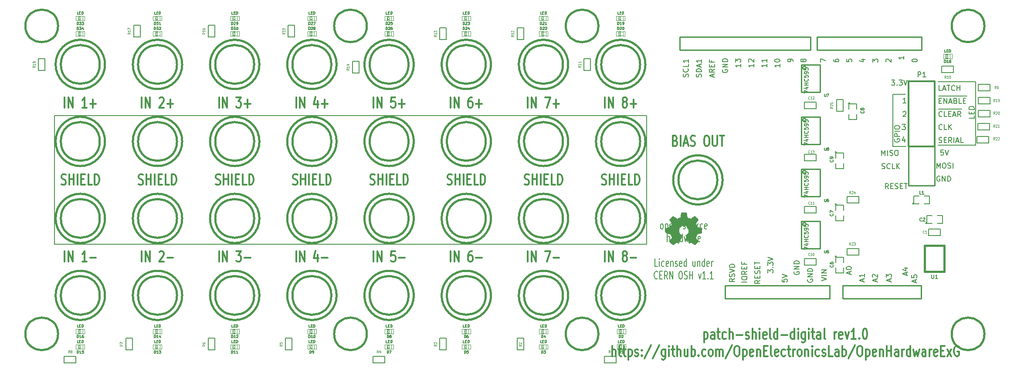
<source format=gto>
G04 #@! TF.GenerationSoftware,KiCad,Pcbnew,(2018-02-14 revision 6afdf1cf8)-makepkg*
G04 #@! TF.CreationDate,2018-02-15T17:49:41+13:00*
G04 #@! TF.ProjectId,patch-shield-digital,70617463682D736869656C642D646967,rev?*
G04 #@! TF.SameCoordinates,Original*
G04 #@! TF.FileFunction,Legend,Top*
G04 #@! TF.FilePolarity,Positive*
%FSLAX46Y46*%
G04 Gerber Fmt 4.6, Leading zero omitted, Abs format (unit mm)*
G04 Created by KiCad (PCBNEW (2018-02-14 revision 6afdf1cf8)-makepkg) date 02/15/18 17:49:41*
%MOMM*%
%LPD*%
G01*
G04 APERTURE LIST*
%ADD10C,0.127000*%
%ADD11C,0.304800*%
%ADD12C,0.152400*%
%ADD13C,0.203200*%
%ADD14C,0.002540*%
%ADD15C,0.381000*%
%ADD16C,0.254000*%
%ADD17C,0.066040*%
%ADD18C,0.101600*%
%ADD19C,0.114300*%
%ADD20C,0.190500*%
G04 APERTURE END LIST*
D10*
X49999900Y-69999860D02*
X165000940Y-69999860D01*
X49999900Y-95001080D02*
X49999900Y-69999860D01*
X165000940Y-95001080D02*
X49999900Y-95001080D01*
X165000940Y-69999860D02*
X165000940Y-95001080D01*
D11*
X156334822Y-83321676D02*
X156552537Y-83418438D01*
X156915394Y-83418438D01*
X157060537Y-83321676D01*
X157133108Y-83224914D01*
X157205680Y-83031390D01*
X157205680Y-82837866D01*
X157133108Y-82644342D01*
X157060537Y-82547580D01*
X156915394Y-82450819D01*
X156625108Y-82354057D01*
X156479965Y-82257295D01*
X156407394Y-82160533D01*
X156334822Y-81967009D01*
X156334822Y-81773485D01*
X156407394Y-81579961D01*
X156479965Y-81483200D01*
X156625108Y-81386438D01*
X156987965Y-81386438D01*
X157205680Y-81483200D01*
X157858822Y-83418438D02*
X157858822Y-81386438D01*
X157858822Y-82354057D02*
X158729680Y-82354057D01*
X158729680Y-83418438D02*
X158729680Y-81386438D01*
X159455394Y-83418438D02*
X159455394Y-81386438D01*
X160181108Y-82354057D02*
X160689108Y-82354057D01*
X160906822Y-83418438D02*
X160181108Y-83418438D01*
X160181108Y-81386438D01*
X160906822Y-81386438D01*
X162285680Y-83418438D02*
X161559965Y-83418438D01*
X161559965Y-81386438D01*
X162793680Y-83418438D02*
X162793680Y-81386438D01*
X163156537Y-81386438D01*
X163374251Y-81483200D01*
X163519394Y-81676723D01*
X163591965Y-81870247D01*
X163664537Y-82257295D01*
X163664537Y-82547580D01*
X163591965Y-82934628D01*
X163519394Y-83128152D01*
X163374251Y-83321676D01*
X163156537Y-83418438D01*
X162793680Y-83418438D01*
X141336122Y-83321676D02*
X141553837Y-83418438D01*
X141916694Y-83418438D01*
X142061837Y-83321676D01*
X142134408Y-83224914D01*
X142206980Y-83031390D01*
X142206980Y-82837866D01*
X142134408Y-82644342D01*
X142061837Y-82547580D01*
X141916694Y-82450819D01*
X141626408Y-82354057D01*
X141481265Y-82257295D01*
X141408694Y-82160533D01*
X141336122Y-81967009D01*
X141336122Y-81773485D01*
X141408694Y-81579961D01*
X141481265Y-81483200D01*
X141626408Y-81386438D01*
X141989265Y-81386438D01*
X142206980Y-81483200D01*
X142860122Y-83418438D02*
X142860122Y-81386438D01*
X142860122Y-82354057D02*
X143730980Y-82354057D01*
X143730980Y-83418438D02*
X143730980Y-81386438D01*
X144456694Y-83418438D02*
X144456694Y-81386438D01*
X145182408Y-82354057D02*
X145690408Y-82354057D01*
X145908122Y-83418438D02*
X145182408Y-83418438D01*
X145182408Y-81386438D01*
X145908122Y-81386438D01*
X147286980Y-83418438D02*
X146561265Y-83418438D01*
X146561265Y-81386438D01*
X147794980Y-83418438D02*
X147794980Y-81386438D01*
X148157837Y-81386438D01*
X148375551Y-81483200D01*
X148520694Y-81676723D01*
X148593265Y-81870247D01*
X148665837Y-82257295D01*
X148665837Y-82547580D01*
X148593265Y-82934628D01*
X148520694Y-83128152D01*
X148375551Y-83321676D01*
X148157837Y-83418438D01*
X147794980Y-83418438D01*
X126334882Y-83321676D02*
X126552597Y-83418438D01*
X126915454Y-83418438D01*
X127060597Y-83321676D01*
X127133168Y-83224914D01*
X127205740Y-83031390D01*
X127205740Y-82837866D01*
X127133168Y-82644342D01*
X127060597Y-82547580D01*
X126915454Y-82450819D01*
X126625168Y-82354057D01*
X126480025Y-82257295D01*
X126407454Y-82160533D01*
X126334882Y-81967009D01*
X126334882Y-81773485D01*
X126407454Y-81579961D01*
X126480025Y-81483200D01*
X126625168Y-81386438D01*
X126988025Y-81386438D01*
X127205740Y-81483200D01*
X127858882Y-83418438D02*
X127858882Y-81386438D01*
X127858882Y-82354057D02*
X128729740Y-82354057D01*
X128729740Y-83418438D02*
X128729740Y-81386438D01*
X129455454Y-83418438D02*
X129455454Y-81386438D01*
X130181168Y-82354057D02*
X130689168Y-82354057D01*
X130906882Y-83418438D02*
X130181168Y-83418438D01*
X130181168Y-81386438D01*
X130906882Y-81386438D01*
X132285740Y-83418438D02*
X131560025Y-83418438D01*
X131560025Y-81386438D01*
X132793740Y-83418438D02*
X132793740Y-81386438D01*
X133156597Y-81386438D01*
X133374311Y-81483200D01*
X133519454Y-81676723D01*
X133592025Y-81870247D01*
X133664597Y-82257295D01*
X133664597Y-82547580D01*
X133592025Y-82934628D01*
X133519454Y-83128152D01*
X133374311Y-83321676D01*
X133156597Y-83418438D01*
X132793740Y-83418438D01*
X111336182Y-83321676D02*
X111553897Y-83418438D01*
X111916754Y-83418438D01*
X112061897Y-83321676D01*
X112134468Y-83224914D01*
X112207040Y-83031390D01*
X112207040Y-82837866D01*
X112134468Y-82644342D01*
X112061897Y-82547580D01*
X111916754Y-82450819D01*
X111626468Y-82354057D01*
X111481325Y-82257295D01*
X111408754Y-82160533D01*
X111336182Y-81967009D01*
X111336182Y-81773485D01*
X111408754Y-81579961D01*
X111481325Y-81483200D01*
X111626468Y-81386438D01*
X111989325Y-81386438D01*
X112207040Y-81483200D01*
X112860182Y-83418438D02*
X112860182Y-81386438D01*
X112860182Y-82354057D02*
X113731040Y-82354057D01*
X113731040Y-83418438D02*
X113731040Y-81386438D01*
X114456754Y-83418438D02*
X114456754Y-81386438D01*
X115182468Y-82354057D02*
X115690468Y-82354057D01*
X115908182Y-83418438D02*
X115182468Y-83418438D01*
X115182468Y-81386438D01*
X115908182Y-81386438D01*
X117287040Y-83418438D02*
X116561325Y-83418438D01*
X116561325Y-81386438D01*
X117795040Y-83418438D02*
X117795040Y-81386438D01*
X118157897Y-81386438D01*
X118375611Y-81483200D01*
X118520754Y-81676723D01*
X118593325Y-81870247D01*
X118665897Y-82257295D01*
X118665897Y-82547580D01*
X118593325Y-82934628D01*
X118520754Y-83128152D01*
X118375611Y-83321676D01*
X118157897Y-83418438D01*
X117795040Y-83418438D01*
X96334942Y-83321676D02*
X96552657Y-83418438D01*
X96915514Y-83418438D01*
X97060657Y-83321676D01*
X97133228Y-83224914D01*
X97205800Y-83031390D01*
X97205800Y-82837866D01*
X97133228Y-82644342D01*
X97060657Y-82547580D01*
X96915514Y-82450819D01*
X96625228Y-82354057D01*
X96480085Y-82257295D01*
X96407514Y-82160533D01*
X96334942Y-81967009D01*
X96334942Y-81773485D01*
X96407514Y-81579961D01*
X96480085Y-81483200D01*
X96625228Y-81386438D01*
X96988085Y-81386438D01*
X97205800Y-81483200D01*
X97858942Y-83418438D02*
X97858942Y-81386438D01*
X97858942Y-82354057D02*
X98729800Y-82354057D01*
X98729800Y-83418438D02*
X98729800Y-81386438D01*
X99455514Y-83418438D02*
X99455514Y-81386438D01*
X100181228Y-82354057D02*
X100689228Y-82354057D01*
X100906942Y-83418438D02*
X100181228Y-83418438D01*
X100181228Y-81386438D01*
X100906942Y-81386438D01*
X102285800Y-83418438D02*
X101560085Y-83418438D01*
X101560085Y-81386438D01*
X102793800Y-83418438D02*
X102793800Y-81386438D01*
X103156657Y-81386438D01*
X103374371Y-81483200D01*
X103519514Y-81676723D01*
X103592085Y-81870247D01*
X103664657Y-82257295D01*
X103664657Y-82547580D01*
X103592085Y-82934628D01*
X103519514Y-83128152D01*
X103374371Y-83321676D01*
X103156657Y-83418438D01*
X102793800Y-83418438D01*
X81336242Y-83321676D02*
X81553957Y-83418438D01*
X81916814Y-83418438D01*
X82061957Y-83321676D01*
X82134528Y-83224914D01*
X82207100Y-83031390D01*
X82207100Y-82837866D01*
X82134528Y-82644342D01*
X82061957Y-82547580D01*
X81916814Y-82450819D01*
X81626528Y-82354057D01*
X81481385Y-82257295D01*
X81408814Y-82160533D01*
X81336242Y-81967009D01*
X81336242Y-81773485D01*
X81408814Y-81579961D01*
X81481385Y-81483200D01*
X81626528Y-81386438D01*
X81989385Y-81386438D01*
X82207100Y-81483200D01*
X82860242Y-83418438D02*
X82860242Y-81386438D01*
X82860242Y-82354057D02*
X83731100Y-82354057D01*
X83731100Y-83418438D02*
X83731100Y-81386438D01*
X84456814Y-83418438D02*
X84456814Y-81386438D01*
X85182528Y-82354057D02*
X85690528Y-82354057D01*
X85908242Y-83418438D02*
X85182528Y-83418438D01*
X85182528Y-81386438D01*
X85908242Y-81386438D01*
X87287100Y-83418438D02*
X86561385Y-83418438D01*
X86561385Y-81386438D01*
X87795100Y-83418438D02*
X87795100Y-81386438D01*
X88157957Y-81386438D01*
X88375671Y-81483200D01*
X88520814Y-81676723D01*
X88593385Y-81870247D01*
X88665957Y-82257295D01*
X88665957Y-82547580D01*
X88593385Y-82934628D01*
X88520814Y-83128152D01*
X88375671Y-83321676D01*
X88157957Y-83418438D01*
X87795100Y-83418438D01*
X66335002Y-83321676D02*
X66552717Y-83418438D01*
X66915574Y-83418438D01*
X67060717Y-83321676D01*
X67133288Y-83224914D01*
X67205860Y-83031390D01*
X67205860Y-82837866D01*
X67133288Y-82644342D01*
X67060717Y-82547580D01*
X66915574Y-82450819D01*
X66625288Y-82354057D01*
X66480145Y-82257295D01*
X66407574Y-82160533D01*
X66335002Y-81967009D01*
X66335002Y-81773485D01*
X66407574Y-81579961D01*
X66480145Y-81483200D01*
X66625288Y-81386438D01*
X66988145Y-81386438D01*
X67205860Y-81483200D01*
X67859002Y-83418438D02*
X67859002Y-81386438D01*
X67859002Y-82354057D02*
X68729860Y-82354057D01*
X68729860Y-83418438D02*
X68729860Y-81386438D01*
X69455574Y-83418438D02*
X69455574Y-81386438D01*
X70181288Y-82354057D02*
X70689288Y-82354057D01*
X70907002Y-83418438D02*
X70181288Y-83418438D01*
X70181288Y-81386438D01*
X70907002Y-81386438D01*
X72285860Y-83418438D02*
X71560145Y-83418438D01*
X71560145Y-81386438D01*
X72793860Y-83418438D02*
X72793860Y-81386438D01*
X73156717Y-81386438D01*
X73374431Y-81483200D01*
X73519574Y-81676723D01*
X73592145Y-81870247D01*
X73664717Y-82257295D01*
X73664717Y-82547580D01*
X73592145Y-82934628D01*
X73519574Y-83128152D01*
X73374431Y-83321676D01*
X73156717Y-83418438D01*
X72793860Y-83418438D01*
X51336302Y-83321676D02*
X51554017Y-83418438D01*
X51916874Y-83418438D01*
X52062017Y-83321676D01*
X52134588Y-83224914D01*
X52207160Y-83031390D01*
X52207160Y-82837866D01*
X52134588Y-82644342D01*
X52062017Y-82547580D01*
X51916874Y-82450819D01*
X51626588Y-82354057D01*
X51481445Y-82257295D01*
X51408874Y-82160533D01*
X51336302Y-81967009D01*
X51336302Y-81773485D01*
X51408874Y-81579961D01*
X51481445Y-81483200D01*
X51626588Y-81386438D01*
X51989445Y-81386438D01*
X52207160Y-81483200D01*
X52860302Y-83418438D02*
X52860302Y-81386438D01*
X52860302Y-82354057D02*
X53731160Y-82354057D01*
X53731160Y-83418438D02*
X53731160Y-81386438D01*
X54456874Y-83418438D02*
X54456874Y-81386438D01*
X55182588Y-82354057D02*
X55690588Y-82354057D01*
X55908302Y-83418438D02*
X55182588Y-83418438D01*
X55182588Y-81386438D01*
X55908302Y-81386438D01*
X57287160Y-83418438D02*
X56561445Y-83418438D01*
X56561445Y-81386438D01*
X57795160Y-83418438D02*
X57795160Y-81386438D01*
X58158017Y-81386438D01*
X58375731Y-81483200D01*
X58520874Y-81676723D01*
X58593445Y-81870247D01*
X58666017Y-82257295D01*
X58666017Y-82547580D01*
X58593445Y-82934628D01*
X58520874Y-83128152D01*
X58375731Y-83321676D01*
X58158017Y-83418438D01*
X57795160Y-83418438D01*
X156951680Y-98419678D02*
X156951680Y-96387678D01*
X157677394Y-98419678D02*
X157677394Y-96387678D01*
X158548251Y-98419678D01*
X158548251Y-96387678D01*
X160652822Y-97258535D02*
X160507680Y-97161773D01*
X160435108Y-97065011D01*
X160362537Y-96871487D01*
X160362537Y-96774725D01*
X160435108Y-96581201D01*
X160507680Y-96484440D01*
X160652822Y-96387678D01*
X160943108Y-96387678D01*
X161088251Y-96484440D01*
X161160822Y-96581201D01*
X161233394Y-96774725D01*
X161233394Y-96871487D01*
X161160822Y-97065011D01*
X161088251Y-97161773D01*
X160943108Y-97258535D01*
X160652822Y-97258535D01*
X160507680Y-97355297D01*
X160435108Y-97452059D01*
X160362537Y-97645582D01*
X160362537Y-98032630D01*
X160435108Y-98226154D01*
X160507680Y-98322916D01*
X160652822Y-98419678D01*
X160943108Y-98419678D01*
X161088251Y-98322916D01*
X161160822Y-98226154D01*
X161233394Y-98032630D01*
X161233394Y-97645582D01*
X161160822Y-97452059D01*
X161088251Y-97355297D01*
X160943108Y-97258535D01*
X161886537Y-97645582D02*
X163047680Y-97645582D01*
X141952980Y-98419678D02*
X141952980Y-96387678D01*
X142678694Y-98419678D02*
X142678694Y-96387678D01*
X143549551Y-98419678D01*
X143549551Y-96387678D01*
X145291265Y-96387678D02*
X146307265Y-96387678D01*
X145654122Y-98419678D01*
X146887837Y-97645582D02*
X148048980Y-97645582D01*
X126951740Y-98419678D02*
X126951740Y-96387678D01*
X127677454Y-98419678D02*
X127677454Y-96387678D01*
X128548311Y-98419678D01*
X128548311Y-96387678D01*
X131088311Y-96387678D02*
X130798025Y-96387678D01*
X130652882Y-96484440D01*
X130580311Y-96581201D01*
X130435168Y-96871487D01*
X130362597Y-97258535D01*
X130362597Y-98032630D01*
X130435168Y-98226154D01*
X130507740Y-98322916D01*
X130652882Y-98419678D01*
X130943168Y-98419678D01*
X131088311Y-98322916D01*
X131160882Y-98226154D01*
X131233454Y-98032630D01*
X131233454Y-97548820D01*
X131160882Y-97355297D01*
X131088311Y-97258535D01*
X130943168Y-97161773D01*
X130652882Y-97161773D01*
X130507740Y-97258535D01*
X130435168Y-97355297D01*
X130362597Y-97548820D01*
X131886597Y-97645582D02*
X133047740Y-97645582D01*
X111953040Y-98419678D02*
X111953040Y-96387678D01*
X112678754Y-98419678D02*
X112678754Y-96387678D01*
X113549611Y-98419678D01*
X113549611Y-96387678D01*
X116162182Y-96387678D02*
X115436468Y-96387678D01*
X115363897Y-97355297D01*
X115436468Y-97258535D01*
X115581611Y-97161773D01*
X115944468Y-97161773D01*
X116089611Y-97258535D01*
X116162182Y-97355297D01*
X116234754Y-97548820D01*
X116234754Y-98032630D01*
X116162182Y-98226154D01*
X116089611Y-98322916D01*
X115944468Y-98419678D01*
X115581611Y-98419678D01*
X115436468Y-98322916D01*
X115363897Y-98226154D01*
X116887897Y-97645582D02*
X118049040Y-97645582D01*
X96951800Y-98419678D02*
X96951800Y-96387678D01*
X97677514Y-98419678D02*
X97677514Y-96387678D01*
X98548371Y-98419678D01*
X98548371Y-96387678D01*
X101088371Y-97065011D02*
X101088371Y-98419678D01*
X100725514Y-96290916D02*
X100362657Y-97742344D01*
X101306085Y-97742344D01*
X101886657Y-97645582D02*
X103047800Y-97645582D01*
X81953100Y-98419678D02*
X81953100Y-96387678D01*
X82678814Y-98419678D02*
X82678814Y-96387678D01*
X83549671Y-98419678D01*
X83549671Y-96387678D01*
X85291385Y-96387678D02*
X86234814Y-96387678D01*
X85726814Y-97161773D01*
X85944528Y-97161773D01*
X86089671Y-97258535D01*
X86162242Y-97355297D01*
X86234814Y-97548820D01*
X86234814Y-98032630D01*
X86162242Y-98226154D01*
X86089671Y-98322916D01*
X85944528Y-98419678D01*
X85509100Y-98419678D01*
X85363957Y-98322916D01*
X85291385Y-98226154D01*
X86887957Y-97645582D02*
X88049100Y-97645582D01*
X66951860Y-98419678D02*
X66951860Y-96387678D01*
X67677574Y-98419678D02*
X67677574Y-96387678D01*
X68548431Y-98419678D01*
X68548431Y-96387678D01*
X70362717Y-96581201D02*
X70435288Y-96484440D01*
X70580431Y-96387678D01*
X70943288Y-96387678D01*
X71088431Y-96484440D01*
X71161002Y-96581201D01*
X71233574Y-96774725D01*
X71233574Y-96968249D01*
X71161002Y-97258535D01*
X70290145Y-98419678D01*
X71233574Y-98419678D01*
X71886717Y-97645582D02*
X73047860Y-97645582D01*
X51953160Y-98419678D02*
X51953160Y-96387678D01*
X52678874Y-98419678D02*
X52678874Y-96387678D01*
X53549731Y-98419678D01*
X53549731Y-96387678D01*
X56234874Y-98419678D02*
X55364017Y-98419678D01*
X55799445Y-98419678D02*
X55799445Y-96387678D01*
X55654302Y-96677963D01*
X55509160Y-96871487D01*
X55364017Y-96968249D01*
X56888017Y-97645582D02*
X58049160Y-97645582D01*
X170610348Y-74855977D02*
X170828062Y-74952739D01*
X170900634Y-75049500D01*
X170973205Y-75243024D01*
X170973205Y-75533310D01*
X170900634Y-75726834D01*
X170828062Y-75823596D01*
X170682920Y-75920358D01*
X170102348Y-75920358D01*
X170102348Y-73888358D01*
X170610348Y-73888358D01*
X170755491Y-73985120D01*
X170828062Y-74081881D01*
X170900634Y-74275405D01*
X170900634Y-74468929D01*
X170828062Y-74662453D01*
X170755491Y-74759215D01*
X170610348Y-74855977D01*
X170102348Y-74855977D01*
X171626348Y-75920358D02*
X171626348Y-73888358D01*
X172279491Y-75339786D02*
X173005205Y-75339786D01*
X172134348Y-75920358D02*
X172642348Y-73888358D01*
X173150348Y-75920358D01*
X173585777Y-75823596D02*
X173803491Y-75920358D01*
X174166348Y-75920358D01*
X174311491Y-75823596D01*
X174384062Y-75726834D01*
X174456634Y-75533310D01*
X174456634Y-75339786D01*
X174384062Y-75146262D01*
X174311491Y-75049500D01*
X174166348Y-74952739D01*
X173876062Y-74855977D01*
X173730920Y-74759215D01*
X173658348Y-74662453D01*
X173585777Y-74468929D01*
X173585777Y-74275405D01*
X173658348Y-74081881D01*
X173730920Y-73985120D01*
X173876062Y-73888358D01*
X174238920Y-73888358D01*
X174456634Y-73985120D01*
X176561205Y-73888358D02*
X176851491Y-73888358D01*
X176996634Y-73985120D01*
X177141777Y-74178643D01*
X177214348Y-74565691D01*
X177214348Y-75243024D01*
X177141777Y-75630072D01*
X176996634Y-75823596D01*
X176851491Y-75920358D01*
X176561205Y-75920358D01*
X176416062Y-75823596D01*
X176270920Y-75630072D01*
X176198348Y-75243024D01*
X176198348Y-74565691D01*
X176270920Y-74178643D01*
X176416062Y-73985120D01*
X176561205Y-73888358D01*
X177867491Y-73888358D02*
X177867491Y-75533310D01*
X177940062Y-75726834D01*
X178012634Y-75823596D01*
X178157777Y-75920358D01*
X178448062Y-75920358D01*
X178593205Y-75823596D01*
X178665777Y-75726834D01*
X178738348Y-75533310D01*
X178738348Y-73888358D01*
X179246348Y-73888358D02*
X180117205Y-73888358D01*
X179681777Y-75920358D02*
X179681777Y-73888358D01*
X156951680Y-68419738D02*
X156951680Y-66387738D01*
X157677394Y-68419738D02*
X157677394Y-66387738D01*
X158548251Y-68419738D01*
X158548251Y-66387738D01*
X160652822Y-67258595D02*
X160507680Y-67161833D01*
X160435108Y-67065071D01*
X160362537Y-66871547D01*
X160362537Y-66774785D01*
X160435108Y-66581261D01*
X160507680Y-66484500D01*
X160652822Y-66387738D01*
X160943108Y-66387738D01*
X161088251Y-66484500D01*
X161160822Y-66581261D01*
X161233394Y-66774785D01*
X161233394Y-66871547D01*
X161160822Y-67065071D01*
X161088251Y-67161833D01*
X160943108Y-67258595D01*
X160652822Y-67258595D01*
X160507680Y-67355357D01*
X160435108Y-67452119D01*
X160362537Y-67645642D01*
X160362537Y-68032690D01*
X160435108Y-68226214D01*
X160507680Y-68322976D01*
X160652822Y-68419738D01*
X160943108Y-68419738D01*
X161088251Y-68322976D01*
X161160822Y-68226214D01*
X161233394Y-68032690D01*
X161233394Y-67645642D01*
X161160822Y-67452119D01*
X161088251Y-67355357D01*
X160943108Y-67258595D01*
X161886537Y-67645642D02*
X163047680Y-67645642D01*
X162467108Y-68419738D02*
X162467108Y-66871547D01*
X141952980Y-68419738D02*
X141952980Y-66387738D01*
X142678694Y-68419738D02*
X142678694Y-66387738D01*
X143549551Y-68419738D01*
X143549551Y-66387738D01*
X145291265Y-66387738D02*
X146307265Y-66387738D01*
X145654122Y-68419738D01*
X146887837Y-67645642D02*
X148048980Y-67645642D01*
X147468408Y-68419738D02*
X147468408Y-66871547D01*
X126951740Y-68419738D02*
X126951740Y-66387738D01*
X127677454Y-68419738D02*
X127677454Y-66387738D01*
X128548311Y-68419738D01*
X128548311Y-66387738D01*
X131088311Y-66387738D02*
X130798025Y-66387738D01*
X130652882Y-66484500D01*
X130580311Y-66581261D01*
X130435168Y-66871547D01*
X130362597Y-67258595D01*
X130362597Y-68032690D01*
X130435168Y-68226214D01*
X130507740Y-68322976D01*
X130652882Y-68419738D01*
X130943168Y-68419738D01*
X131088311Y-68322976D01*
X131160882Y-68226214D01*
X131233454Y-68032690D01*
X131233454Y-67548880D01*
X131160882Y-67355357D01*
X131088311Y-67258595D01*
X130943168Y-67161833D01*
X130652882Y-67161833D01*
X130507740Y-67258595D01*
X130435168Y-67355357D01*
X130362597Y-67548880D01*
X131886597Y-67645642D02*
X133047740Y-67645642D01*
X132467168Y-68419738D02*
X132467168Y-66871547D01*
X111953040Y-68419738D02*
X111953040Y-66387738D01*
X112678754Y-68419738D02*
X112678754Y-66387738D01*
X113549611Y-68419738D01*
X113549611Y-66387738D01*
X116162182Y-66387738D02*
X115436468Y-66387738D01*
X115363897Y-67355357D01*
X115436468Y-67258595D01*
X115581611Y-67161833D01*
X115944468Y-67161833D01*
X116089611Y-67258595D01*
X116162182Y-67355357D01*
X116234754Y-67548880D01*
X116234754Y-68032690D01*
X116162182Y-68226214D01*
X116089611Y-68322976D01*
X115944468Y-68419738D01*
X115581611Y-68419738D01*
X115436468Y-68322976D01*
X115363897Y-68226214D01*
X116887897Y-67645642D02*
X118049040Y-67645642D01*
X117468468Y-68419738D02*
X117468468Y-66871547D01*
X96951800Y-68419738D02*
X96951800Y-66387738D01*
X97677514Y-68419738D02*
X97677514Y-66387738D01*
X98548371Y-68419738D01*
X98548371Y-66387738D01*
X101088371Y-67065071D02*
X101088371Y-68419738D01*
X100725514Y-66290976D02*
X100362657Y-67742404D01*
X101306085Y-67742404D01*
X101886657Y-67645642D02*
X103047800Y-67645642D01*
X102467228Y-68419738D02*
X102467228Y-66871547D01*
X81953100Y-68419738D02*
X81953100Y-66387738D01*
X82678814Y-68419738D02*
X82678814Y-66387738D01*
X83549671Y-68419738D01*
X83549671Y-66387738D01*
X85291385Y-66387738D02*
X86234814Y-66387738D01*
X85726814Y-67161833D01*
X85944528Y-67161833D01*
X86089671Y-67258595D01*
X86162242Y-67355357D01*
X86234814Y-67548880D01*
X86234814Y-68032690D01*
X86162242Y-68226214D01*
X86089671Y-68322976D01*
X85944528Y-68419738D01*
X85509100Y-68419738D01*
X85363957Y-68322976D01*
X85291385Y-68226214D01*
X86887957Y-67645642D02*
X88049100Y-67645642D01*
X87468528Y-68419738D02*
X87468528Y-66871547D01*
X66951860Y-68419738D02*
X66951860Y-66387738D01*
X67677574Y-68419738D02*
X67677574Y-66387738D01*
X68548431Y-68419738D01*
X68548431Y-66387738D01*
X70362717Y-66581261D02*
X70435288Y-66484500D01*
X70580431Y-66387738D01*
X70943288Y-66387738D01*
X71088431Y-66484500D01*
X71161002Y-66581261D01*
X71233574Y-66774785D01*
X71233574Y-66968309D01*
X71161002Y-67258595D01*
X70290145Y-68419738D01*
X71233574Y-68419738D01*
X71886717Y-67645642D02*
X73047860Y-67645642D01*
X72467288Y-68419738D02*
X72467288Y-66871547D01*
X51953160Y-68419738D02*
X51953160Y-66387738D01*
X52678874Y-68419738D02*
X52678874Y-66387738D01*
X53549731Y-68419738D01*
X53549731Y-66387738D01*
X56234874Y-68419738D02*
X55364017Y-68419738D01*
X55799445Y-68419738D02*
X55799445Y-66387738D01*
X55654302Y-66678023D01*
X55509160Y-66871547D01*
X55364017Y-66968309D01*
X56888017Y-67645642D02*
X58049160Y-67645642D01*
X57468588Y-68419738D02*
X57468588Y-66871547D01*
D12*
X167920004Y-92063388D02*
X167823242Y-91990817D01*
X167774861Y-91918245D01*
X167726480Y-91773102D01*
X167726480Y-91337674D01*
X167774861Y-91192531D01*
X167823242Y-91119960D01*
X167920004Y-91047388D01*
X168065147Y-91047388D01*
X168161909Y-91119960D01*
X168210290Y-91192531D01*
X168258671Y-91337674D01*
X168258671Y-91773102D01*
X168210290Y-91918245D01*
X168161909Y-91990817D01*
X168065147Y-92063388D01*
X167920004Y-92063388D01*
X168694100Y-91047388D02*
X168694100Y-92571388D01*
X168694100Y-91119960D02*
X168790861Y-91047388D01*
X168984385Y-91047388D01*
X169081147Y-91119960D01*
X169129528Y-91192531D01*
X169177909Y-91337674D01*
X169177909Y-91773102D01*
X169129528Y-91918245D01*
X169081147Y-91990817D01*
X168984385Y-92063388D01*
X168790861Y-92063388D01*
X168694100Y-91990817D01*
X170000385Y-91990817D02*
X169903623Y-92063388D01*
X169710100Y-92063388D01*
X169613338Y-91990817D01*
X169564957Y-91845674D01*
X169564957Y-91265102D01*
X169613338Y-91119960D01*
X169710100Y-91047388D01*
X169903623Y-91047388D01*
X170000385Y-91119960D01*
X170048766Y-91265102D01*
X170048766Y-91410245D01*
X169564957Y-91555388D01*
X170484195Y-91047388D02*
X170484195Y-92063388D01*
X170484195Y-91192531D02*
X170532576Y-91119960D01*
X170629338Y-91047388D01*
X170774480Y-91047388D01*
X170871242Y-91119960D01*
X170919623Y-91265102D01*
X170919623Y-92063388D01*
X172129147Y-91990817D02*
X172225909Y-92063388D01*
X172419433Y-92063388D01*
X172516195Y-91990817D01*
X172564576Y-91845674D01*
X172564576Y-91773102D01*
X172516195Y-91627960D01*
X172419433Y-91555388D01*
X172274290Y-91555388D01*
X172177528Y-91482817D01*
X172129147Y-91337674D01*
X172129147Y-91265102D01*
X172177528Y-91119960D01*
X172274290Y-91047388D01*
X172419433Y-91047388D01*
X172516195Y-91119960D01*
X173145147Y-92063388D02*
X173048385Y-91990817D01*
X173000004Y-91918245D01*
X172951623Y-91773102D01*
X172951623Y-91337674D01*
X173000004Y-91192531D01*
X173048385Y-91119960D01*
X173145147Y-91047388D01*
X173290290Y-91047388D01*
X173387052Y-91119960D01*
X173435433Y-91192531D01*
X173483814Y-91337674D01*
X173483814Y-91773102D01*
X173435433Y-91918245D01*
X173387052Y-91990817D01*
X173290290Y-92063388D01*
X173145147Y-92063388D01*
X174354671Y-91047388D02*
X174354671Y-92063388D01*
X173919242Y-91047388D02*
X173919242Y-91845674D01*
X173967623Y-91990817D01*
X174064385Y-92063388D01*
X174209528Y-92063388D01*
X174306290Y-91990817D01*
X174354671Y-91918245D01*
X174838480Y-92063388D02*
X174838480Y-91047388D01*
X174838480Y-91337674D02*
X174886861Y-91192531D01*
X174935242Y-91119960D01*
X175032004Y-91047388D01*
X175128766Y-91047388D01*
X175902861Y-91990817D02*
X175806100Y-92063388D01*
X175612576Y-92063388D01*
X175515814Y-91990817D01*
X175467433Y-91918245D01*
X175419052Y-91773102D01*
X175419052Y-91337674D01*
X175467433Y-91192531D01*
X175515814Y-91119960D01*
X175612576Y-91047388D01*
X175806100Y-91047388D01*
X175902861Y-91119960D01*
X176725338Y-91990817D02*
X176628576Y-92063388D01*
X176435052Y-92063388D01*
X176338290Y-91990817D01*
X176289909Y-91845674D01*
X176289909Y-91265102D01*
X176338290Y-91119960D01*
X176435052Y-91047388D01*
X176628576Y-91047388D01*
X176725338Y-91119960D01*
X176773719Y-91265102D01*
X176773719Y-91410245D01*
X176289909Y-91555388D01*
X169056957Y-94501788D02*
X169056957Y-92977788D01*
X169492385Y-94501788D02*
X169492385Y-93703502D01*
X169444004Y-93558360D01*
X169347242Y-93485788D01*
X169202100Y-93485788D01*
X169105338Y-93558360D01*
X169056957Y-93630931D01*
X170411623Y-94501788D02*
X170411623Y-93703502D01*
X170363242Y-93558360D01*
X170266480Y-93485788D01*
X170072957Y-93485788D01*
X169976195Y-93558360D01*
X170411623Y-94429217D02*
X170314861Y-94501788D01*
X170072957Y-94501788D01*
X169976195Y-94429217D01*
X169927814Y-94284074D01*
X169927814Y-94138931D01*
X169976195Y-93993788D01*
X170072957Y-93921217D01*
X170314861Y-93921217D01*
X170411623Y-93848645D01*
X170895433Y-94501788D02*
X170895433Y-93485788D01*
X170895433Y-93776074D02*
X170943814Y-93630931D01*
X170992195Y-93558360D01*
X171088957Y-93485788D01*
X171185719Y-93485788D01*
X171959814Y-94501788D02*
X171959814Y-92977788D01*
X171959814Y-94429217D02*
X171863052Y-94501788D01*
X171669528Y-94501788D01*
X171572766Y-94429217D01*
X171524385Y-94356645D01*
X171476004Y-94211502D01*
X171476004Y-93776074D01*
X171524385Y-93630931D01*
X171572766Y-93558360D01*
X171669528Y-93485788D01*
X171863052Y-93485788D01*
X171959814Y-93558360D01*
X172346861Y-93485788D02*
X172540385Y-94501788D01*
X172733909Y-93776074D01*
X172927433Y-94501788D01*
X173120957Y-93485788D01*
X173943433Y-94501788D02*
X173943433Y-93703502D01*
X173895052Y-93558360D01*
X173798290Y-93485788D01*
X173604766Y-93485788D01*
X173508004Y-93558360D01*
X173943433Y-94429217D02*
X173846671Y-94501788D01*
X173604766Y-94501788D01*
X173508004Y-94429217D01*
X173459623Y-94284074D01*
X173459623Y-94138931D01*
X173508004Y-93993788D01*
X173604766Y-93921217D01*
X173846671Y-93921217D01*
X173943433Y-93848645D01*
X174427242Y-94501788D02*
X174427242Y-93485788D01*
X174427242Y-93776074D02*
X174475623Y-93630931D01*
X174524004Y-93558360D01*
X174620766Y-93485788D01*
X174717528Y-93485788D01*
X175443242Y-94429217D02*
X175346480Y-94501788D01*
X175152957Y-94501788D01*
X175056195Y-94429217D01*
X175007814Y-94284074D01*
X175007814Y-93703502D01*
X175056195Y-93558360D01*
X175152957Y-93485788D01*
X175346480Y-93485788D01*
X175443242Y-93558360D01*
X175491623Y-93703502D01*
X175491623Y-93848645D01*
X175007814Y-93993788D01*
X167170100Y-99378588D02*
X166686290Y-99378588D01*
X166686290Y-97854588D01*
X167508766Y-99378588D02*
X167508766Y-98362588D01*
X167508766Y-97854588D02*
X167460385Y-97927160D01*
X167508766Y-97999731D01*
X167557147Y-97927160D01*
X167508766Y-97854588D01*
X167508766Y-97999731D01*
X168428004Y-99306017D02*
X168331242Y-99378588D01*
X168137719Y-99378588D01*
X168040957Y-99306017D01*
X167992576Y-99233445D01*
X167944195Y-99088302D01*
X167944195Y-98652874D01*
X167992576Y-98507731D01*
X168040957Y-98435160D01*
X168137719Y-98362588D01*
X168331242Y-98362588D01*
X168428004Y-98435160D01*
X169250480Y-99306017D02*
X169153719Y-99378588D01*
X168960195Y-99378588D01*
X168863433Y-99306017D01*
X168815052Y-99160874D01*
X168815052Y-98580302D01*
X168863433Y-98435160D01*
X168960195Y-98362588D01*
X169153719Y-98362588D01*
X169250480Y-98435160D01*
X169298861Y-98580302D01*
X169298861Y-98725445D01*
X168815052Y-98870588D01*
X169734290Y-98362588D02*
X169734290Y-99378588D01*
X169734290Y-98507731D02*
X169782671Y-98435160D01*
X169879433Y-98362588D01*
X170024576Y-98362588D01*
X170121338Y-98435160D01*
X170169719Y-98580302D01*
X170169719Y-99378588D01*
X170605147Y-99306017D02*
X170701909Y-99378588D01*
X170895433Y-99378588D01*
X170992195Y-99306017D01*
X171040576Y-99160874D01*
X171040576Y-99088302D01*
X170992195Y-98943160D01*
X170895433Y-98870588D01*
X170750290Y-98870588D01*
X170653528Y-98798017D01*
X170605147Y-98652874D01*
X170605147Y-98580302D01*
X170653528Y-98435160D01*
X170750290Y-98362588D01*
X170895433Y-98362588D01*
X170992195Y-98435160D01*
X171863052Y-99306017D02*
X171766290Y-99378588D01*
X171572766Y-99378588D01*
X171476004Y-99306017D01*
X171427623Y-99160874D01*
X171427623Y-98580302D01*
X171476004Y-98435160D01*
X171572766Y-98362588D01*
X171766290Y-98362588D01*
X171863052Y-98435160D01*
X171911433Y-98580302D01*
X171911433Y-98725445D01*
X171427623Y-98870588D01*
X172782290Y-99378588D02*
X172782290Y-97854588D01*
X172782290Y-99306017D02*
X172685528Y-99378588D01*
X172492004Y-99378588D01*
X172395242Y-99306017D01*
X172346861Y-99233445D01*
X172298480Y-99088302D01*
X172298480Y-98652874D01*
X172346861Y-98507731D01*
X172395242Y-98435160D01*
X172492004Y-98362588D01*
X172685528Y-98362588D01*
X172782290Y-98435160D01*
X174475623Y-98362588D02*
X174475623Y-99378588D01*
X174040195Y-98362588D02*
X174040195Y-99160874D01*
X174088576Y-99306017D01*
X174185338Y-99378588D01*
X174330480Y-99378588D01*
X174427242Y-99306017D01*
X174475623Y-99233445D01*
X174959433Y-98362588D02*
X174959433Y-99378588D01*
X174959433Y-98507731D02*
X175007814Y-98435160D01*
X175104576Y-98362588D01*
X175249719Y-98362588D01*
X175346480Y-98435160D01*
X175394861Y-98580302D01*
X175394861Y-99378588D01*
X176314100Y-99378588D02*
X176314100Y-97854588D01*
X176314100Y-99306017D02*
X176217338Y-99378588D01*
X176023814Y-99378588D01*
X175927052Y-99306017D01*
X175878671Y-99233445D01*
X175830290Y-99088302D01*
X175830290Y-98652874D01*
X175878671Y-98507731D01*
X175927052Y-98435160D01*
X176023814Y-98362588D01*
X176217338Y-98362588D01*
X176314100Y-98435160D01*
X177184957Y-99306017D02*
X177088195Y-99378588D01*
X176894671Y-99378588D01*
X176797909Y-99306017D01*
X176749528Y-99160874D01*
X176749528Y-98580302D01*
X176797909Y-98435160D01*
X176894671Y-98362588D01*
X177088195Y-98362588D01*
X177184957Y-98435160D01*
X177233338Y-98580302D01*
X177233338Y-98725445D01*
X176749528Y-98870588D01*
X177668766Y-99378588D02*
X177668766Y-98362588D01*
X177668766Y-98652874D02*
X177717147Y-98507731D01*
X177765528Y-98435160D01*
X177862290Y-98362588D01*
X177959052Y-98362588D01*
X167145909Y-101671845D02*
X167097528Y-101744417D01*
X166952385Y-101816988D01*
X166855623Y-101816988D01*
X166710480Y-101744417D01*
X166613719Y-101599274D01*
X166565338Y-101454131D01*
X166516957Y-101163845D01*
X166516957Y-100946131D01*
X166565338Y-100655845D01*
X166613719Y-100510702D01*
X166710480Y-100365560D01*
X166855623Y-100292988D01*
X166952385Y-100292988D01*
X167097528Y-100365560D01*
X167145909Y-100438131D01*
X167581338Y-101018702D02*
X167920004Y-101018702D01*
X168065147Y-101816988D02*
X167581338Y-101816988D01*
X167581338Y-100292988D01*
X168065147Y-100292988D01*
X169081147Y-101816988D02*
X168742480Y-101091274D01*
X168500576Y-101816988D02*
X168500576Y-100292988D01*
X168887623Y-100292988D01*
X168984385Y-100365560D01*
X169032766Y-100438131D01*
X169081147Y-100583274D01*
X169081147Y-100800988D01*
X169032766Y-100946131D01*
X168984385Y-101018702D01*
X168887623Y-101091274D01*
X168500576Y-101091274D01*
X169516576Y-101816988D02*
X169516576Y-100292988D01*
X170097147Y-101816988D01*
X170097147Y-100292988D01*
X171548576Y-100292988D02*
X171742100Y-100292988D01*
X171838861Y-100365560D01*
X171935623Y-100510702D01*
X171984004Y-100800988D01*
X171984004Y-101308988D01*
X171935623Y-101599274D01*
X171838861Y-101744417D01*
X171742100Y-101816988D01*
X171548576Y-101816988D01*
X171451814Y-101744417D01*
X171355052Y-101599274D01*
X171306671Y-101308988D01*
X171306671Y-100800988D01*
X171355052Y-100510702D01*
X171451814Y-100365560D01*
X171548576Y-100292988D01*
X172371052Y-101744417D02*
X172516195Y-101816988D01*
X172758100Y-101816988D01*
X172854861Y-101744417D01*
X172903242Y-101671845D01*
X172951623Y-101526702D01*
X172951623Y-101381560D01*
X172903242Y-101236417D01*
X172854861Y-101163845D01*
X172758100Y-101091274D01*
X172564576Y-101018702D01*
X172467814Y-100946131D01*
X172419433Y-100873560D01*
X172371052Y-100728417D01*
X172371052Y-100583274D01*
X172419433Y-100438131D01*
X172467814Y-100365560D01*
X172564576Y-100292988D01*
X172806480Y-100292988D01*
X172951623Y-100365560D01*
X173387052Y-101816988D02*
X173387052Y-100292988D01*
X173387052Y-101018702D02*
X173967623Y-101018702D01*
X173967623Y-101816988D02*
X173967623Y-100292988D01*
X175128766Y-100800988D02*
X175370671Y-101816988D01*
X175612576Y-100800988D01*
X176531814Y-101816988D02*
X175951242Y-101816988D01*
X176241528Y-101816988D02*
X176241528Y-100292988D01*
X176144766Y-100510702D01*
X176048004Y-100655845D01*
X175951242Y-100728417D01*
X176967242Y-101671845D02*
X177015623Y-101744417D01*
X176967242Y-101816988D01*
X176918861Y-101744417D01*
X176967242Y-101671845D01*
X176967242Y-101816988D01*
X177983242Y-101816988D02*
X177402671Y-101816988D01*
X177692957Y-101816988D02*
X177692957Y-100292988D01*
X177596195Y-100510702D01*
X177499433Y-100655845D01*
X177402671Y-100728417D01*
D11*
X176180568Y-112137371D02*
X176180568Y-114169371D01*
X176180568Y-112234133D02*
X176325711Y-112137371D01*
X176615997Y-112137371D01*
X176761140Y-112234133D01*
X176833711Y-112330895D01*
X176906282Y-112524419D01*
X176906282Y-113104990D01*
X176833711Y-113298514D01*
X176761140Y-113395276D01*
X176615997Y-113492038D01*
X176325711Y-113492038D01*
X176180568Y-113395276D01*
X178212568Y-113492038D02*
X178212568Y-112427657D01*
X178139997Y-112234133D01*
X177994854Y-112137371D01*
X177704568Y-112137371D01*
X177559425Y-112234133D01*
X178212568Y-113395276D02*
X178067425Y-113492038D01*
X177704568Y-113492038D01*
X177559425Y-113395276D01*
X177486854Y-113201752D01*
X177486854Y-113008228D01*
X177559425Y-112814704D01*
X177704568Y-112717942D01*
X178067425Y-112717942D01*
X178212568Y-112621180D01*
X178720568Y-112137371D02*
X179301140Y-112137371D01*
X178938282Y-111460038D02*
X178938282Y-113201752D01*
X179010854Y-113395276D01*
X179155997Y-113492038D01*
X179301140Y-113492038D01*
X180462282Y-113395276D02*
X180317140Y-113492038D01*
X180026854Y-113492038D01*
X179881711Y-113395276D01*
X179809140Y-113298514D01*
X179736568Y-113104990D01*
X179736568Y-112524419D01*
X179809140Y-112330895D01*
X179881711Y-112234133D01*
X180026854Y-112137371D01*
X180317140Y-112137371D01*
X180462282Y-112234133D01*
X181115425Y-113492038D02*
X181115425Y-111460038D01*
X181768568Y-113492038D02*
X181768568Y-112427657D01*
X181695997Y-112234133D01*
X181550854Y-112137371D01*
X181333140Y-112137371D01*
X181187997Y-112234133D01*
X181115425Y-112330895D01*
X182494282Y-112717942D02*
X183655425Y-112717942D01*
X184308568Y-113395276D02*
X184453711Y-113492038D01*
X184743997Y-113492038D01*
X184889140Y-113395276D01*
X184961711Y-113201752D01*
X184961711Y-113104990D01*
X184889140Y-112911466D01*
X184743997Y-112814704D01*
X184526282Y-112814704D01*
X184381140Y-112717942D01*
X184308568Y-112524419D01*
X184308568Y-112427657D01*
X184381140Y-112234133D01*
X184526282Y-112137371D01*
X184743997Y-112137371D01*
X184889140Y-112234133D01*
X185614854Y-113492038D02*
X185614854Y-111460038D01*
X186267997Y-113492038D02*
X186267997Y-112427657D01*
X186195425Y-112234133D01*
X186050282Y-112137371D01*
X185832568Y-112137371D01*
X185687425Y-112234133D01*
X185614854Y-112330895D01*
X186993711Y-113492038D02*
X186993711Y-112137371D01*
X186993711Y-111460038D02*
X186921140Y-111556800D01*
X186993711Y-111653561D01*
X187066282Y-111556800D01*
X186993711Y-111460038D01*
X186993711Y-111653561D01*
X188299997Y-113395276D02*
X188154854Y-113492038D01*
X187864568Y-113492038D01*
X187719425Y-113395276D01*
X187646854Y-113201752D01*
X187646854Y-112427657D01*
X187719425Y-112234133D01*
X187864568Y-112137371D01*
X188154854Y-112137371D01*
X188299997Y-112234133D01*
X188372568Y-112427657D01*
X188372568Y-112621180D01*
X187646854Y-112814704D01*
X189243425Y-113492038D02*
X189098282Y-113395276D01*
X189025711Y-113201752D01*
X189025711Y-111460038D01*
X190477140Y-113492038D02*
X190477140Y-111460038D01*
X190477140Y-113395276D02*
X190331997Y-113492038D01*
X190041711Y-113492038D01*
X189896568Y-113395276D01*
X189823997Y-113298514D01*
X189751425Y-113104990D01*
X189751425Y-112524419D01*
X189823997Y-112330895D01*
X189896568Y-112234133D01*
X190041711Y-112137371D01*
X190331997Y-112137371D01*
X190477140Y-112234133D01*
X191202854Y-112717942D02*
X192363997Y-112717942D01*
X193742854Y-113492038D02*
X193742854Y-111460038D01*
X193742854Y-113395276D02*
X193597711Y-113492038D01*
X193307425Y-113492038D01*
X193162282Y-113395276D01*
X193089711Y-113298514D01*
X193017140Y-113104990D01*
X193017140Y-112524419D01*
X193089711Y-112330895D01*
X193162282Y-112234133D01*
X193307425Y-112137371D01*
X193597711Y-112137371D01*
X193742854Y-112234133D01*
X194468568Y-113492038D02*
X194468568Y-112137371D01*
X194468568Y-111460038D02*
X194395997Y-111556800D01*
X194468568Y-111653561D01*
X194541140Y-111556800D01*
X194468568Y-111460038D01*
X194468568Y-111653561D01*
X195847425Y-112137371D02*
X195847425Y-113782323D01*
X195774854Y-113975847D01*
X195702282Y-114072609D01*
X195557140Y-114169371D01*
X195339425Y-114169371D01*
X195194282Y-114072609D01*
X195847425Y-113395276D02*
X195702282Y-113492038D01*
X195411997Y-113492038D01*
X195266854Y-113395276D01*
X195194282Y-113298514D01*
X195121711Y-113104990D01*
X195121711Y-112524419D01*
X195194282Y-112330895D01*
X195266854Y-112234133D01*
X195411997Y-112137371D01*
X195702282Y-112137371D01*
X195847425Y-112234133D01*
X196573140Y-113492038D02*
X196573140Y-112137371D01*
X196573140Y-111460038D02*
X196500568Y-111556800D01*
X196573140Y-111653561D01*
X196645711Y-111556800D01*
X196573140Y-111460038D01*
X196573140Y-111653561D01*
X197081140Y-112137371D02*
X197661711Y-112137371D01*
X197298854Y-111460038D02*
X197298854Y-113201752D01*
X197371425Y-113395276D01*
X197516568Y-113492038D01*
X197661711Y-113492038D01*
X198822854Y-113492038D02*
X198822854Y-112427657D01*
X198750282Y-112234133D01*
X198605140Y-112137371D01*
X198314854Y-112137371D01*
X198169711Y-112234133D01*
X198822854Y-113395276D02*
X198677711Y-113492038D01*
X198314854Y-113492038D01*
X198169711Y-113395276D01*
X198097140Y-113201752D01*
X198097140Y-113008228D01*
X198169711Y-112814704D01*
X198314854Y-112717942D01*
X198677711Y-112717942D01*
X198822854Y-112621180D01*
X199766282Y-113492038D02*
X199621140Y-113395276D01*
X199548568Y-113201752D01*
X199548568Y-111460038D01*
X201507997Y-113492038D02*
X201507997Y-112137371D01*
X201507997Y-112524419D02*
X201580568Y-112330895D01*
X201653140Y-112234133D01*
X201798282Y-112137371D01*
X201943425Y-112137371D01*
X203031997Y-113395276D02*
X202886854Y-113492038D01*
X202596568Y-113492038D01*
X202451425Y-113395276D01*
X202378854Y-113201752D01*
X202378854Y-112427657D01*
X202451425Y-112234133D01*
X202596568Y-112137371D01*
X202886854Y-112137371D01*
X203031997Y-112234133D01*
X203104568Y-112427657D01*
X203104568Y-112621180D01*
X202378854Y-112814704D01*
X203612568Y-112137371D02*
X203975425Y-113492038D01*
X204338282Y-112137371D01*
X205717140Y-113492038D02*
X204846282Y-113492038D01*
X205281711Y-113492038D02*
X205281711Y-111460038D01*
X205136568Y-111750323D01*
X204991425Y-111943847D01*
X204846282Y-112040609D01*
X206370282Y-113298514D02*
X206442854Y-113395276D01*
X206370282Y-113492038D01*
X206297711Y-113395276D01*
X206370282Y-113298514D01*
X206370282Y-113492038D01*
X207386282Y-111460038D02*
X207531425Y-111460038D01*
X207676568Y-111556800D01*
X207749140Y-111653561D01*
X207821711Y-111847085D01*
X207894282Y-112234133D01*
X207894282Y-112717942D01*
X207821711Y-113104990D01*
X207749140Y-113298514D01*
X207676568Y-113395276D01*
X207531425Y-113492038D01*
X207386282Y-113492038D01*
X207241140Y-113395276D01*
X207168568Y-113298514D01*
X207095997Y-113104990D01*
X207023425Y-112717942D01*
X207023425Y-112234133D01*
X207095997Y-111847085D01*
X207168568Y-111653561D01*
X207241140Y-111556800D01*
X207386282Y-111460038D01*
X158364282Y-116844838D02*
X158364282Y-114812838D01*
X159017425Y-116844838D02*
X159017425Y-115780457D01*
X158944854Y-115586933D01*
X158799711Y-115490171D01*
X158581997Y-115490171D01*
X158436854Y-115586933D01*
X158364282Y-115683695D01*
X159525425Y-115490171D02*
X160105997Y-115490171D01*
X159743140Y-114812838D02*
X159743140Y-116554552D01*
X159815711Y-116748076D01*
X159960854Y-116844838D01*
X160105997Y-116844838D01*
X160396282Y-115490171D02*
X160976854Y-115490171D01*
X160613997Y-114812838D02*
X160613997Y-116554552D01*
X160686568Y-116748076D01*
X160831711Y-116844838D01*
X160976854Y-116844838D01*
X161484854Y-115490171D02*
X161484854Y-117522171D01*
X161484854Y-115586933D02*
X161629997Y-115490171D01*
X161920282Y-115490171D01*
X162065425Y-115586933D01*
X162137997Y-115683695D01*
X162210568Y-115877219D01*
X162210568Y-116457790D01*
X162137997Y-116651314D01*
X162065425Y-116748076D01*
X161920282Y-116844838D01*
X161629997Y-116844838D01*
X161484854Y-116748076D01*
X162791140Y-116748076D02*
X162936282Y-116844838D01*
X163226568Y-116844838D01*
X163371711Y-116748076D01*
X163444282Y-116554552D01*
X163444282Y-116457790D01*
X163371711Y-116264266D01*
X163226568Y-116167504D01*
X163008854Y-116167504D01*
X162863711Y-116070742D01*
X162791140Y-115877219D01*
X162791140Y-115780457D01*
X162863711Y-115586933D01*
X163008854Y-115490171D01*
X163226568Y-115490171D01*
X163371711Y-115586933D01*
X164097425Y-116651314D02*
X164169997Y-116748076D01*
X164097425Y-116844838D01*
X164024854Y-116748076D01*
X164097425Y-116651314D01*
X164097425Y-116844838D01*
X164097425Y-115586933D02*
X164169997Y-115683695D01*
X164097425Y-115780457D01*
X164024854Y-115683695D01*
X164097425Y-115586933D01*
X164097425Y-115780457D01*
X165911711Y-114716076D02*
X164605425Y-117328647D01*
X167508282Y-114716076D02*
X166201997Y-117328647D01*
X168669425Y-115490171D02*
X168669425Y-117135123D01*
X168596854Y-117328647D01*
X168524282Y-117425409D01*
X168379140Y-117522171D01*
X168161425Y-117522171D01*
X168016282Y-117425409D01*
X168669425Y-116748076D02*
X168524282Y-116844838D01*
X168233997Y-116844838D01*
X168088854Y-116748076D01*
X168016282Y-116651314D01*
X167943711Y-116457790D01*
X167943711Y-115877219D01*
X168016282Y-115683695D01*
X168088854Y-115586933D01*
X168233997Y-115490171D01*
X168524282Y-115490171D01*
X168669425Y-115586933D01*
X169395140Y-116844838D02*
X169395140Y-115490171D01*
X169395140Y-114812838D02*
X169322568Y-114909600D01*
X169395140Y-115006361D01*
X169467711Y-114909600D01*
X169395140Y-114812838D01*
X169395140Y-115006361D01*
X169903140Y-115490171D02*
X170483711Y-115490171D01*
X170120854Y-114812838D02*
X170120854Y-116554552D01*
X170193425Y-116748076D01*
X170338568Y-116844838D01*
X170483711Y-116844838D01*
X170991711Y-116844838D02*
X170991711Y-114812838D01*
X171644854Y-116844838D02*
X171644854Y-115780457D01*
X171572282Y-115586933D01*
X171427140Y-115490171D01*
X171209425Y-115490171D01*
X171064282Y-115586933D01*
X170991711Y-115683695D01*
X173023711Y-115490171D02*
X173023711Y-116844838D01*
X172370568Y-115490171D02*
X172370568Y-116554552D01*
X172443140Y-116748076D01*
X172588282Y-116844838D01*
X172805997Y-116844838D01*
X172951140Y-116748076D01*
X173023711Y-116651314D01*
X173749425Y-116844838D02*
X173749425Y-114812838D01*
X173749425Y-115586933D02*
X173894568Y-115490171D01*
X174184854Y-115490171D01*
X174329997Y-115586933D01*
X174402568Y-115683695D01*
X174475140Y-115877219D01*
X174475140Y-116457790D01*
X174402568Y-116651314D01*
X174329997Y-116748076D01*
X174184854Y-116844838D01*
X173894568Y-116844838D01*
X173749425Y-116748076D01*
X175128282Y-116651314D02*
X175200854Y-116748076D01*
X175128282Y-116844838D01*
X175055711Y-116748076D01*
X175128282Y-116651314D01*
X175128282Y-116844838D01*
X176507140Y-116748076D02*
X176361997Y-116844838D01*
X176071711Y-116844838D01*
X175926568Y-116748076D01*
X175853997Y-116651314D01*
X175781425Y-116457790D01*
X175781425Y-115877219D01*
X175853997Y-115683695D01*
X175926568Y-115586933D01*
X176071711Y-115490171D01*
X176361997Y-115490171D01*
X176507140Y-115586933D01*
X177377997Y-116844838D02*
X177232854Y-116748076D01*
X177160282Y-116651314D01*
X177087711Y-116457790D01*
X177087711Y-115877219D01*
X177160282Y-115683695D01*
X177232854Y-115586933D01*
X177377997Y-115490171D01*
X177595711Y-115490171D01*
X177740854Y-115586933D01*
X177813425Y-115683695D01*
X177885997Y-115877219D01*
X177885997Y-116457790D01*
X177813425Y-116651314D01*
X177740854Y-116748076D01*
X177595711Y-116844838D01*
X177377997Y-116844838D01*
X178539139Y-116844838D02*
X178539139Y-115490171D01*
X178539139Y-115683695D02*
X178611711Y-115586933D01*
X178756854Y-115490171D01*
X178974568Y-115490171D01*
X179119711Y-115586933D01*
X179192282Y-115780457D01*
X179192282Y-116844838D01*
X179192282Y-115780457D02*
X179264854Y-115586933D01*
X179409997Y-115490171D01*
X179627711Y-115490171D01*
X179772854Y-115586933D01*
X179845425Y-115780457D01*
X179845425Y-116844838D01*
X181659711Y-114716076D02*
X180353425Y-117328647D01*
X182457997Y-114812838D02*
X182748282Y-114812838D01*
X182893425Y-114909600D01*
X183038568Y-115103123D01*
X183111139Y-115490171D01*
X183111139Y-116167504D01*
X183038568Y-116554552D01*
X182893425Y-116748076D01*
X182748282Y-116844838D01*
X182457997Y-116844838D01*
X182312854Y-116748076D01*
X182167711Y-116554552D01*
X182095139Y-116167504D01*
X182095139Y-115490171D01*
X182167711Y-115103123D01*
X182312854Y-114909600D01*
X182457997Y-114812838D01*
X183764282Y-115490171D02*
X183764282Y-117522171D01*
X183764282Y-115586933D02*
X183909425Y-115490171D01*
X184199711Y-115490171D01*
X184344854Y-115586933D01*
X184417425Y-115683695D01*
X184489997Y-115877219D01*
X184489997Y-116457790D01*
X184417425Y-116651314D01*
X184344854Y-116748076D01*
X184199711Y-116844838D01*
X183909425Y-116844838D01*
X183764282Y-116748076D01*
X185723711Y-116748076D02*
X185578568Y-116844838D01*
X185288282Y-116844838D01*
X185143139Y-116748076D01*
X185070568Y-116554552D01*
X185070568Y-115780457D01*
X185143139Y-115586933D01*
X185288282Y-115490171D01*
X185578568Y-115490171D01*
X185723711Y-115586933D01*
X185796282Y-115780457D01*
X185796282Y-115973980D01*
X185070568Y-116167504D01*
X186449425Y-115490171D02*
X186449425Y-116844838D01*
X186449425Y-115683695D02*
X186521997Y-115586933D01*
X186667139Y-115490171D01*
X186884854Y-115490171D01*
X187029997Y-115586933D01*
X187102568Y-115780457D01*
X187102568Y-116844838D01*
X187828282Y-115780457D02*
X188336282Y-115780457D01*
X188553997Y-116844838D02*
X187828282Y-116844838D01*
X187828282Y-114812838D01*
X188553997Y-114812838D01*
X189424854Y-116844838D02*
X189279711Y-116748076D01*
X189207139Y-116554552D01*
X189207139Y-114812838D01*
X190585997Y-116748076D02*
X190440854Y-116844838D01*
X190150568Y-116844838D01*
X190005425Y-116748076D01*
X189932854Y-116554552D01*
X189932854Y-115780457D01*
X190005425Y-115586933D01*
X190150568Y-115490171D01*
X190440854Y-115490171D01*
X190585997Y-115586933D01*
X190658568Y-115780457D01*
X190658568Y-115973980D01*
X189932854Y-116167504D01*
X191964854Y-116748076D02*
X191819711Y-116844838D01*
X191529425Y-116844838D01*
X191384282Y-116748076D01*
X191311711Y-116651314D01*
X191239139Y-116457790D01*
X191239139Y-115877219D01*
X191311711Y-115683695D01*
X191384282Y-115586933D01*
X191529425Y-115490171D01*
X191819711Y-115490171D01*
X191964854Y-115586933D01*
X192400282Y-115490171D02*
X192980854Y-115490171D01*
X192617997Y-114812838D02*
X192617997Y-116554552D01*
X192690568Y-116748076D01*
X192835711Y-116844838D01*
X192980854Y-116844838D01*
X193488854Y-116844838D02*
X193488854Y-115490171D01*
X193488854Y-115877219D02*
X193561425Y-115683695D01*
X193633997Y-115586933D01*
X193779139Y-115490171D01*
X193924282Y-115490171D01*
X194649997Y-116844838D02*
X194504854Y-116748076D01*
X194432282Y-116651314D01*
X194359711Y-116457790D01*
X194359711Y-115877219D01*
X194432282Y-115683695D01*
X194504854Y-115586933D01*
X194649997Y-115490171D01*
X194867711Y-115490171D01*
X195012854Y-115586933D01*
X195085425Y-115683695D01*
X195157997Y-115877219D01*
X195157997Y-116457790D01*
X195085425Y-116651314D01*
X195012854Y-116748076D01*
X194867711Y-116844838D01*
X194649997Y-116844838D01*
X195811139Y-115490171D02*
X195811139Y-116844838D01*
X195811139Y-115683695D02*
X195883711Y-115586933D01*
X196028854Y-115490171D01*
X196246568Y-115490171D01*
X196391711Y-115586933D01*
X196464282Y-115780457D01*
X196464282Y-116844838D01*
X197189997Y-116844838D02*
X197189997Y-115490171D01*
X197189997Y-114812838D02*
X197117425Y-114909600D01*
X197189997Y-115006361D01*
X197262568Y-114909600D01*
X197189997Y-114812838D01*
X197189997Y-115006361D01*
X198568854Y-116748076D02*
X198423711Y-116844838D01*
X198133425Y-116844838D01*
X197988282Y-116748076D01*
X197915711Y-116651314D01*
X197843139Y-116457790D01*
X197843139Y-115877219D01*
X197915711Y-115683695D01*
X197988282Y-115586933D01*
X198133425Y-115490171D01*
X198423711Y-115490171D01*
X198568854Y-115586933D01*
X199149425Y-116748076D02*
X199294568Y-116844838D01*
X199584854Y-116844838D01*
X199729997Y-116748076D01*
X199802568Y-116554552D01*
X199802568Y-116457790D01*
X199729997Y-116264266D01*
X199584854Y-116167504D01*
X199367139Y-116167504D01*
X199221997Y-116070742D01*
X199149425Y-115877219D01*
X199149425Y-115780457D01*
X199221997Y-115586933D01*
X199367139Y-115490171D01*
X199584854Y-115490171D01*
X199729997Y-115586933D01*
X201181425Y-116844838D02*
X200455711Y-116844838D01*
X200455711Y-114812838D01*
X202342568Y-116844838D02*
X202342568Y-115780457D01*
X202269997Y-115586933D01*
X202124854Y-115490171D01*
X201834568Y-115490171D01*
X201689425Y-115586933D01*
X202342568Y-116748076D02*
X202197425Y-116844838D01*
X201834568Y-116844838D01*
X201689425Y-116748076D01*
X201616854Y-116554552D01*
X201616854Y-116361028D01*
X201689425Y-116167504D01*
X201834568Y-116070742D01*
X202197425Y-116070742D01*
X202342568Y-115973980D01*
X203068282Y-116844838D02*
X203068282Y-114812838D01*
X203068282Y-115586933D02*
X203213425Y-115490171D01*
X203503711Y-115490171D01*
X203648854Y-115586933D01*
X203721425Y-115683695D01*
X203793997Y-115877219D01*
X203793997Y-116457790D01*
X203721425Y-116651314D01*
X203648854Y-116748076D01*
X203503711Y-116844838D01*
X203213425Y-116844838D01*
X203068282Y-116748076D01*
X205535711Y-114716076D02*
X204229425Y-117328647D01*
X206333997Y-114812838D02*
X206624282Y-114812838D01*
X206769425Y-114909600D01*
X206914568Y-115103123D01*
X206987139Y-115490171D01*
X206987139Y-116167504D01*
X206914568Y-116554552D01*
X206769425Y-116748076D01*
X206624282Y-116844838D01*
X206333997Y-116844838D01*
X206188854Y-116748076D01*
X206043711Y-116554552D01*
X205971139Y-116167504D01*
X205971139Y-115490171D01*
X206043711Y-115103123D01*
X206188854Y-114909600D01*
X206333997Y-114812838D01*
X207640282Y-115490171D02*
X207640282Y-117522171D01*
X207640282Y-115586933D02*
X207785425Y-115490171D01*
X208075711Y-115490171D01*
X208220854Y-115586933D01*
X208293425Y-115683695D01*
X208365997Y-115877219D01*
X208365997Y-116457790D01*
X208293425Y-116651314D01*
X208220854Y-116748076D01*
X208075711Y-116844838D01*
X207785425Y-116844838D01*
X207640282Y-116748076D01*
X209599711Y-116748076D02*
X209454568Y-116844838D01*
X209164282Y-116844838D01*
X209019139Y-116748076D01*
X208946568Y-116554552D01*
X208946568Y-115780457D01*
X209019139Y-115586933D01*
X209164282Y-115490171D01*
X209454568Y-115490171D01*
X209599711Y-115586933D01*
X209672282Y-115780457D01*
X209672282Y-115973980D01*
X208946568Y-116167504D01*
X210325425Y-115490171D02*
X210325425Y-116844838D01*
X210325425Y-115683695D02*
X210397997Y-115586933D01*
X210543139Y-115490171D01*
X210760854Y-115490171D01*
X210905997Y-115586933D01*
X210978568Y-115780457D01*
X210978568Y-116844838D01*
X211704282Y-116844838D02*
X211704282Y-114812838D01*
X211704282Y-115780457D02*
X212575139Y-115780457D01*
X212575139Y-116844838D02*
X212575139Y-114812838D01*
X213953997Y-116844838D02*
X213953997Y-115780457D01*
X213881425Y-115586933D01*
X213736282Y-115490171D01*
X213445997Y-115490171D01*
X213300854Y-115586933D01*
X213953997Y-116748076D02*
X213808854Y-116844838D01*
X213445997Y-116844838D01*
X213300854Y-116748076D01*
X213228282Y-116554552D01*
X213228282Y-116361028D01*
X213300854Y-116167504D01*
X213445997Y-116070742D01*
X213808854Y-116070742D01*
X213953997Y-115973980D01*
X214679711Y-116844838D02*
X214679711Y-115490171D01*
X214679711Y-115877219D02*
X214752282Y-115683695D01*
X214824854Y-115586933D01*
X214969997Y-115490171D01*
X215115139Y-115490171D01*
X216276282Y-116844838D02*
X216276282Y-114812838D01*
X216276282Y-116748076D02*
X216131139Y-116844838D01*
X215840854Y-116844838D01*
X215695711Y-116748076D01*
X215623139Y-116651314D01*
X215550568Y-116457790D01*
X215550568Y-115877219D01*
X215623139Y-115683695D01*
X215695711Y-115586933D01*
X215840854Y-115490171D01*
X216131139Y-115490171D01*
X216276282Y-115586933D01*
X216856854Y-115490171D02*
X217147139Y-116844838D01*
X217437425Y-115877219D01*
X217727711Y-116844838D01*
X218017997Y-115490171D01*
X219251711Y-116844838D02*
X219251711Y-115780457D01*
X219179139Y-115586933D01*
X219033997Y-115490171D01*
X218743711Y-115490171D01*
X218598568Y-115586933D01*
X219251711Y-116748076D02*
X219106568Y-116844838D01*
X218743711Y-116844838D01*
X218598568Y-116748076D01*
X218525997Y-116554552D01*
X218525997Y-116361028D01*
X218598568Y-116167504D01*
X218743711Y-116070742D01*
X219106568Y-116070742D01*
X219251711Y-115973980D01*
X219977425Y-116844838D02*
X219977425Y-115490171D01*
X219977425Y-115877219D02*
X220049997Y-115683695D01*
X220122568Y-115586933D01*
X220267711Y-115490171D01*
X220412854Y-115490171D01*
X221501425Y-116748076D02*
X221356282Y-116844838D01*
X221065997Y-116844838D01*
X220920854Y-116748076D01*
X220848282Y-116554552D01*
X220848282Y-115780457D01*
X220920854Y-115586933D01*
X221065997Y-115490171D01*
X221356282Y-115490171D01*
X221501425Y-115586933D01*
X221573997Y-115780457D01*
X221573997Y-115973980D01*
X220848282Y-116167504D01*
X222227139Y-115780457D02*
X222735139Y-115780457D01*
X222952854Y-116844838D02*
X222227139Y-116844838D01*
X222227139Y-114812838D01*
X222952854Y-114812838D01*
X223460854Y-116844838D02*
X224259139Y-115490171D01*
X223460854Y-115490171D02*
X224259139Y-116844838D01*
X225637997Y-114909600D02*
X225492854Y-114812838D01*
X225275139Y-114812838D01*
X225057425Y-114909600D01*
X224912282Y-115103123D01*
X224839711Y-115296647D01*
X224767139Y-115683695D01*
X224767139Y-115973980D01*
X224839711Y-116361028D01*
X224912282Y-116554552D01*
X225057425Y-116748076D01*
X225275139Y-116844838D01*
X225420282Y-116844838D01*
X225637997Y-116748076D01*
X225710568Y-116651314D01*
X225710568Y-115973980D01*
X225420282Y-115973980D01*
D10*
X212852000Y-75946000D02*
X215392000Y-75946000D01*
X212852000Y-65849500D02*
X212852000Y-75946000D01*
X215328500Y-65849500D02*
X212852000Y-65849500D01*
X228981000Y-75755500D02*
X221678500Y-75755500D01*
X228981000Y-63373000D02*
X228981000Y-75755500D01*
X221678500Y-63373000D02*
X228981000Y-63373000D01*
D13*
X228678619Y-70008205D02*
X228678619Y-70492015D01*
X227662619Y-70492015D01*
X228146428Y-69669539D02*
X228146428Y-69330872D01*
X228678619Y-69185729D02*
X228678619Y-69669539D01*
X227662619Y-69669539D01*
X227662619Y-69185729D01*
X228678619Y-68750300D02*
X227662619Y-68750300D01*
X227662619Y-68508396D01*
X227711000Y-68363253D01*
X227807761Y-68266491D01*
X227904523Y-68218110D01*
X228098047Y-68169729D01*
X228243190Y-68169729D01*
X228436714Y-68218110D01*
X228533476Y-68266491D01*
X228630238Y-68363253D01*
X228678619Y-68508396D01*
X228678619Y-68750300D01*
X215428285Y-67515619D02*
X214847714Y-67515619D01*
X215138000Y-67515619D02*
X215138000Y-66499619D01*
X215041238Y-66644761D01*
X214944476Y-66741523D01*
X214847714Y-66789904D01*
X214847714Y-69263380D02*
X214896095Y-69215000D01*
X214992857Y-69166619D01*
X215234761Y-69166619D01*
X215331523Y-69215000D01*
X215379904Y-69263380D01*
X215428285Y-69360142D01*
X215428285Y-69456904D01*
X215379904Y-69602047D01*
X214799333Y-70182619D01*
X215428285Y-70182619D01*
X215204523Y-74458285D02*
X215204523Y-75135619D01*
X214962619Y-74071238D02*
X214720714Y-74796952D01*
X215349666Y-74796952D01*
X214672333Y-71706619D02*
X215301285Y-71706619D01*
X214962619Y-72093666D01*
X215107761Y-72093666D01*
X215204523Y-72142047D01*
X215252904Y-72190428D01*
X215301285Y-72287190D01*
X215301285Y-72529095D01*
X215252904Y-72625857D01*
X215204523Y-72674238D01*
X215107761Y-72722619D01*
X214817476Y-72722619D01*
X214720714Y-72674238D01*
X214672333Y-72625857D01*
X212622190Y-63070619D02*
X213251142Y-63070619D01*
X212912476Y-63457666D01*
X213057619Y-63457666D01*
X213154380Y-63506047D01*
X213202761Y-63554428D01*
X213251142Y-63651190D01*
X213251142Y-63893095D01*
X213202761Y-63989857D01*
X213154380Y-64038238D01*
X213057619Y-64086619D01*
X212767333Y-64086619D01*
X212670571Y-64038238D01*
X212622190Y-63989857D01*
X213686571Y-63989857D02*
X213734952Y-64038238D01*
X213686571Y-64086619D01*
X213638190Y-64038238D01*
X213686571Y-63989857D01*
X213686571Y-64086619D01*
X214073619Y-63070619D02*
X214702571Y-63070619D01*
X214363904Y-63457666D01*
X214509047Y-63457666D01*
X214605809Y-63506047D01*
X214654190Y-63554428D01*
X214702571Y-63651190D01*
X214702571Y-63893095D01*
X214654190Y-63989857D01*
X214605809Y-64038238D01*
X214509047Y-64086619D01*
X214218761Y-64086619D01*
X214122000Y-64038238D01*
X214073619Y-63989857D01*
X214992857Y-63070619D02*
X215331523Y-64086619D01*
X215670190Y-63070619D01*
X221808040Y-66187320D02*
X222539318Y-66187320D01*
X221861984Y-67110428D02*
X222200651Y-67110428D01*
X222345794Y-67642619D02*
X221861984Y-67642619D01*
X221861984Y-66626619D01*
X222345794Y-66626619D01*
X222539318Y-66187320D02*
X223603699Y-66187320D01*
X222781222Y-67642619D02*
X222781222Y-66626619D01*
X223361794Y-67642619D01*
X223361794Y-66626619D01*
X223603699Y-66187320D02*
X224474556Y-66187320D01*
X223797222Y-67352333D02*
X224281032Y-67352333D01*
X223700460Y-67642619D02*
X224039127Y-66626619D01*
X224377794Y-67642619D01*
X224474556Y-66187320D02*
X225490556Y-66187320D01*
X225055127Y-67110428D02*
X225200270Y-67158809D01*
X225248651Y-67207190D01*
X225297032Y-67303952D01*
X225297032Y-67449095D01*
X225248651Y-67545857D01*
X225200270Y-67594238D01*
X225103508Y-67642619D01*
X224716460Y-67642619D01*
X224716460Y-66626619D01*
X225055127Y-66626619D01*
X225151889Y-66675000D01*
X225200270Y-66723380D01*
X225248651Y-66820142D01*
X225248651Y-66916904D01*
X225200270Y-67013666D01*
X225151889Y-67062047D01*
X225055127Y-67110428D01*
X224716460Y-67110428D01*
X225490556Y-66187320D02*
X226313032Y-66187320D01*
X226216270Y-67642619D02*
X225732460Y-67642619D01*
X225732460Y-66626619D01*
X226313032Y-66187320D02*
X227232270Y-66187320D01*
X226554937Y-67110428D02*
X226893603Y-67110428D01*
X227038746Y-67642619D02*
X226554937Y-67642619D01*
X226554937Y-66626619D01*
X227038746Y-66626619D01*
X221808040Y-68727320D02*
X222636080Y-68727320D01*
X222442556Y-70085857D02*
X222394175Y-70134238D01*
X222249032Y-70182619D01*
X222152270Y-70182619D01*
X222007127Y-70134238D01*
X221910365Y-70037476D01*
X221861984Y-69940714D01*
X221813603Y-69747190D01*
X221813603Y-69602047D01*
X221861984Y-69408523D01*
X221910365Y-69311761D01*
X222007127Y-69215000D01*
X222152270Y-69166619D01*
X222249032Y-69166619D01*
X222394175Y-69215000D01*
X222442556Y-69263380D01*
X222636080Y-68727320D02*
X223458556Y-68727320D01*
X223361794Y-70182619D02*
X222877984Y-70182619D01*
X222877984Y-69166619D01*
X223458556Y-68727320D02*
X224377794Y-68727320D01*
X223700460Y-69650428D02*
X224039127Y-69650428D01*
X224184270Y-70182619D02*
X223700460Y-70182619D01*
X223700460Y-69166619D01*
X224184270Y-69166619D01*
X224377794Y-68727320D02*
X225248651Y-68727320D01*
X224571318Y-69892333D02*
X225055127Y-69892333D01*
X224474556Y-70182619D02*
X224813222Y-69166619D01*
X225151889Y-70182619D01*
X225248651Y-68727320D02*
X226264651Y-68727320D01*
X226071127Y-70182619D02*
X225732460Y-69698809D01*
X225490556Y-70182619D02*
X225490556Y-69166619D01*
X225877603Y-69166619D01*
X225974365Y-69215000D01*
X226022746Y-69263380D01*
X226071127Y-69360142D01*
X226071127Y-69505285D01*
X226022746Y-69602047D01*
X225974365Y-69650428D01*
X225877603Y-69698809D01*
X225490556Y-69698809D01*
X221813603Y-75214238D02*
X221958746Y-75262619D01*
X222200651Y-75262619D01*
X222297413Y-75214238D01*
X222345794Y-75165857D01*
X222394175Y-75069095D01*
X222394175Y-74972333D01*
X222345794Y-74875571D01*
X222297413Y-74827190D01*
X222200651Y-74778809D01*
X222007127Y-74730428D01*
X221910365Y-74682047D01*
X221861984Y-74633666D01*
X221813603Y-74536904D01*
X221813603Y-74440142D01*
X221861984Y-74343380D01*
X221910365Y-74295000D01*
X222007127Y-74246619D01*
X222249032Y-74246619D01*
X222394175Y-74295000D01*
X222829603Y-74730428D02*
X223168270Y-74730428D01*
X223313413Y-75262619D02*
X222829603Y-75262619D01*
X222829603Y-74246619D01*
X223313413Y-74246619D01*
X224329413Y-75262619D02*
X223990746Y-74778809D01*
X223748841Y-75262619D02*
X223748841Y-74246619D01*
X224135889Y-74246619D01*
X224232651Y-74295000D01*
X224281032Y-74343380D01*
X224329413Y-74440142D01*
X224329413Y-74585285D01*
X224281032Y-74682047D01*
X224232651Y-74730428D01*
X224135889Y-74778809D01*
X223748841Y-74778809D01*
X224764841Y-75262619D02*
X224764841Y-74246619D01*
X225200270Y-74972333D02*
X225684080Y-74972333D01*
X225103508Y-75262619D02*
X225442175Y-74246619D01*
X225780841Y-75262619D01*
X226603318Y-75262619D02*
X226119508Y-75262619D01*
X226119508Y-74246619D01*
X222442556Y-72625857D02*
X222394175Y-72674238D01*
X222249032Y-72722619D01*
X222152270Y-72722619D01*
X222007127Y-72674238D01*
X221910365Y-72577476D01*
X221861984Y-72480714D01*
X221813603Y-72287190D01*
X221813603Y-72142047D01*
X221861984Y-71948523D01*
X221910365Y-71851761D01*
X222007127Y-71755000D01*
X222152270Y-71706619D01*
X222249032Y-71706619D01*
X222394175Y-71755000D01*
X222442556Y-71803380D01*
X223361794Y-72722619D02*
X222877984Y-72722619D01*
X222877984Y-71706619D01*
X223700460Y-72722619D02*
X223700460Y-71706619D01*
X224281032Y-72722619D02*
X223845603Y-72142047D01*
X224281032Y-71706619D02*
X223700460Y-72287190D01*
X222345794Y-65102619D02*
X221861984Y-65102619D01*
X221861984Y-64086619D01*
X222636080Y-64812333D02*
X223119889Y-64812333D01*
X222539318Y-65102619D02*
X222877984Y-64086619D01*
X223216651Y-65102619D01*
X223410175Y-64086619D02*
X223990746Y-64086619D01*
X223700460Y-65102619D02*
X223700460Y-64086619D01*
X224909984Y-65005857D02*
X224861603Y-65054238D01*
X224716460Y-65102619D01*
X224619699Y-65102619D01*
X224474556Y-65054238D01*
X224377794Y-64957476D01*
X224329413Y-64860714D01*
X224281032Y-64667190D01*
X224281032Y-64522047D01*
X224329413Y-64328523D01*
X224377794Y-64231761D01*
X224474556Y-64135000D01*
X224619699Y-64086619D01*
X224716460Y-64086619D01*
X224861603Y-64135000D01*
X224909984Y-64183380D01*
X225345413Y-65102619D02*
X225345413Y-64086619D01*
X225345413Y-64570428D02*
X225925984Y-64570428D01*
X225925984Y-65102619D02*
X225925984Y-64086619D01*
X213233000Y-74549000D02*
X213184619Y-74645761D01*
X213184619Y-74790904D01*
X213233000Y-74936047D01*
X213329761Y-75032809D01*
X213426523Y-75081190D01*
X213620047Y-75129571D01*
X213765190Y-75129571D01*
X213958714Y-75081190D01*
X214055476Y-75032809D01*
X214152238Y-74936047D01*
X214200619Y-74790904D01*
X214200619Y-74694142D01*
X214152238Y-74549000D01*
X214103857Y-74500619D01*
X213765190Y-74500619D01*
X213765190Y-74694142D01*
X214200619Y-74065190D02*
X213184619Y-74065190D01*
X213184619Y-73678142D01*
X213233000Y-73581380D01*
X213281380Y-73533000D01*
X213378142Y-73484619D01*
X213523285Y-73484619D01*
X213620047Y-73533000D01*
X213668428Y-73581380D01*
X213716809Y-73678142D01*
X213716809Y-74065190D01*
X214200619Y-73049190D02*
X213184619Y-73049190D01*
X213184619Y-72371857D02*
X213184619Y-72178333D01*
X213233000Y-72081571D01*
X213329761Y-71984809D01*
X213523285Y-71936428D01*
X213861952Y-71936428D01*
X214055476Y-71984809D01*
X214152238Y-72081571D01*
X214200619Y-72178333D01*
X214200619Y-72371857D01*
X214152238Y-72468619D01*
X214055476Y-72565380D01*
X213861952Y-72613761D01*
X213523285Y-72613761D01*
X213329761Y-72565380D01*
X213233000Y-72468619D01*
X213184619Y-72371857D01*
D14*
G36*
X170129200Y-95143320D02*
X170164760Y-95123000D01*
X170248580Y-95072200D01*
X170365420Y-94996000D01*
X170502580Y-94902020D01*
X170642280Y-94808040D01*
X170754040Y-94731840D01*
X170835320Y-94681040D01*
X170868340Y-94663260D01*
X170886120Y-94668340D01*
X170952160Y-94701360D01*
X171048680Y-94749620D01*
X171102020Y-94780100D01*
X171190920Y-94818200D01*
X171234100Y-94825820D01*
X171241720Y-94813120D01*
X171274740Y-94744540D01*
X171325540Y-94630240D01*
X171391580Y-94480380D01*
X171465240Y-94302580D01*
X171546520Y-94109540D01*
X171627800Y-93913960D01*
X171706540Y-93728540D01*
X171775120Y-93560900D01*
X171828460Y-93423740D01*
X171866560Y-93329760D01*
X171879260Y-93289120D01*
X171874180Y-93281500D01*
X171831000Y-93238320D01*
X171754800Y-93179900D01*
X171589700Y-93045280D01*
X171424600Y-92842080D01*
X171325540Y-92610940D01*
X171292520Y-92351860D01*
X171320460Y-92113100D01*
X171414440Y-91884500D01*
X171574460Y-91678760D01*
X171767500Y-91526360D01*
X171996100Y-91427300D01*
X172250100Y-91396820D01*
X172493940Y-91424760D01*
X172727620Y-91516200D01*
X172933360Y-91673680D01*
X173022260Y-91775280D01*
X173141640Y-91983560D01*
X173210220Y-92207080D01*
X173217840Y-92262960D01*
X173207680Y-92509340D01*
X173134020Y-92745560D01*
X173004480Y-92956380D01*
X172824140Y-93129100D01*
X172801280Y-93144340D01*
X172717460Y-93207840D01*
X172661580Y-93251020D01*
X172618400Y-93286580D01*
X172930820Y-94038420D01*
X172981620Y-94160340D01*
X173067980Y-94366080D01*
X173144180Y-94543880D01*
X173202600Y-94683580D01*
X173245780Y-94777560D01*
X173263560Y-94815660D01*
X173266100Y-94818200D01*
X173294040Y-94823280D01*
X173349920Y-94802960D01*
X173456600Y-94752160D01*
X173525180Y-94716600D01*
X173606460Y-94675960D01*
X173642020Y-94663260D01*
X173672500Y-94678500D01*
X173748700Y-94729300D01*
X173860460Y-94802960D01*
X173995080Y-94894400D01*
X174124620Y-94983300D01*
X174241460Y-95059500D01*
X174327820Y-95115380D01*
X174368460Y-95138240D01*
X174376080Y-95138240D01*
X174414180Y-95117920D01*
X174480220Y-95059500D01*
X174584360Y-94962980D01*
X174729140Y-94820740D01*
X174752000Y-94797880D01*
X174871380Y-94675960D01*
X174967900Y-94574360D01*
X175031400Y-94503240D01*
X175056800Y-94470220D01*
X175033940Y-94429580D01*
X174980600Y-94343220D01*
X174901860Y-94223840D01*
X174805340Y-94084140D01*
X174556420Y-93720920D01*
X174693580Y-93378020D01*
X174736760Y-93273880D01*
X174790100Y-93146880D01*
X174828200Y-93055440D01*
X174848520Y-93017340D01*
X174886620Y-93002100D01*
X174980600Y-92981780D01*
X175115220Y-92953840D01*
X175277780Y-92923360D01*
X175432720Y-92892880D01*
X175572420Y-92867480D01*
X175671480Y-92847160D01*
X175717200Y-92839540D01*
X175727360Y-92831920D01*
X175737520Y-92811600D01*
X175742600Y-92763340D01*
X175747680Y-92679520D01*
X175747680Y-92544900D01*
X175747680Y-92351860D01*
X175747680Y-92331540D01*
X175747680Y-92146120D01*
X175742600Y-92001340D01*
X175737520Y-91904820D01*
X175732440Y-91866720D01*
X175689260Y-91856560D01*
X175590200Y-91836240D01*
X175450500Y-91808300D01*
X175285400Y-91777820D01*
X175275240Y-91775280D01*
X175107600Y-91742260D01*
X174970440Y-91714320D01*
X174873920Y-91691460D01*
X174830740Y-91678760D01*
X174823120Y-91668600D01*
X174790100Y-91602560D01*
X174741840Y-91500960D01*
X174688500Y-91373960D01*
X174632620Y-91244420D01*
X174586900Y-91127580D01*
X174556420Y-91041220D01*
X174546260Y-91000580D01*
X174571660Y-90959940D01*
X174627540Y-90876120D01*
X174708820Y-90756740D01*
X174805340Y-90614500D01*
X174812960Y-90604340D01*
X174906940Y-90464640D01*
X174985680Y-90345260D01*
X175036480Y-90261440D01*
X175056800Y-90223340D01*
X175054260Y-90220800D01*
X175023780Y-90180160D01*
X174952660Y-90098880D01*
X174851060Y-89992200D01*
X174726600Y-89870280D01*
X174688500Y-89832180D01*
X174553880Y-89697560D01*
X174457360Y-89611200D01*
X174398940Y-89565480D01*
X174371000Y-89555320D01*
X174327820Y-89580720D01*
X174238920Y-89639140D01*
X174119540Y-89720420D01*
X173977300Y-89816940D01*
X173967140Y-89822020D01*
X173827440Y-89918540D01*
X173710600Y-89997280D01*
X173629320Y-90053160D01*
X173593760Y-90073480D01*
X173586140Y-90073480D01*
X173530260Y-90058240D01*
X173431200Y-90022680D01*
X173306740Y-89974420D01*
X173177200Y-89923620D01*
X173060360Y-89872820D01*
X172971460Y-89832180D01*
X172930820Y-89809320D01*
X172928280Y-89806780D01*
X172915580Y-89755980D01*
X172890180Y-89651840D01*
X172859700Y-89507060D01*
X172829220Y-89336880D01*
X172824140Y-89308940D01*
X172791120Y-89143840D01*
X172765720Y-89004140D01*
X172745400Y-88910160D01*
X172735240Y-88869520D01*
X172712380Y-88864440D01*
X172631100Y-88859360D01*
X172506640Y-88856820D01*
X172354240Y-88854280D01*
X172196760Y-88854280D01*
X172041820Y-88859360D01*
X171909740Y-88864440D01*
X171815760Y-88869520D01*
X171777660Y-88877140D01*
X171775120Y-88879680D01*
X171759880Y-88930480D01*
X171737020Y-89037160D01*
X171709080Y-89181940D01*
X171676060Y-89352120D01*
X171670980Y-89382600D01*
X171637960Y-89550240D01*
X171610020Y-89687400D01*
X171589700Y-89778840D01*
X171579540Y-89816940D01*
X171564300Y-89824560D01*
X171495720Y-89855040D01*
X171383960Y-89900760D01*
X171246800Y-89956640D01*
X170926760Y-90086180D01*
X170533060Y-89816940D01*
X170497500Y-89794080D01*
X170355260Y-89697560D01*
X170240960Y-89618820D01*
X170159680Y-89568020D01*
X170126660Y-89547700D01*
X170124120Y-89550240D01*
X170083480Y-89583260D01*
X170004740Y-89656920D01*
X169900600Y-89761060D01*
X169776140Y-89882980D01*
X169684700Y-89974420D01*
X169575480Y-90086180D01*
X169506900Y-90159840D01*
X169471340Y-90208100D01*
X169456100Y-90236040D01*
X169461180Y-90253820D01*
X169486580Y-90294460D01*
X169542460Y-90380820D01*
X169623740Y-90500200D01*
X169720260Y-90639900D01*
X169799000Y-90756740D01*
X169882820Y-90888820D01*
X169938700Y-90982800D01*
X169959020Y-91028520D01*
X169953940Y-91046300D01*
X169926000Y-91125040D01*
X169880280Y-91239340D01*
X169819320Y-91379040D01*
X169684700Y-91688920D01*
X169478960Y-91729560D01*
X169357040Y-91752420D01*
X169184320Y-91785440D01*
X169019220Y-91818460D01*
X168760140Y-91866720D01*
X168749980Y-92814140D01*
X168790620Y-92831920D01*
X168828720Y-92842080D01*
X168925240Y-92862400D01*
X169062400Y-92890340D01*
X169222420Y-92920820D01*
X169359580Y-92946220D01*
X169496740Y-92974160D01*
X169595800Y-92991940D01*
X169641520Y-93002100D01*
X169651680Y-93017340D01*
X169687240Y-93083380D01*
X169735500Y-93190060D01*
X169791380Y-93317060D01*
X169847260Y-93451680D01*
X169895520Y-93573600D01*
X169928540Y-93667580D01*
X169941240Y-93715840D01*
X169923460Y-93751400D01*
X169870120Y-93832680D01*
X169793920Y-93949520D01*
X169699940Y-94086680D01*
X169605960Y-94223840D01*
X169527220Y-94340680D01*
X169471340Y-94424500D01*
X169448480Y-94462600D01*
X169461180Y-94490540D01*
X169514520Y-94556580D01*
X169618660Y-94663260D01*
X169773600Y-94815660D01*
X169799000Y-94841060D01*
X169920920Y-94957900D01*
X170025060Y-95054420D01*
X170096180Y-95117920D01*
X170129200Y-95143320D01*
X170129200Y-95143320D01*
G37*
X170129200Y-95143320D02*
X170164760Y-95123000D01*
X170248580Y-95072200D01*
X170365420Y-94996000D01*
X170502580Y-94902020D01*
X170642280Y-94808040D01*
X170754040Y-94731840D01*
X170835320Y-94681040D01*
X170868340Y-94663260D01*
X170886120Y-94668340D01*
X170952160Y-94701360D01*
X171048680Y-94749620D01*
X171102020Y-94780100D01*
X171190920Y-94818200D01*
X171234100Y-94825820D01*
X171241720Y-94813120D01*
X171274740Y-94744540D01*
X171325540Y-94630240D01*
X171391580Y-94480380D01*
X171465240Y-94302580D01*
X171546520Y-94109540D01*
X171627800Y-93913960D01*
X171706540Y-93728540D01*
X171775120Y-93560900D01*
X171828460Y-93423740D01*
X171866560Y-93329760D01*
X171879260Y-93289120D01*
X171874180Y-93281500D01*
X171831000Y-93238320D01*
X171754800Y-93179900D01*
X171589700Y-93045280D01*
X171424600Y-92842080D01*
X171325540Y-92610940D01*
X171292520Y-92351860D01*
X171320460Y-92113100D01*
X171414440Y-91884500D01*
X171574460Y-91678760D01*
X171767500Y-91526360D01*
X171996100Y-91427300D01*
X172250100Y-91396820D01*
X172493940Y-91424760D01*
X172727620Y-91516200D01*
X172933360Y-91673680D01*
X173022260Y-91775280D01*
X173141640Y-91983560D01*
X173210220Y-92207080D01*
X173217840Y-92262960D01*
X173207680Y-92509340D01*
X173134020Y-92745560D01*
X173004480Y-92956380D01*
X172824140Y-93129100D01*
X172801280Y-93144340D01*
X172717460Y-93207840D01*
X172661580Y-93251020D01*
X172618400Y-93286580D01*
X172930820Y-94038420D01*
X172981620Y-94160340D01*
X173067980Y-94366080D01*
X173144180Y-94543880D01*
X173202600Y-94683580D01*
X173245780Y-94777560D01*
X173263560Y-94815660D01*
X173266100Y-94818200D01*
X173294040Y-94823280D01*
X173349920Y-94802960D01*
X173456600Y-94752160D01*
X173525180Y-94716600D01*
X173606460Y-94675960D01*
X173642020Y-94663260D01*
X173672500Y-94678500D01*
X173748700Y-94729300D01*
X173860460Y-94802960D01*
X173995080Y-94894400D01*
X174124620Y-94983300D01*
X174241460Y-95059500D01*
X174327820Y-95115380D01*
X174368460Y-95138240D01*
X174376080Y-95138240D01*
X174414180Y-95117920D01*
X174480220Y-95059500D01*
X174584360Y-94962980D01*
X174729140Y-94820740D01*
X174752000Y-94797880D01*
X174871380Y-94675960D01*
X174967900Y-94574360D01*
X175031400Y-94503240D01*
X175056800Y-94470220D01*
X175033940Y-94429580D01*
X174980600Y-94343220D01*
X174901860Y-94223840D01*
X174805340Y-94084140D01*
X174556420Y-93720920D01*
X174693580Y-93378020D01*
X174736760Y-93273880D01*
X174790100Y-93146880D01*
X174828200Y-93055440D01*
X174848520Y-93017340D01*
X174886620Y-93002100D01*
X174980600Y-92981780D01*
X175115220Y-92953840D01*
X175277780Y-92923360D01*
X175432720Y-92892880D01*
X175572420Y-92867480D01*
X175671480Y-92847160D01*
X175717200Y-92839540D01*
X175727360Y-92831920D01*
X175737520Y-92811600D01*
X175742600Y-92763340D01*
X175747680Y-92679520D01*
X175747680Y-92544900D01*
X175747680Y-92351860D01*
X175747680Y-92331540D01*
X175747680Y-92146120D01*
X175742600Y-92001340D01*
X175737520Y-91904820D01*
X175732440Y-91866720D01*
X175689260Y-91856560D01*
X175590200Y-91836240D01*
X175450500Y-91808300D01*
X175285400Y-91777820D01*
X175275240Y-91775280D01*
X175107600Y-91742260D01*
X174970440Y-91714320D01*
X174873920Y-91691460D01*
X174830740Y-91678760D01*
X174823120Y-91668600D01*
X174790100Y-91602560D01*
X174741840Y-91500960D01*
X174688500Y-91373960D01*
X174632620Y-91244420D01*
X174586900Y-91127580D01*
X174556420Y-91041220D01*
X174546260Y-91000580D01*
X174571660Y-90959940D01*
X174627540Y-90876120D01*
X174708820Y-90756740D01*
X174805340Y-90614500D01*
X174812960Y-90604340D01*
X174906940Y-90464640D01*
X174985680Y-90345260D01*
X175036480Y-90261440D01*
X175056800Y-90223340D01*
X175054260Y-90220800D01*
X175023780Y-90180160D01*
X174952660Y-90098880D01*
X174851060Y-89992200D01*
X174726600Y-89870280D01*
X174688500Y-89832180D01*
X174553880Y-89697560D01*
X174457360Y-89611200D01*
X174398940Y-89565480D01*
X174371000Y-89555320D01*
X174327820Y-89580720D01*
X174238920Y-89639140D01*
X174119540Y-89720420D01*
X173977300Y-89816940D01*
X173967140Y-89822020D01*
X173827440Y-89918540D01*
X173710600Y-89997280D01*
X173629320Y-90053160D01*
X173593760Y-90073480D01*
X173586140Y-90073480D01*
X173530260Y-90058240D01*
X173431200Y-90022680D01*
X173306740Y-89974420D01*
X173177200Y-89923620D01*
X173060360Y-89872820D01*
X172971460Y-89832180D01*
X172930820Y-89809320D01*
X172928280Y-89806780D01*
X172915580Y-89755980D01*
X172890180Y-89651840D01*
X172859700Y-89507060D01*
X172829220Y-89336880D01*
X172824140Y-89308940D01*
X172791120Y-89143840D01*
X172765720Y-89004140D01*
X172745400Y-88910160D01*
X172735240Y-88869520D01*
X172712380Y-88864440D01*
X172631100Y-88859360D01*
X172506640Y-88856820D01*
X172354240Y-88854280D01*
X172196760Y-88854280D01*
X172041820Y-88859360D01*
X171909740Y-88864440D01*
X171815760Y-88869520D01*
X171777660Y-88877140D01*
X171775120Y-88879680D01*
X171759880Y-88930480D01*
X171737020Y-89037160D01*
X171709080Y-89181940D01*
X171676060Y-89352120D01*
X171670980Y-89382600D01*
X171637960Y-89550240D01*
X171610020Y-89687400D01*
X171589700Y-89778840D01*
X171579540Y-89816940D01*
X171564300Y-89824560D01*
X171495720Y-89855040D01*
X171383960Y-89900760D01*
X171246800Y-89956640D01*
X170926760Y-90086180D01*
X170533060Y-89816940D01*
X170497500Y-89794080D01*
X170355260Y-89697560D01*
X170240960Y-89618820D01*
X170159680Y-89568020D01*
X170126660Y-89547700D01*
X170124120Y-89550240D01*
X170083480Y-89583260D01*
X170004740Y-89656920D01*
X169900600Y-89761060D01*
X169776140Y-89882980D01*
X169684700Y-89974420D01*
X169575480Y-90086180D01*
X169506900Y-90159840D01*
X169471340Y-90208100D01*
X169456100Y-90236040D01*
X169461180Y-90253820D01*
X169486580Y-90294460D01*
X169542460Y-90380820D01*
X169623740Y-90500200D01*
X169720260Y-90639900D01*
X169799000Y-90756740D01*
X169882820Y-90888820D01*
X169938700Y-90982800D01*
X169959020Y-91028520D01*
X169953940Y-91046300D01*
X169926000Y-91125040D01*
X169880280Y-91239340D01*
X169819320Y-91379040D01*
X169684700Y-91688920D01*
X169478960Y-91729560D01*
X169357040Y-91752420D01*
X169184320Y-91785440D01*
X169019220Y-91818460D01*
X168760140Y-91866720D01*
X168749980Y-92814140D01*
X168790620Y-92831920D01*
X168828720Y-92842080D01*
X168925240Y-92862400D01*
X169062400Y-92890340D01*
X169222420Y-92920820D01*
X169359580Y-92946220D01*
X169496740Y-92974160D01*
X169595800Y-92991940D01*
X169641520Y-93002100D01*
X169651680Y-93017340D01*
X169687240Y-93083380D01*
X169735500Y-93190060D01*
X169791380Y-93317060D01*
X169847260Y-93451680D01*
X169895520Y-93573600D01*
X169928540Y-93667580D01*
X169941240Y-93715840D01*
X169923460Y-93751400D01*
X169870120Y-93832680D01*
X169793920Y-93949520D01*
X169699940Y-94086680D01*
X169605960Y-94223840D01*
X169527220Y-94340680D01*
X169471340Y-94424500D01*
X169448480Y-94462600D01*
X169461180Y-94490540D01*
X169514520Y-94556580D01*
X169618660Y-94663260D01*
X169773600Y-94815660D01*
X169799000Y-94841060D01*
X169920920Y-94957900D01*
X170025060Y-95054420D01*
X170096180Y-95117920D01*
X170129200Y-95143320D01*
D15*
X59801760Y-59999880D02*
G75*
G03X59801760Y-59999880I-4800600J0D01*
G01*
X58783445Y-59999880D02*
G75*
G03X58783445Y-59999880I-3782285J0D01*
G01*
X74800460Y-59999880D02*
G75*
G03X74800460Y-59999880I-4800600J0D01*
G01*
X73782145Y-59999880D02*
G75*
G03X73782145Y-59999880I-3782285J0D01*
G01*
X89801700Y-59999880D02*
G75*
G03X89801700Y-59999880I-4800600J0D01*
G01*
X88783385Y-59999880D02*
G75*
G03X88783385Y-59999880I-3782285J0D01*
G01*
X104800400Y-59999880D02*
G75*
G03X104800400Y-59999880I-4800600J0D01*
G01*
X103782085Y-59999880D02*
G75*
G03X103782085Y-59999880I-3782285J0D01*
G01*
X119801640Y-59999880D02*
G75*
G03X119801640Y-59999880I-4800600J0D01*
G01*
X118783325Y-59999880D02*
G75*
G03X118783325Y-59999880I-3782285J0D01*
G01*
X134800340Y-59999880D02*
G75*
G03X134800340Y-59999880I-4800600J0D01*
G01*
X133782025Y-59999880D02*
G75*
G03X133782025Y-59999880I-3782285J0D01*
G01*
X149801580Y-59999880D02*
G75*
G03X149801580Y-59999880I-4800600J0D01*
G01*
X148783265Y-59999880D02*
G75*
G03X148783265Y-59999880I-3782285J0D01*
G01*
X164800280Y-59999880D02*
G75*
G03X164800280Y-59999880I-4800600J0D01*
G01*
X163781965Y-59999880D02*
G75*
G03X163781965Y-59999880I-3782285J0D01*
G01*
X59801760Y-75001120D02*
G75*
G03X59801760Y-75001120I-4800600J0D01*
G01*
X58783445Y-75001120D02*
G75*
G03X58783445Y-75001120I-3782285J0D01*
G01*
X74800460Y-75001120D02*
G75*
G03X74800460Y-75001120I-4800600J0D01*
G01*
X73782145Y-75001120D02*
G75*
G03X73782145Y-75001120I-3782285J0D01*
G01*
X89801700Y-75001120D02*
G75*
G03X89801700Y-75001120I-4800600J0D01*
G01*
X88783385Y-75001120D02*
G75*
G03X88783385Y-75001120I-3782285J0D01*
G01*
X104800400Y-75001120D02*
G75*
G03X104800400Y-75001120I-4800600J0D01*
G01*
X103782085Y-75001120D02*
G75*
G03X103782085Y-75001120I-3782285J0D01*
G01*
X119801640Y-75001120D02*
G75*
G03X119801640Y-75001120I-4800600J0D01*
G01*
X118783325Y-75001120D02*
G75*
G03X118783325Y-75001120I-3782285J0D01*
G01*
X134800340Y-75001120D02*
G75*
G03X134800340Y-75001120I-4800600J0D01*
G01*
X133782025Y-75001120D02*
G75*
G03X133782025Y-75001120I-3782285J0D01*
G01*
X149801580Y-75001120D02*
G75*
G03X149801580Y-75001120I-4800600J0D01*
G01*
X148783265Y-75001120D02*
G75*
G03X148783265Y-75001120I-3782285J0D01*
G01*
X164800280Y-75001120D02*
G75*
G03X164800280Y-75001120I-4800600J0D01*
G01*
X163781965Y-75001120D02*
G75*
G03X163781965Y-75001120I-3782285J0D01*
G01*
X164800280Y-89999820D02*
G75*
G03X164800280Y-89999820I-4800600J0D01*
G01*
X163781965Y-89999820D02*
G75*
G03X163781965Y-89999820I-3782285J0D01*
G01*
X149801580Y-89999820D02*
G75*
G03X149801580Y-89999820I-4800600J0D01*
G01*
X148783265Y-89999820D02*
G75*
G03X148783265Y-89999820I-3782285J0D01*
G01*
X134800340Y-89999820D02*
G75*
G03X134800340Y-89999820I-4800600J0D01*
G01*
X133782025Y-89999820D02*
G75*
G03X133782025Y-89999820I-3782285J0D01*
G01*
X119801640Y-89999820D02*
G75*
G03X119801640Y-89999820I-4800600J0D01*
G01*
X118783325Y-89999820D02*
G75*
G03X118783325Y-89999820I-3782285J0D01*
G01*
X104800400Y-89999820D02*
G75*
G03X104800400Y-89999820I-4800600J0D01*
G01*
X103782085Y-89999820D02*
G75*
G03X103782085Y-89999820I-3782285J0D01*
G01*
X89801700Y-89999820D02*
G75*
G03X89801700Y-89999820I-4800600J0D01*
G01*
X88783385Y-89999820D02*
G75*
G03X88783385Y-89999820I-3782285J0D01*
G01*
X74800460Y-89999820D02*
G75*
G03X74800460Y-89999820I-4800600J0D01*
G01*
X73782145Y-89999820D02*
G75*
G03X73782145Y-89999820I-3782285J0D01*
G01*
X59801760Y-89999820D02*
G75*
G03X59801760Y-89999820I-4800600J0D01*
G01*
X58783445Y-89999820D02*
G75*
G03X58783445Y-89999820I-3782285J0D01*
G01*
X59801760Y-105001060D02*
G75*
G03X59801760Y-105001060I-4800600J0D01*
G01*
X58783445Y-105001060D02*
G75*
G03X58783445Y-105001060I-3782285J0D01*
G01*
X74800460Y-105001060D02*
G75*
G03X74800460Y-105001060I-4800600J0D01*
G01*
X73782145Y-105001060D02*
G75*
G03X73782145Y-105001060I-3782285J0D01*
G01*
X89801700Y-105001060D02*
G75*
G03X89801700Y-105001060I-4800600J0D01*
G01*
X88783385Y-105001060D02*
G75*
G03X88783385Y-105001060I-3782285J0D01*
G01*
X104800400Y-105001060D02*
G75*
G03X104800400Y-105001060I-4800600J0D01*
G01*
X103782085Y-105001060D02*
G75*
G03X103782085Y-105001060I-3782285J0D01*
G01*
X119801640Y-105001060D02*
G75*
G03X119801640Y-105001060I-4800600J0D01*
G01*
X118783325Y-105001060D02*
G75*
G03X118783325Y-105001060I-3782285J0D01*
G01*
X134800340Y-105001060D02*
G75*
G03X134800340Y-105001060I-4800600J0D01*
G01*
X133782025Y-105001060D02*
G75*
G03X133782025Y-105001060I-3782285J0D01*
G01*
X149801580Y-105001060D02*
G75*
G03X149801580Y-105001060I-4800600J0D01*
G01*
X148783265Y-105001060D02*
G75*
G03X148783265Y-105001060I-3782285J0D01*
G01*
X164800280Y-105001060D02*
G75*
G03X164800280Y-105001060I-4800600J0D01*
G01*
X163781965Y-105001060D02*
G75*
G03X163781965Y-105001060I-3782285J0D01*
G01*
X50675540Y-52499260D02*
G75*
G03X50675540Y-52499260I-3175000J0D01*
G01*
X110675420Y-52499260D02*
G75*
G03X110675420Y-52499260I-3175000J0D01*
G01*
X155674060Y-52499260D02*
G75*
G03X155674060Y-52499260I-3175000J0D01*
G01*
X230675180Y-52499260D02*
G75*
G03X230675180Y-52499260I-3175000J0D01*
G01*
X230675180Y-112499140D02*
G75*
G03X230675180Y-112499140I-3175000J0D01*
G01*
X155674060Y-112499140D02*
G75*
G03X155674060Y-112499140I-3175000J0D01*
G01*
X110675420Y-112499140D02*
G75*
G03X110675420Y-112499140I-3175000J0D01*
G01*
X50675540Y-112499140D02*
G75*
G03X50675540Y-112499140I-3175000J0D01*
G01*
X179801520Y-82499200D02*
G75*
G03X179801520Y-82499200I-4800600J0D01*
G01*
X178783205Y-82499200D02*
G75*
G03X178783205Y-82499200I-3782285J0D01*
G01*
D10*
X206248000Y-97155000D02*
X203962000Y-97155000D01*
X203962000Y-97155000D02*
X203962000Y-95885000D01*
X203962000Y-95885000D02*
X206248000Y-95885000D01*
X206248000Y-95885000D02*
X206248000Y-97155000D01*
X206248000Y-86995000D02*
X203962000Y-86995000D01*
X203962000Y-86995000D02*
X203962000Y-85725000D01*
X203962000Y-85725000D02*
X206248000Y-85725000D01*
X206248000Y-85725000D02*
X206248000Y-86995000D01*
X201930000Y-69088000D02*
X201930000Y-66802000D01*
X201930000Y-66802000D02*
X203200000Y-66802000D01*
X203200000Y-66802000D02*
X203200000Y-69088000D01*
X203200000Y-69088000D02*
X201930000Y-69088000D01*
X229235000Y-74041000D02*
X231521000Y-74041000D01*
X231521000Y-74041000D02*
X231521000Y-75311000D01*
X231521000Y-75311000D02*
X229235000Y-75311000D01*
X229235000Y-75311000D02*
X229235000Y-74041000D01*
X229489000Y-68961000D02*
X231775000Y-68961000D01*
X231775000Y-68961000D02*
X231775000Y-70231000D01*
X231775000Y-70231000D02*
X229489000Y-70231000D01*
X229489000Y-70231000D02*
X229489000Y-68961000D01*
X229362000Y-71501000D02*
X231648000Y-71501000D01*
X231648000Y-71501000D02*
X231648000Y-72771000D01*
X231648000Y-72771000D02*
X229362000Y-72771000D01*
X229362000Y-72771000D02*
X229362000Y-71501000D01*
X229489000Y-66421000D02*
X231775000Y-66421000D01*
X231775000Y-66421000D02*
X231775000Y-67691000D01*
X231775000Y-67691000D02*
X229489000Y-67691000D01*
X229489000Y-67691000D02*
X229489000Y-66421000D01*
X229489000Y-63881000D02*
X231775000Y-63881000D01*
X231775000Y-63881000D02*
X231775000Y-65151000D01*
X231775000Y-65151000D02*
X229489000Y-65151000D01*
X229489000Y-65151000D02*
X229489000Y-63881000D01*
D11*
X221005400Y-63246000D02*
X221005400Y-75946000D01*
X221005400Y-75946000D02*
X215925400Y-75946000D01*
X215925400Y-75946000D02*
X215925400Y-63246000D01*
X215925400Y-63246000D02*
X221005400Y-63246000D01*
D15*
X222885000Y-100330000D02*
X222885000Y-95250000D01*
X222885000Y-95250000D02*
X219075000Y-95250000D01*
X219075000Y-95250000D02*
X219075000Y-100330000D01*
X219075000Y-100330000D02*
X222885000Y-100330000D01*
D10*
X219456000Y-90932000D02*
G75*
G03X219456000Y-90932000I-127000J0D01*
G01*
X220472000Y-90932000D02*
X219456000Y-90932000D01*
X219456000Y-90932000D02*
X219456000Y-89408000D01*
X219456000Y-89408000D02*
X220472000Y-89408000D01*
X221488000Y-89408000D02*
X222504000Y-89408000D01*
X222504000Y-89408000D02*
X222504000Y-90932000D01*
X222504000Y-90932000D02*
X221488000Y-90932000D01*
X216916000Y-87122000D02*
G75*
G03X216916000Y-87122000I-127000J0D01*
G01*
X217932000Y-87122000D02*
X216916000Y-87122000D01*
X216916000Y-87122000D02*
X216916000Y-85598000D01*
X216916000Y-85598000D02*
X217932000Y-85598000D01*
X218948000Y-85598000D02*
X219964000Y-85598000D01*
X219964000Y-85598000D02*
X219964000Y-87122000D01*
X219964000Y-87122000D02*
X218948000Y-87122000D01*
X219837000Y-92075000D02*
X222123000Y-92075000D01*
X222123000Y-92075000D02*
X222123000Y-93345000D01*
X222123000Y-93345000D02*
X219837000Y-93345000D01*
X219837000Y-93345000D02*
X219837000Y-92075000D01*
D16*
X215925400Y-75946000D02*
X221005400Y-75946000D01*
X221005400Y-75946000D02*
X221005400Y-83566000D01*
X221005400Y-83566000D02*
X215925400Y-83566000D01*
X215925400Y-83566000D02*
X215925400Y-75946000D01*
X203174600Y-104343200D02*
X203174600Y-105613200D01*
X203174600Y-105613200D02*
X218414600Y-105613200D01*
X218414600Y-105613200D02*
X218414600Y-103073200D01*
X218414600Y-103073200D02*
X203174600Y-103073200D01*
X203174600Y-103073200D02*
X203174600Y-104343200D01*
X200634600Y-103073200D02*
X200634600Y-105613200D01*
X200634600Y-105613200D02*
X180314600Y-105613200D01*
X180314600Y-105613200D02*
X180314600Y-103073200D01*
X180314600Y-103073200D02*
X200634600Y-103073200D01*
X196850000Y-55880000D02*
X196850000Y-57150000D01*
X196850000Y-57150000D02*
X171450000Y-57150000D01*
X171450000Y-57150000D02*
X171450000Y-54610000D01*
X171450000Y-54610000D02*
X196850000Y-54610000D01*
X196850000Y-54610000D02*
X196850000Y-55880000D01*
X218460320Y-55880000D02*
X218460320Y-57150000D01*
X218460320Y-57150000D02*
X198140320Y-57150000D01*
X198140320Y-57150000D02*
X198140320Y-54610000D01*
X198140320Y-54610000D02*
X218460320Y-54610000D01*
X218460320Y-54610000D02*
X218460320Y-55930800D01*
D10*
X201930000Y-77089000D02*
G75*
G03X201930000Y-77089000I-127000J0D01*
G01*
X201803000Y-78232000D02*
X201803000Y-77216000D01*
X201803000Y-77216000D02*
X203327000Y-77216000D01*
X203327000Y-77216000D02*
X203327000Y-78232000D01*
X203327000Y-79248000D02*
X203327000Y-80264000D01*
X203327000Y-80264000D02*
X201803000Y-80264000D01*
X201803000Y-80264000D02*
X201803000Y-79248000D01*
X197993000Y-78740000D02*
X195707000Y-78740000D01*
X195707000Y-78740000D02*
X195707000Y-77470000D01*
X195707000Y-77470000D02*
X197993000Y-77470000D01*
X197993000Y-77470000D02*
X197993000Y-78740000D01*
X197993000Y-68580000D02*
X195707000Y-68580000D01*
X195707000Y-68580000D02*
X195707000Y-67310000D01*
X195707000Y-67310000D02*
X197993000Y-67310000D01*
X197993000Y-67310000D02*
X197993000Y-68580000D01*
X204470000Y-67564000D02*
G75*
G03X204470000Y-67564000I-127000J0D01*
G01*
X204343000Y-68707000D02*
X204343000Y-67691000D01*
X204343000Y-67691000D02*
X205867000Y-67691000D01*
X205867000Y-67691000D02*
X205867000Y-68707000D01*
X205867000Y-69723000D02*
X205867000Y-70739000D01*
X205867000Y-70739000D02*
X204343000Y-70739000D01*
X204343000Y-70739000D02*
X204343000Y-69723000D01*
X201930000Y-87249000D02*
G75*
G03X201930000Y-87249000I-127000J0D01*
G01*
X201803000Y-88392000D02*
X201803000Y-87376000D01*
X201803000Y-87376000D02*
X203327000Y-87376000D01*
X203327000Y-87376000D02*
X203327000Y-88392000D01*
X203327000Y-89408000D02*
X203327000Y-90424000D01*
X203327000Y-90424000D02*
X201803000Y-90424000D01*
X201803000Y-90424000D02*
X201803000Y-89408000D01*
X197993000Y-88900000D02*
X195707000Y-88900000D01*
X195707000Y-88900000D02*
X195707000Y-87630000D01*
X195707000Y-87630000D02*
X197993000Y-87630000D01*
X197993000Y-87630000D02*
X197993000Y-88900000D01*
X197993000Y-99060000D02*
X195707000Y-99060000D01*
X195707000Y-99060000D02*
X195707000Y-97790000D01*
X195707000Y-97790000D02*
X197993000Y-97790000D01*
X197993000Y-97790000D02*
X197993000Y-99060000D01*
X201930000Y-97409000D02*
G75*
G03X201930000Y-97409000I-127000J0D01*
G01*
X201803000Y-98552000D02*
X201803000Y-97536000D01*
X201803000Y-97536000D02*
X203327000Y-97536000D01*
X203327000Y-97536000D02*
X203327000Y-98552000D01*
X203327000Y-99568000D02*
X203327000Y-100584000D01*
X203327000Y-100584000D02*
X201803000Y-100584000D01*
X201803000Y-100584000D02*
X201803000Y-99568000D01*
X222377000Y-60325000D02*
X224663000Y-60325000D01*
X224663000Y-60325000D02*
X224663000Y-61595000D01*
X224663000Y-61595000D02*
X222377000Y-61595000D01*
X222377000Y-61595000D02*
X222377000Y-60325000D01*
D17*
X223070420Y-58869580D02*
X223070420Y-57970420D01*
X223070420Y-57970420D02*
X222671640Y-57970420D01*
X222671640Y-58869580D02*
X222671640Y-57970420D01*
X223070420Y-58869580D02*
X222671640Y-58869580D01*
X224368360Y-58869580D02*
X224368360Y-57970420D01*
X224368360Y-57970420D02*
X223969580Y-57970420D01*
X223969580Y-58869580D02*
X223969580Y-57970420D01*
X224368360Y-58869580D02*
X223969580Y-58869580D01*
X223520000Y-58869580D02*
X223520000Y-58719720D01*
X223520000Y-58719720D02*
X223220280Y-58719720D01*
X223220280Y-58869580D02*
X223220280Y-58719720D01*
X223520000Y-58869580D02*
X223220280Y-58869580D01*
X223520000Y-58120280D02*
X223520000Y-57970420D01*
X223520000Y-57970420D02*
X223220280Y-57970420D01*
X223220280Y-58120280D02*
X223220280Y-57970420D01*
X223520000Y-58120280D02*
X223220280Y-58120280D01*
X223520000Y-58569860D02*
X223520000Y-58270140D01*
X223520000Y-58270140D02*
X223220280Y-58270140D01*
X223220280Y-58569860D02*
X223220280Y-58270140D01*
X223520000Y-58569860D02*
X223220280Y-58569860D01*
D18*
X223070420Y-58818780D02*
X223969580Y-58818780D01*
X223070420Y-58021220D02*
X223969580Y-58021220D01*
D16*
X198755000Y-70231000D02*
X198755000Y-75565000D01*
X198755000Y-75565000D02*
X195072000Y-75565000D01*
X195072000Y-75565000D02*
X195072000Y-70231000D01*
X195072000Y-70231000D02*
X198755000Y-70231000D01*
X196017039Y-70822820D02*
G75*
G03X196017039Y-70822820I-325279J0D01*
G01*
X198755000Y-60071000D02*
X198755000Y-65405000D01*
X198755000Y-65405000D02*
X195072000Y-65405000D01*
X195072000Y-65405000D02*
X195072000Y-60071000D01*
X195072000Y-60071000D02*
X198755000Y-60071000D01*
X196017039Y-60662820D02*
G75*
G03X196017039Y-60662820I-325279J0D01*
G01*
X198755000Y-80391000D02*
X198755000Y-85725000D01*
X198755000Y-85725000D02*
X195072000Y-85725000D01*
X195072000Y-85725000D02*
X195072000Y-80391000D01*
X195072000Y-80391000D02*
X198755000Y-80391000D01*
X196017039Y-80982820D02*
G75*
G03X196017039Y-80982820I-325279J0D01*
G01*
X198755000Y-90551000D02*
X198755000Y-95885000D01*
X198755000Y-95885000D02*
X195072000Y-95885000D01*
X195072000Y-95885000D02*
X195072000Y-90551000D01*
X195072000Y-90551000D02*
X198755000Y-90551000D01*
X196017039Y-91142820D02*
G75*
G03X196017039Y-91142820I-325279J0D01*
G01*
D17*
X114551460Y-54449980D02*
X114551460Y-53550820D01*
X114551460Y-53550820D02*
X114152680Y-53550820D01*
X114152680Y-54449980D02*
X114152680Y-53550820D01*
X114551460Y-54449980D02*
X114152680Y-54449980D01*
X115849400Y-54449980D02*
X115849400Y-53550820D01*
X115849400Y-53550820D02*
X115450620Y-53550820D01*
X115450620Y-54449980D02*
X115450620Y-53550820D01*
X115849400Y-54449980D02*
X115450620Y-54449980D01*
X115001040Y-54449980D02*
X115001040Y-54300120D01*
X115001040Y-54300120D02*
X114701320Y-54300120D01*
X114701320Y-54449980D02*
X114701320Y-54300120D01*
X115001040Y-54449980D02*
X114701320Y-54449980D01*
X115001040Y-53700680D02*
X115001040Y-53550820D01*
X115001040Y-53550820D02*
X114701320Y-53550820D01*
X114701320Y-53700680D02*
X114701320Y-53550820D01*
X115001040Y-53700680D02*
X114701320Y-53700680D01*
X115001040Y-54150260D02*
X115001040Y-53850540D01*
X115001040Y-53850540D02*
X114701320Y-53850540D01*
X114701320Y-54150260D02*
X114701320Y-53850540D01*
X115001040Y-54150260D02*
X114701320Y-54150260D01*
D18*
X114551460Y-54399180D02*
X115450620Y-54399180D01*
X114551460Y-53601620D02*
X115450620Y-53601620D01*
D17*
X114551460Y-51450240D02*
X114551460Y-50551080D01*
X114551460Y-50551080D02*
X114152680Y-50551080D01*
X114152680Y-51450240D02*
X114152680Y-50551080D01*
X114551460Y-51450240D02*
X114152680Y-51450240D01*
X115849400Y-51450240D02*
X115849400Y-50551080D01*
X115849400Y-50551080D02*
X115450620Y-50551080D01*
X115450620Y-51450240D02*
X115450620Y-50551080D01*
X115849400Y-51450240D02*
X115450620Y-51450240D01*
X115001040Y-51450240D02*
X115001040Y-51300380D01*
X115001040Y-51300380D02*
X114701320Y-51300380D01*
X114701320Y-51450240D02*
X114701320Y-51300380D01*
X115001040Y-51450240D02*
X114701320Y-51450240D01*
X115001040Y-50700940D02*
X115001040Y-50551080D01*
X115001040Y-50551080D02*
X114701320Y-50551080D01*
X114701320Y-50700940D02*
X114701320Y-50551080D01*
X115001040Y-50700940D02*
X114701320Y-50700940D01*
X115001040Y-51150520D02*
X115001040Y-50850800D01*
X115001040Y-50850800D02*
X114701320Y-50850800D01*
X114701320Y-51150520D02*
X114701320Y-50850800D01*
X115001040Y-51150520D02*
X114701320Y-51150520D01*
D18*
X114551460Y-51399440D02*
X115450620Y-51399440D01*
X114551460Y-50601880D02*
X115450620Y-50601880D01*
D10*
X107866180Y-61643260D02*
X107866180Y-59357260D01*
X107866180Y-59357260D02*
X109136180Y-59357260D01*
X109136180Y-59357260D02*
X109136180Y-61643260D01*
X109136180Y-61643260D02*
X107866180Y-61643260D01*
X124863860Y-55143400D02*
X124863860Y-52857400D01*
X124863860Y-52857400D02*
X126133860Y-52857400D01*
X126133860Y-52857400D02*
X126133860Y-55143400D01*
X126133860Y-55143400D02*
X124863860Y-55143400D01*
D17*
X129550160Y-51450240D02*
X129550160Y-50551080D01*
X129550160Y-50551080D02*
X129151380Y-50551080D01*
X129151380Y-51450240D02*
X129151380Y-50551080D01*
X129550160Y-51450240D02*
X129151380Y-51450240D01*
X130848100Y-51450240D02*
X130848100Y-50551080D01*
X130848100Y-50551080D02*
X130449320Y-50551080D01*
X130449320Y-51450240D02*
X130449320Y-50551080D01*
X130848100Y-51450240D02*
X130449320Y-51450240D01*
X129999740Y-51450240D02*
X129999740Y-51300380D01*
X129999740Y-51300380D02*
X129700020Y-51300380D01*
X129700020Y-51450240D02*
X129700020Y-51300380D01*
X129999740Y-51450240D02*
X129700020Y-51450240D01*
X129999740Y-50700940D02*
X129999740Y-50551080D01*
X129999740Y-50551080D02*
X129700020Y-50551080D01*
X129700020Y-50700940D02*
X129700020Y-50551080D01*
X129999740Y-50700940D02*
X129700020Y-50700940D01*
X129999740Y-51150520D02*
X129999740Y-50850800D01*
X129999740Y-50850800D02*
X129700020Y-50850800D01*
X129700020Y-51150520D02*
X129700020Y-50850800D01*
X129999740Y-51150520D02*
X129700020Y-51150520D01*
D18*
X129550160Y-51399440D02*
X130449320Y-51399440D01*
X129550160Y-50601880D02*
X130449320Y-50601880D01*
D17*
X129550160Y-54449980D02*
X129550160Y-53550820D01*
X129550160Y-53550820D02*
X129151380Y-53550820D01*
X129151380Y-54449980D02*
X129151380Y-53550820D01*
X129550160Y-54449980D02*
X129151380Y-54449980D01*
X130848100Y-54449980D02*
X130848100Y-53550820D01*
X130848100Y-53550820D02*
X130449320Y-53550820D01*
X130449320Y-54449980D02*
X130449320Y-53550820D01*
X130848100Y-54449980D02*
X130449320Y-54449980D01*
X129999740Y-54449980D02*
X129999740Y-54300120D01*
X129999740Y-54300120D02*
X129700020Y-54300120D01*
X129700020Y-54449980D02*
X129700020Y-54300120D01*
X129999740Y-54449980D02*
X129700020Y-54449980D01*
X129999740Y-53700680D02*
X129999740Y-53550820D01*
X129999740Y-53550820D02*
X129700020Y-53550820D01*
X129700020Y-53700680D02*
X129700020Y-53550820D01*
X129999740Y-53700680D02*
X129700020Y-53700680D01*
X129999740Y-54150260D02*
X129999740Y-53850540D01*
X129999740Y-53850540D02*
X129700020Y-53850540D01*
X129700020Y-54150260D02*
X129700020Y-53850540D01*
X129999740Y-54150260D02*
X129700020Y-54150260D01*
D18*
X129550160Y-54399180D02*
X130449320Y-54399180D01*
X129550160Y-53601620D02*
X130449320Y-53601620D01*
D17*
X159550100Y-54449980D02*
X159550100Y-53550820D01*
X159550100Y-53550820D02*
X159151320Y-53550820D01*
X159151320Y-54449980D02*
X159151320Y-53550820D01*
X159550100Y-54449980D02*
X159151320Y-54449980D01*
X160848040Y-54449980D02*
X160848040Y-53550820D01*
X160848040Y-53550820D02*
X160449260Y-53550820D01*
X160449260Y-54449980D02*
X160449260Y-53550820D01*
X160848040Y-54449980D02*
X160449260Y-54449980D01*
X159999680Y-54449980D02*
X159999680Y-54300120D01*
X159999680Y-54300120D02*
X159699960Y-54300120D01*
X159699960Y-54449980D02*
X159699960Y-54300120D01*
X159999680Y-54449980D02*
X159699960Y-54449980D01*
X159999680Y-53700680D02*
X159999680Y-53550820D01*
X159999680Y-53550820D02*
X159699960Y-53550820D01*
X159699960Y-53700680D02*
X159699960Y-53550820D01*
X159999680Y-53700680D02*
X159699960Y-53700680D01*
X159999680Y-54150260D02*
X159999680Y-53850540D01*
X159999680Y-53850540D02*
X159699960Y-53850540D01*
X159699960Y-54150260D02*
X159699960Y-53850540D01*
X159999680Y-54150260D02*
X159699960Y-54150260D01*
D18*
X159550100Y-54399180D02*
X160449260Y-54399180D01*
X159550100Y-53601620D02*
X160449260Y-53601620D01*
D17*
X159550100Y-51450240D02*
X159550100Y-50551080D01*
X159550100Y-50551080D02*
X159151320Y-50551080D01*
X159151320Y-51450240D02*
X159151320Y-50551080D01*
X159550100Y-51450240D02*
X159151320Y-51450240D01*
X160848040Y-51450240D02*
X160848040Y-50551080D01*
X160848040Y-50551080D02*
X160449260Y-50551080D01*
X160449260Y-51450240D02*
X160449260Y-50551080D01*
X160848040Y-51450240D02*
X160449260Y-51450240D01*
X159999680Y-51450240D02*
X159999680Y-51300380D01*
X159999680Y-51300380D02*
X159699960Y-51300380D01*
X159699960Y-51450240D02*
X159699960Y-51300380D01*
X159999680Y-51450240D02*
X159699960Y-51450240D01*
X159999680Y-50700940D02*
X159999680Y-50551080D01*
X159999680Y-50551080D02*
X159699960Y-50551080D01*
X159699960Y-50700940D02*
X159699960Y-50551080D01*
X159999680Y-50700940D02*
X159699960Y-50700940D01*
X159999680Y-51150520D02*
X159999680Y-50850800D01*
X159999680Y-50850800D02*
X159699960Y-50850800D01*
X159699960Y-51150520D02*
X159699960Y-50850800D01*
X159999680Y-51150520D02*
X159699960Y-51150520D01*
D18*
X159550100Y-51399440D02*
X160449260Y-51399440D01*
X159550100Y-50601880D02*
X160449260Y-50601880D01*
D10*
X152864820Y-61142880D02*
X152864820Y-58856880D01*
X152864820Y-58856880D02*
X154134820Y-58856880D01*
X154134820Y-58856880D02*
X154134820Y-61142880D01*
X154134820Y-61142880D02*
X152864820Y-61142880D01*
X139865100Y-55143400D02*
X139865100Y-52857400D01*
X139865100Y-52857400D02*
X141135100Y-52857400D01*
X141135100Y-52857400D02*
X141135100Y-55143400D01*
X141135100Y-55143400D02*
X139865100Y-55143400D01*
D17*
X144551400Y-51450240D02*
X144551400Y-50551080D01*
X144551400Y-50551080D02*
X144152620Y-50551080D01*
X144152620Y-51450240D02*
X144152620Y-50551080D01*
X144551400Y-51450240D02*
X144152620Y-51450240D01*
X145849340Y-51450240D02*
X145849340Y-50551080D01*
X145849340Y-50551080D02*
X145450560Y-50551080D01*
X145450560Y-51450240D02*
X145450560Y-50551080D01*
X145849340Y-51450240D02*
X145450560Y-51450240D01*
X145000980Y-51450240D02*
X145000980Y-51300380D01*
X145000980Y-51300380D02*
X144701260Y-51300380D01*
X144701260Y-51450240D02*
X144701260Y-51300380D01*
X145000980Y-51450240D02*
X144701260Y-51450240D01*
X145000980Y-50700940D02*
X145000980Y-50551080D01*
X145000980Y-50551080D02*
X144701260Y-50551080D01*
X144701260Y-50700940D02*
X144701260Y-50551080D01*
X145000980Y-50700940D02*
X144701260Y-50700940D01*
X145000980Y-51150520D02*
X145000980Y-50850800D01*
X145000980Y-50850800D02*
X144701260Y-50850800D01*
X144701260Y-51150520D02*
X144701260Y-50850800D01*
X145000980Y-51150520D02*
X144701260Y-51150520D01*
D18*
X144551400Y-51399440D02*
X145450560Y-51399440D01*
X144551400Y-50601880D02*
X145450560Y-50601880D01*
D17*
X144551400Y-54449980D02*
X144551400Y-53550820D01*
X144551400Y-53550820D02*
X144152620Y-53550820D01*
X144152620Y-54449980D02*
X144152620Y-53550820D01*
X144551400Y-54449980D02*
X144152620Y-54449980D01*
X145849340Y-54449980D02*
X145849340Y-53550820D01*
X145849340Y-53550820D02*
X145450560Y-53550820D01*
X145450560Y-54449980D02*
X145450560Y-53550820D01*
X145849340Y-54449980D02*
X145450560Y-54449980D01*
X145000980Y-54449980D02*
X145000980Y-54300120D01*
X145000980Y-54300120D02*
X144701260Y-54300120D01*
X144701260Y-54449980D02*
X144701260Y-54300120D01*
X145000980Y-54449980D02*
X144701260Y-54449980D01*
X145000980Y-53700680D02*
X145000980Y-53550820D01*
X145000980Y-53550820D02*
X144701260Y-53550820D01*
X144701260Y-53700680D02*
X144701260Y-53550820D01*
X145000980Y-53700680D02*
X144701260Y-53700680D01*
X145000980Y-54150260D02*
X145000980Y-53850540D01*
X145000980Y-53850540D02*
X144701260Y-53850540D01*
X144701260Y-54150260D02*
X144701260Y-53850540D01*
X145000980Y-54150260D02*
X144701260Y-54150260D01*
D18*
X144551400Y-54399180D02*
X145450560Y-54399180D01*
X144551400Y-53601620D02*
X145450560Y-53601620D01*
D17*
X84551520Y-54449980D02*
X84551520Y-53550820D01*
X84551520Y-53550820D02*
X84152740Y-53550820D01*
X84152740Y-54449980D02*
X84152740Y-53550820D01*
X84551520Y-54449980D02*
X84152740Y-54449980D01*
X85849460Y-54449980D02*
X85849460Y-53550820D01*
X85849460Y-53550820D02*
X85450680Y-53550820D01*
X85450680Y-54449980D02*
X85450680Y-53550820D01*
X85849460Y-54449980D02*
X85450680Y-54449980D01*
X85001100Y-54449980D02*
X85001100Y-54300120D01*
X85001100Y-54300120D02*
X84701380Y-54300120D01*
X84701380Y-54449980D02*
X84701380Y-54300120D01*
X85001100Y-54449980D02*
X84701380Y-54449980D01*
X85001100Y-53700680D02*
X85001100Y-53550820D01*
X85001100Y-53550820D02*
X84701380Y-53550820D01*
X84701380Y-53700680D02*
X84701380Y-53550820D01*
X85001100Y-53700680D02*
X84701380Y-53700680D01*
X85001100Y-54150260D02*
X85001100Y-53850540D01*
X85001100Y-53850540D02*
X84701380Y-53850540D01*
X84701380Y-54150260D02*
X84701380Y-53850540D01*
X85001100Y-54150260D02*
X84701380Y-54150260D01*
D18*
X84551520Y-54399180D02*
X85450680Y-54399180D01*
X84551520Y-53601620D02*
X85450680Y-53601620D01*
D17*
X84551520Y-51450240D02*
X84551520Y-50551080D01*
X84551520Y-50551080D02*
X84152740Y-50551080D01*
X84152740Y-51450240D02*
X84152740Y-50551080D01*
X84551520Y-51450240D02*
X84152740Y-51450240D01*
X85849460Y-51450240D02*
X85849460Y-50551080D01*
X85849460Y-50551080D02*
X85450680Y-50551080D01*
X85450680Y-51450240D02*
X85450680Y-50551080D01*
X85849460Y-51450240D02*
X85450680Y-51450240D01*
X85001100Y-51450240D02*
X85001100Y-51300380D01*
X85001100Y-51300380D02*
X84701380Y-51300380D01*
X84701380Y-51450240D02*
X84701380Y-51300380D01*
X85001100Y-51450240D02*
X84701380Y-51450240D01*
X85001100Y-50700940D02*
X85001100Y-50551080D01*
X85001100Y-50551080D02*
X84701380Y-50551080D01*
X84701380Y-50700940D02*
X84701380Y-50551080D01*
X85001100Y-50700940D02*
X84701380Y-50700940D01*
X85001100Y-51150520D02*
X85001100Y-50850800D01*
X85001100Y-50850800D02*
X84701380Y-50850800D01*
X84701380Y-51150520D02*
X84701380Y-50850800D01*
X85001100Y-51150520D02*
X84701380Y-51150520D01*
D18*
X84551520Y-51399440D02*
X85450680Y-51399440D01*
X84551520Y-50601880D02*
X85450680Y-50601880D01*
D10*
X79865220Y-54643020D02*
X79865220Y-52357020D01*
X79865220Y-52357020D02*
X81135220Y-52357020D01*
X81135220Y-52357020D02*
X81135220Y-54643020D01*
X81135220Y-54643020D02*
X79865220Y-54643020D01*
X95364300Y-54643020D02*
X95364300Y-52357020D01*
X95364300Y-52357020D02*
X96634300Y-52357020D01*
X96634300Y-52357020D02*
X96634300Y-54643020D01*
X96634300Y-54643020D02*
X95364300Y-54643020D01*
D17*
X99550220Y-51450240D02*
X99550220Y-50551080D01*
X99550220Y-50551080D02*
X99151440Y-50551080D01*
X99151440Y-51450240D02*
X99151440Y-50551080D01*
X99550220Y-51450240D02*
X99151440Y-51450240D01*
X100848160Y-51450240D02*
X100848160Y-50551080D01*
X100848160Y-50551080D02*
X100449380Y-50551080D01*
X100449380Y-51450240D02*
X100449380Y-50551080D01*
X100848160Y-51450240D02*
X100449380Y-51450240D01*
X99999800Y-51450240D02*
X99999800Y-51300380D01*
X99999800Y-51300380D02*
X99700080Y-51300380D01*
X99700080Y-51450240D02*
X99700080Y-51300380D01*
X99999800Y-51450240D02*
X99700080Y-51450240D01*
X99999800Y-50700940D02*
X99999800Y-50551080D01*
X99999800Y-50551080D02*
X99700080Y-50551080D01*
X99700080Y-50700940D02*
X99700080Y-50551080D01*
X99999800Y-50700940D02*
X99700080Y-50700940D01*
X99999800Y-51150520D02*
X99999800Y-50850800D01*
X99999800Y-50850800D02*
X99700080Y-50850800D01*
X99700080Y-51150520D02*
X99700080Y-50850800D01*
X99999800Y-51150520D02*
X99700080Y-51150520D01*
D18*
X99550220Y-51399440D02*
X100449380Y-51399440D01*
X99550220Y-50601880D02*
X100449380Y-50601880D01*
D17*
X99550220Y-54449980D02*
X99550220Y-53550820D01*
X99550220Y-53550820D02*
X99151440Y-53550820D01*
X99151440Y-54449980D02*
X99151440Y-53550820D01*
X99550220Y-54449980D02*
X99151440Y-54449980D01*
X100848160Y-54449980D02*
X100848160Y-53550820D01*
X100848160Y-53550820D02*
X100449380Y-53550820D01*
X100449380Y-54449980D02*
X100449380Y-53550820D01*
X100848160Y-54449980D02*
X100449380Y-54449980D01*
X99999800Y-54449980D02*
X99999800Y-54300120D01*
X99999800Y-54300120D02*
X99700080Y-54300120D01*
X99700080Y-54449980D02*
X99700080Y-54300120D01*
X99999800Y-54449980D02*
X99700080Y-54449980D01*
X99999800Y-53700680D02*
X99999800Y-53550820D01*
X99999800Y-53550820D02*
X99700080Y-53550820D01*
X99700080Y-53700680D02*
X99700080Y-53550820D01*
X99999800Y-53700680D02*
X99700080Y-53700680D01*
X99999800Y-54150260D02*
X99999800Y-53850540D01*
X99999800Y-53850540D02*
X99700080Y-53850540D01*
X99700080Y-54150260D02*
X99700080Y-53850540D01*
X99999800Y-54150260D02*
X99700080Y-54150260D01*
D18*
X99550220Y-54399180D02*
X100449380Y-54399180D01*
X99550220Y-53601620D02*
X100449380Y-53601620D01*
D17*
X69550280Y-54449980D02*
X69550280Y-53550820D01*
X69550280Y-53550820D02*
X69151500Y-53550820D01*
X69151500Y-54449980D02*
X69151500Y-53550820D01*
X69550280Y-54449980D02*
X69151500Y-54449980D01*
X70848220Y-54449980D02*
X70848220Y-53550820D01*
X70848220Y-53550820D02*
X70449440Y-53550820D01*
X70449440Y-54449980D02*
X70449440Y-53550820D01*
X70848220Y-54449980D02*
X70449440Y-54449980D01*
X69999860Y-54449980D02*
X69999860Y-54300120D01*
X69999860Y-54300120D02*
X69700140Y-54300120D01*
X69700140Y-54449980D02*
X69700140Y-54300120D01*
X69999860Y-54449980D02*
X69700140Y-54449980D01*
X69999860Y-53700680D02*
X69999860Y-53550820D01*
X69999860Y-53550820D02*
X69700140Y-53550820D01*
X69700140Y-53700680D02*
X69700140Y-53550820D01*
X69999860Y-53700680D02*
X69700140Y-53700680D01*
X69999860Y-54150260D02*
X69999860Y-53850540D01*
X69999860Y-53850540D02*
X69700140Y-53850540D01*
X69700140Y-54150260D02*
X69700140Y-53850540D01*
X69999860Y-54150260D02*
X69700140Y-54150260D01*
D18*
X69550280Y-54399180D02*
X70449440Y-54399180D01*
X69550280Y-53601620D02*
X70449440Y-53601620D01*
D17*
X69550280Y-51450240D02*
X69550280Y-50551080D01*
X69550280Y-50551080D02*
X69151500Y-50551080D01*
X69151500Y-51450240D02*
X69151500Y-50551080D01*
X69550280Y-51450240D02*
X69151500Y-51450240D01*
X70848220Y-51450240D02*
X70848220Y-50551080D01*
X70848220Y-50551080D02*
X70449440Y-50551080D01*
X70449440Y-51450240D02*
X70449440Y-50551080D01*
X70848220Y-51450240D02*
X70449440Y-51450240D01*
X69999860Y-51450240D02*
X69999860Y-51300380D01*
X69999860Y-51300380D02*
X69700140Y-51300380D01*
X69700140Y-51450240D02*
X69700140Y-51300380D01*
X69999860Y-51450240D02*
X69700140Y-51450240D01*
X69999860Y-50700940D02*
X69999860Y-50551080D01*
X69999860Y-50551080D02*
X69700140Y-50551080D01*
X69700140Y-50700940D02*
X69700140Y-50551080D01*
X69999860Y-50700940D02*
X69700140Y-50700940D01*
X69999860Y-51150520D02*
X69999860Y-50850800D01*
X69999860Y-50850800D02*
X69700140Y-50850800D01*
X69700140Y-51150520D02*
X69700140Y-50850800D01*
X69999860Y-51150520D02*
X69700140Y-51150520D01*
D18*
X69550280Y-51399440D02*
X70449440Y-51399440D01*
X69550280Y-50601880D02*
X70449440Y-50601880D01*
D10*
X65364360Y-54643020D02*
X65364360Y-52357020D01*
X65364360Y-52357020D02*
X66634360Y-52357020D01*
X66634360Y-52357020D02*
X66634360Y-54643020D01*
X66634360Y-54643020D02*
X65364360Y-54643020D01*
X46865540Y-61142880D02*
X46865540Y-58856880D01*
X46865540Y-58856880D02*
X48135540Y-58856880D01*
X48135540Y-58856880D02*
X48135540Y-61142880D01*
X48135540Y-61142880D02*
X46865540Y-61142880D01*
D17*
X54551580Y-51450240D02*
X54551580Y-50551080D01*
X54551580Y-50551080D02*
X54152800Y-50551080D01*
X54152800Y-51450240D02*
X54152800Y-50551080D01*
X54551580Y-51450240D02*
X54152800Y-51450240D01*
X55849520Y-51450240D02*
X55849520Y-50551080D01*
X55849520Y-50551080D02*
X55450740Y-50551080D01*
X55450740Y-51450240D02*
X55450740Y-50551080D01*
X55849520Y-51450240D02*
X55450740Y-51450240D01*
X55001160Y-51450240D02*
X55001160Y-51300380D01*
X55001160Y-51300380D02*
X54701440Y-51300380D01*
X54701440Y-51450240D02*
X54701440Y-51300380D01*
X55001160Y-51450240D02*
X54701440Y-51450240D01*
X55001160Y-50700940D02*
X55001160Y-50551080D01*
X55001160Y-50551080D02*
X54701440Y-50551080D01*
X54701440Y-50700940D02*
X54701440Y-50551080D01*
X55001160Y-50700940D02*
X54701440Y-50700940D01*
X55001160Y-51150520D02*
X55001160Y-50850800D01*
X55001160Y-50850800D02*
X54701440Y-50850800D01*
X54701440Y-51150520D02*
X54701440Y-50850800D01*
X55001160Y-51150520D02*
X54701440Y-51150520D01*
D18*
X54551580Y-51399440D02*
X55450740Y-51399440D01*
X54551580Y-50601880D02*
X55450740Y-50601880D01*
D17*
X54551580Y-54449980D02*
X54551580Y-53550820D01*
X54551580Y-53550820D02*
X54152800Y-53550820D01*
X54152800Y-54449980D02*
X54152800Y-53550820D01*
X54551580Y-54449980D02*
X54152800Y-54449980D01*
X55849520Y-54449980D02*
X55849520Y-53550820D01*
X55849520Y-53550820D02*
X55450740Y-53550820D01*
X55450740Y-54449980D02*
X55450740Y-53550820D01*
X55849520Y-54449980D02*
X55450740Y-54449980D01*
X55001160Y-54449980D02*
X55001160Y-54300120D01*
X55001160Y-54300120D02*
X54701440Y-54300120D01*
X54701440Y-54449980D02*
X54701440Y-54300120D01*
X55001160Y-54449980D02*
X54701440Y-54449980D01*
X55001160Y-53700680D02*
X55001160Y-53550820D01*
X55001160Y-53550820D02*
X54701440Y-53550820D01*
X54701440Y-53700680D02*
X54701440Y-53550820D01*
X55001160Y-53700680D02*
X54701440Y-53700680D01*
X55001160Y-54150260D02*
X55001160Y-53850540D01*
X55001160Y-53850540D02*
X54701440Y-53850540D01*
X54701440Y-54150260D02*
X54701440Y-53850540D01*
X55001160Y-54150260D02*
X54701440Y-54150260D01*
D18*
X54551580Y-54399180D02*
X55450740Y-54399180D01*
X54551580Y-53601620D02*
X55450740Y-53601620D01*
D17*
X54551580Y-112448340D02*
X54551580Y-111549180D01*
X54551580Y-111549180D02*
X54152800Y-111549180D01*
X54152800Y-112448340D02*
X54152800Y-111549180D01*
X54551580Y-112448340D02*
X54152800Y-112448340D01*
X55849520Y-112448340D02*
X55849520Y-111549180D01*
X55849520Y-111549180D02*
X55450740Y-111549180D01*
X55450740Y-112448340D02*
X55450740Y-111549180D01*
X55849520Y-112448340D02*
X55450740Y-112448340D01*
X55001160Y-112448340D02*
X55001160Y-112298480D01*
X55001160Y-112298480D02*
X54701440Y-112298480D01*
X54701440Y-112448340D02*
X54701440Y-112298480D01*
X55001160Y-112448340D02*
X54701440Y-112448340D01*
X55001160Y-111699040D02*
X55001160Y-111549180D01*
X55001160Y-111549180D02*
X54701440Y-111549180D01*
X54701440Y-111699040D02*
X54701440Y-111549180D01*
X55001160Y-111699040D02*
X54701440Y-111699040D01*
X55001160Y-112148620D02*
X55001160Y-111848900D01*
X55001160Y-111848900D02*
X54701440Y-111848900D01*
X54701440Y-112148620D02*
X54701440Y-111848900D01*
X55001160Y-112148620D02*
X54701440Y-112148620D01*
D18*
X54551580Y-112397540D02*
X55450740Y-112397540D01*
X54551580Y-111599980D02*
X55450740Y-111599980D01*
D17*
X54551580Y-115450620D02*
X54551580Y-114551460D01*
X54551580Y-114551460D02*
X54152800Y-114551460D01*
X54152800Y-115450620D02*
X54152800Y-114551460D01*
X54551580Y-115450620D02*
X54152800Y-115450620D01*
X55849520Y-115450620D02*
X55849520Y-114551460D01*
X55849520Y-114551460D02*
X55450740Y-114551460D01*
X55450740Y-115450620D02*
X55450740Y-114551460D01*
X55849520Y-115450620D02*
X55450740Y-115450620D01*
X55001160Y-115450620D02*
X55001160Y-115300760D01*
X55001160Y-115300760D02*
X54701440Y-115300760D01*
X54701440Y-115450620D02*
X54701440Y-115300760D01*
X55001160Y-115450620D02*
X54701440Y-115450620D01*
X55001160Y-114701320D02*
X55001160Y-114551460D01*
X55001160Y-114551460D02*
X54701440Y-114551460D01*
X54701440Y-114701320D02*
X54701440Y-114551460D01*
X55001160Y-114701320D02*
X54701440Y-114701320D01*
X55001160Y-115150900D02*
X55001160Y-114851180D01*
X55001160Y-114851180D02*
X54701440Y-114851180D01*
X54701440Y-115150900D02*
X54701440Y-114851180D01*
X55001160Y-115150900D02*
X54701440Y-115150900D01*
D18*
X54551580Y-115399820D02*
X55450740Y-115399820D01*
X54551580Y-114602260D02*
X55450740Y-114602260D01*
D10*
X51856640Y-116865400D02*
X54142640Y-116865400D01*
X54142640Y-116865400D02*
X54142640Y-118135400D01*
X54142640Y-118135400D02*
X51856640Y-118135400D01*
X51856640Y-118135400D02*
X51856640Y-116865400D01*
X63865760Y-115643660D02*
X63865760Y-113357660D01*
X63865760Y-113357660D02*
X65135760Y-113357660D01*
X65135760Y-113357660D02*
X65135760Y-115643660D01*
X65135760Y-115643660D02*
X63865760Y-115643660D01*
D17*
X69550280Y-115450620D02*
X69550280Y-114551460D01*
X69550280Y-114551460D02*
X69151500Y-114551460D01*
X69151500Y-115450620D02*
X69151500Y-114551460D01*
X69550280Y-115450620D02*
X69151500Y-115450620D01*
X70848220Y-115450620D02*
X70848220Y-114551460D01*
X70848220Y-114551460D02*
X70449440Y-114551460D01*
X70449440Y-115450620D02*
X70449440Y-114551460D01*
X70848220Y-115450620D02*
X70449440Y-115450620D01*
X69999860Y-115450620D02*
X69999860Y-115300760D01*
X69999860Y-115300760D02*
X69700140Y-115300760D01*
X69700140Y-115450620D02*
X69700140Y-115300760D01*
X69999860Y-115450620D02*
X69700140Y-115450620D01*
X69999860Y-114701320D02*
X69999860Y-114551460D01*
X69999860Y-114551460D02*
X69700140Y-114551460D01*
X69700140Y-114701320D02*
X69700140Y-114551460D01*
X69999860Y-114701320D02*
X69700140Y-114701320D01*
X69999860Y-115150900D02*
X69999860Y-114851180D01*
X69999860Y-114851180D02*
X69700140Y-114851180D01*
X69700140Y-115150900D02*
X69700140Y-114851180D01*
X69999860Y-115150900D02*
X69700140Y-115150900D01*
D18*
X69550280Y-115399820D02*
X70449440Y-115399820D01*
X69550280Y-114602260D02*
X70449440Y-114602260D01*
D17*
X69550280Y-112448340D02*
X69550280Y-111549180D01*
X69550280Y-111549180D02*
X69151500Y-111549180D01*
X69151500Y-112448340D02*
X69151500Y-111549180D01*
X69550280Y-112448340D02*
X69151500Y-112448340D01*
X70848220Y-112448340D02*
X70848220Y-111549180D01*
X70848220Y-111549180D02*
X70449440Y-111549180D01*
X70449440Y-112448340D02*
X70449440Y-111549180D01*
X70848220Y-112448340D02*
X70449440Y-112448340D01*
X69999860Y-112448340D02*
X69999860Y-112298480D01*
X69999860Y-112298480D02*
X69700140Y-112298480D01*
X69700140Y-112448340D02*
X69700140Y-112298480D01*
X69999860Y-112448340D02*
X69700140Y-112448340D01*
X69999860Y-111699040D02*
X69999860Y-111549180D01*
X69999860Y-111549180D02*
X69700140Y-111549180D01*
X69700140Y-111699040D02*
X69700140Y-111549180D01*
X69999860Y-111699040D02*
X69700140Y-111699040D01*
X69999860Y-112148620D02*
X69999860Y-111848900D01*
X69999860Y-111848900D02*
X69700140Y-111848900D01*
X69700140Y-112148620D02*
X69700140Y-111848900D01*
X69999860Y-112148620D02*
X69700140Y-112148620D01*
D18*
X69550280Y-112397540D02*
X70449440Y-112397540D01*
X69550280Y-111599980D02*
X70449440Y-111599980D01*
D17*
X99550220Y-112448340D02*
X99550220Y-111549180D01*
X99550220Y-111549180D02*
X99151440Y-111549180D01*
X99151440Y-112448340D02*
X99151440Y-111549180D01*
X99550220Y-112448340D02*
X99151440Y-112448340D01*
X100848160Y-112448340D02*
X100848160Y-111549180D01*
X100848160Y-111549180D02*
X100449380Y-111549180D01*
X100449380Y-112448340D02*
X100449380Y-111549180D01*
X100848160Y-112448340D02*
X100449380Y-112448340D01*
X99999800Y-112448340D02*
X99999800Y-112298480D01*
X99999800Y-112298480D02*
X99700080Y-112298480D01*
X99700080Y-112448340D02*
X99700080Y-112298480D01*
X99999800Y-112448340D02*
X99700080Y-112448340D01*
X99999800Y-111699040D02*
X99999800Y-111549180D01*
X99999800Y-111549180D02*
X99700080Y-111549180D01*
X99700080Y-111699040D02*
X99700080Y-111549180D01*
X99999800Y-111699040D02*
X99700080Y-111699040D01*
X99999800Y-112148620D02*
X99999800Y-111848900D01*
X99999800Y-111848900D02*
X99700080Y-111848900D01*
X99700080Y-112148620D02*
X99700080Y-111848900D01*
X99999800Y-112148620D02*
X99700080Y-112148620D01*
D18*
X99550220Y-112397540D02*
X100449380Y-112397540D01*
X99550220Y-111599980D02*
X100449380Y-111599980D01*
D17*
X99550220Y-115450620D02*
X99550220Y-114551460D01*
X99550220Y-114551460D02*
X99151440Y-114551460D01*
X99151440Y-115450620D02*
X99151440Y-114551460D01*
X99550220Y-115450620D02*
X99151440Y-115450620D01*
X100848160Y-115450620D02*
X100848160Y-114551460D01*
X100848160Y-114551460D02*
X100449380Y-114551460D01*
X100449380Y-115450620D02*
X100449380Y-114551460D01*
X100848160Y-115450620D02*
X100449380Y-115450620D01*
X99999800Y-115450620D02*
X99999800Y-115300760D01*
X99999800Y-115300760D02*
X99700080Y-115300760D01*
X99700080Y-115450620D02*
X99700080Y-115300760D01*
X99999800Y-115450620D02*
X99700080Y-115450620D01*
X99999800Y-114701320D02*
X99999800Y-114551460D01*
X99999800Y-114551460D02*
X99700080Y-114551460D01*
X99700080Y-114701320D02*
X99700080Y-114551460D01*
X99999800Y-114701320D02*
X99700080Y-114701320D01*
X99999800Y-115150900D02*
X99999800Y-114851180D01*
X99999800Y-114851180D02*
X99700080Y-114851180D01*
X99700080Y-115150900D02*
X99700080Y-114851180D01*
X99999800Y-115150900D02*
X99700080Y-115150900D01*
D18*
X99550220Y-115399820D02*
X100449380Y-115399820D01*
X99550220Y-114602260D02*
X100449380Y-114602260D01*
D10*
X94863920Y-115643660D02*
X94863920Y-113357660D01*
X94863920Y-113357660D02*
X96133920Y-113357660D01*
X96133920Y-113357660D02*
X96133920Y-115643660D01*
X96133920Y-115643660D02*
X94863920Y-115643660D01*
X79865220Y-115643660D02*
X79865220Y-113357660D01*
X79865220Y-113357660D02*
X81135220Y-113357660D01*
X81135220Y-113357660D02*
X81135220Y-115643660D01*
X81135220Y-115643660D02*
X79865220Y-115643660D01*
D17*
X84551520Y-115450620D02*
X84551520Y-114551460D01*
X84551520Y-114551460D02*
X84152740Y-114551460D01*
X84152740Y-115450620D02*
X84152740Y-114551460D01*
X84551520Y-115450620D02*
X84152740Y-115450620D01*
X85849460Y-115450620D02*
X85849460Y-114551460D01*
X85849460Y-114551460D02*
X85450680Y-114551460D01*
X85450680Y-115450620D02*
X85450680Y-114551460D01*
X85849460Y-115450620D02*
X85450680Y-115450620D01*
X85001100Y-115450620D02*
X85001100Y-115300760D01*
X85001100Y-115300760D02*
X84701380Y-115300760D01*
X84701380Y-115450620D02*
X84701380Y-115300760D01*
X85001100Y-115450620D02*
X84701380Y-115450620D01*
X85001100Y-114701320D02*
X85001100Y-114551460D01*
X85001100Y-114551460D02*
X84701380Y-114551460D01*
X84701380Y-114701320D02*
X84701380Y-114551460D01*
X85001100Y-114701320D02*
X84701380Y-114701320D01*
X85001100Y-115150900D02*
X85001100Y-114851180D01*
X85001100Y-114851180D02*
X84701380Y-114851180D01*
X84701380Y-115150900D02*
X84701380Y-114851180D01*
X85001100Y-115150900D02*
X84701380Y-115150900D01*
D18*
X84551520Y-115399820D02*
X85450680Y-115399820D01*
X84551520Y-114602260D02*
X85450680Y-114602260D01*
D17*
X84551520Y-112448340D02*
X84551520Y-111549180D01*
X84551520Y-111549180D02*
X84152740Y-111549180D01*
X84152740Y-112448340D02*
X84152740Y-111549180D01*
X84551520Y-112448340D02*
X84152740Y-112448340D01*
X85849460Y-112448340D02*
X85849460Y-111549180D01*
X85849460Y-111549180D02*
X85450680Y-111549180D01*
X85450680Y-112448340D02*
X85450680Y-111549180D01*
X85849460Y-112448340D02*
X85450680Y-112448340D01*
X85001100Y-112448340D02*
X85001100Y-112298480D01*
X85001100Y-112298480D02*
X84701380Y-112298480D01*
X84701380Y-112448340D02*
X84701380Y-112298480D01*
X85001100Y-112448340D02*
X84701380Y-112448340D01*
X85001100Y-111699040D02*
X85001100Y-111549180D01*
X85001100Y-111549180D02*
X84701380Y-111549180D01*
X84701380Y-111699040D02*
X84701380Y-111549180D01*
X85001100Y-111699040D02*
X84701380Y-111699040D01*
X85001100Y-112148620D02*
X85001100Y-111848900D01*
X85001100Y-111848900D02*
X84701380Y-111848900D01*
X84701380Y-112148620D02*
X84701380Y-111848900D01*
X85001100Y-112148620D02*
X84701380Y-112148620D01*
D18*
X84551520Y-112397540D02*
X85450680Y-112397540D01*
X84551520Y-111599980D02*
X85450680Y-111599980D01*
D17*
X144551400Y-112448340D02*
X144551400Y-111549180D01*
X144551400Y-111549180D02*
X144152620Y-111549180D01*
X144152620Y-112448340D02*
X144152620Y-111549180D01*
X144551400Y-112448340D02*
X144152620Y-112448340D01*
X145849340Y-112448340D02*
X145849340Y-111549180D01*
X145849340Y-111549180D02*
X145450560Y-111549180D01*
X145450560Y-112448340D02*
X145450560Y-111549180D01*
X145849340Y-112448340D02*
X145450560Y-112448340D01*
X145000980Y-112448340D02*
X145000980Y-112298480D01*
X145000980Y-112298480D02*
X144701260Y-112298480D01*
X144701260Y-112448340D02*
X144701260Y-112298480D01*
X145000980Y-112448340D02*
X144701260Y-112448340D01*
X145000980Y-111699040D02*
X145000980Y-111549180D01*
X145000980Y-111549180D02*
X144701260Y-111549180D01*
X144701260Y-111699040D02*
X144701260Y-111549180D01*
X145000980Y-111699040D02*
X144701260Y-111699040D01*
X145000980Y-112148620D02*
X145000980Y-111848900D01*
X145000980Y-111848900D02*
X144701260Y-111848900D01*
X144701260Y-112148620D02*
X144701260Y-111848900D01*
X145000980Y-112148620D02*
X144701260Y-112148620D01*
D18*
X144551400Y-112397540D02*
X145450560Y-112397540D01*
X144551400Y-111599980D02*
X145450560Y-111599980D01*
D17*
X144551400Y-115450620D02*
X144551400Y-114551460D01*
X144551400Y-114551460D02*
X144152620Y-114551460D01*
X144152620Y-115450620D02*
X144152620Y-114551460D01*
X144551400Y-115450620D02*
X144152620Y-115450620D01*
X145849340Y-115450620D02*
X145849340Y-114551460D01*
X145849340Y-114551460D02*
X145450560Y-114551460D01*
X145450560Y-115450620D02*
X145450560Y-114551460D01*
X145849340Y-115450620D02*
X145450560Y-115450620D01*
X145000980Y-115450620D02*
X145000980Y-115300760D01*
X145000980Y-115300760D02*
X144701260Y-115300760D01*
X144701260Y-115450620D02*
X144701260Y-115300760D01*
X145000980Y-115450620D02*
X144701260Y-115450620D01*
X145000980Y-114701320D02*
X145000980Y-114551460D01*
X145000980Y-114551460D02*
X144701260Y-114551460D01*
X144701260Y-114701320D02*
X144701260Y-114551460D01*
X145000980Y-114701320D02*
X144701260Y-114701320D01*
X145000980Y-115150900D02*
X145000980Y-114851180D01*
X145000980Y-114851180D02*
X144701260Y-114851180D01*
X144701260Y-115150900D02*
X144701260Y-114851180D01*
X145000980Y-115150900D02*
X144701260Y-115150900D01*
D18*
X144551400Y-115399820D02*
X145450560Y-115399820D01*
X144551400Y-114602260D02*
X145450560Y-114602260D01*
D10*
X139865100Y-115643660D02*
X139865100Y-113357660D01*
X139865100Y-113357660D02*
X141135100Y-113357660D01*
X141135100Y-113357660D02*
X141135100Y-115643660D01*
X141135100Y-115643660D02*
X139865100Y-115643660D01*
X156857700Y-116865400D02*
X159143700Y-116865400D01*
X159143700Y-116865400D02*
X159143700Y-118135400D01*
X159143700Y-118135400D02*
X156857700Y-118135400D01*
X156857700Y-118135400D02*
X156857700Y-116865400D01*
D17*
X159649160Y-115448080D02*
X159649160Y-114548920D01*
X159649160Y-114548920D02*
X159250380Y-114548920D01*
X159250380Y-115448080D02*
X159250380Y-114548920D01*
X159649160Y-115448080D02*
X159250380Y-115448080D01*
X160947100Y-115448080D02*
X160947100Y-114548920D01*
X160947100Y-114548920D02*
X160548320Y-114548920D01*
X160548320Y-115448080D02*
X160548320Y-114548920D01*
X160947100Y-115448080D02*
X160548320Y-115448080D01*
X160098740Y-115448080D02*
X160098740Y-115298220D01*
X160098740Y-115298220D02*
X159799020Y-115298220D01*
X159799020Y-115448080D02*
X159799020Y-115298220D01*
X160098740Y-115448080D02*
X159799020Y-115448080D01*
X160098740Y-114698780D02*
X160098740Y-114548920D01*
X160098740Y-114548920D02*
X159799020Y-114548920D01*
X159799020Y-114698780D02*
X159799020Y-114548920D01*
X160098740Y-114698780D02*
X159799020Y-114698780D01*
X160098740Y-115148360D02*
X160098740Y-114848640D01*
X160098740Y-114848640D02*
X159799020Y-114848640D01*
X159799020Y-115148360D02*
X159799020Y-114848640D01*
X160098740Y-115148360D02*
X159799020Y-115148360D01*
D18*
X159649160Y-115397280D02*
X160548320Y-115397280D01*
X159649160Y-114599720D02*
X160548320Y-114599720D01*
D17*
X159649160Y-112448340D02*
X159649160Y-111549180D01*
X159649160Y-111549180D02*
X159250380Y-111549180D01*
X159250380Y-112448340D02*
X159250380Y-111549180D01*
X159649160Y-112448340D02*
X159250380Y-112448340D01*
X160947100Y-112448340D02*
X160947100Y-111549180D01*
X160947100Y-111549180D02*
X160548320Y-111549180D01*
X160548320Y-112448340D02*
X160548320Y-111549180D01*
X160947100Y-112448340D02*
X160548320Y-112448340D01*
X160098740Y-112448340D02*
X160098740Y-112298480D01*
X160098740Y-112298480D02*
X159799020Y-112298480D01*
X159799020Y-112448340D02*
X159799020Y-112298480D01*
X160098740Y-112448340D02*
X159799020Y-112448340D01*
X160098740Y-111699040D02*
X160098740Y-111549180D01*
X160098740Y-111549180D02*
X159799020Y-111549180D01*
X159799020Y-111699040D02*
X159799020Y-111549180D01*
X160098740Y-111699040D02*
X159799020Y-111699040D01*
X160098740Y-112148620D02*
X160098740Y-111848900D01*
X160098740Y-111848900D02*
X159799020Y-111848900D01*
X159799020Y-112148620D02*
X159799020Y-111848900D01*
X160098740Y-112148620D02*
X159799020Y-112148620D01*
D18*
X159649160Y-112397540D02*
X160548320Y-112397540D01*
X159649160Y-111599980D02*
X160548320Y-111599980D01*
D17*
X129550160Y-112448340D02*
X129550160Y-111549180D01*
X129550160Y-111549180D02*
X129151380Y-111549180D01*
X129151380Y-112448340D02*
X129151380Y-111549180D01*
X129550160Y-112448340D02*
X129151380Y-112448340D01*
X130848100Y-112448340D02*
X130848100Y-111549180D01*
X130848100Y-111549180D02*
X130449320Y-111549180D01*
X130449320Y-112448340D02*
X130449320Y-111549180D01*
X130848100Y-112448340D02*
X130449320Y-112448340D01*
X129999740Y-112448340D02*
X129999740Y-112298480D01*
X129999740Y-112298480D02*
X129700020Y-112298480D01*
X129700020Y-112448340D02*
X129700020Y-112298480D01*
X129999740Y-112448340D02*
X129700020Y-112448340D01*
X129999740Y-111699040D02*
X129999740Y-111549180D01*
X129999740Y-111549180D02*
X129700020Y-111549180D01*
X129700020Y-111699040D02*
X129700020Y-111549180D01*
X129999740Y-111699040D02*
X129700020Y-111699040D01*
X129999740Y-112148620D02*
X129999740Y-111848900D01*
X129999740Y-111848900D02*
X129700020Y-111848900D01*
X129700020Y-112148620D02*
X129700020Y-111848900D01*
X129999740Y-112148620D02*
X129700020Y-112148620D01*
D18*
X129550160Y-112397540D02*
X130449320Y-112397540D01*
X129550160Y-111599980D02*
X130449320Y-111599980D01*
D17*
X129550160Y-115450620D02*
X129550160Y-114551460D01*
X129550160Y-114551460D02*
X129151380Y-114551460D01*
X129151380Y-115450620D02*
X129151380Y-114551460D01*
X129550160Y-115450620D02*
X129151380Y-115450620D01*
X130848100Y-115450620D02*
X130848100Y-114551460D01*
X130848100Y-114551460D02*
X130449320Y-114551460D01*
X130449320Y-115450620D02*
X130449320Y-114551460D01*
X130848100Y-115450620D02*
X130449320Y-115450620D01*
X129999740Y-115450620D02*
X129999740Y-115300760D01*
X129999740Y-115300760D02*
X129700020Y-115300760D01*
X129700020Y-115450620D02*
X129700020Y-115300760D01*
X129999740Y-115450620D02*
X129700020Y-115450620D01*
X129999740Y-114701320D02*
X129999740Y-114551460D01*
X129999740Y-114551460D02*
X129700020Y-114551460D01*
X129700020Y-114701320D02*
X129700020Y-114551460D01*
X129999740Y-114701320D02*
X129700020Y-114701320D01*
X129999740Y-115150900D02*
X129999740Y-114851180D01*
X129999740Y-114851180D02*
X129700020Y-114851180D01*
X129700020Y-115150900D02*
X129700020Y-114851180D01*
X129999740Y-115150900D02*
X129700020Y-115150900D01*
D18*
X129550160Y-115399820D02*
X130449320Y-115399820D01*
X129550160Y-114602260D02*
X130449320Y-114602260D01*
D10*
X124863860Y-115643660D02*
X124863860Y-113357660D01*
X124863860Y-113357660D02*
X126133860Y-113357660D01*
X126133860Y-113357660D02*
X126133860Y-115643660D01*
X126133860Y-115643660D02*
X124863860Y-115643660D01*
X111856520Y-116865400D02*
X114142520Y-116865400D01*
X114142520Y-116865400D02*
X114142520Y-118135400D01*
X114142520Y-118135400D02*
X111856520Y-118135400D01*
X111856520Y-118135400D02*
X111856520Y-116865400D01*
D17*
X114551460Y-115450620D02*
X114551460Y-114551460D01*
X114551460Y-114551460D02*
X114152680Y-114551460D01*
X114152680Y-115450620D02*
X114152680Y-114551460D01*
X114551460Y-115450620D02*
X114152680Y-115450620D01*
X115849400Y-115450620D02*
X115849400Y-114551460D01*
X115849400Y-114551460D02*
X115450620Y-114551460D01*
X115450620Y-115450620D02*
X115450620Y-114551460D01*
X115849400Y-115450620D02*
X115450620Y-115450620D01*
X115001040Y-115450620D02*
X115001040Y-115300760D01*
X115001040Y-115300760D02*
X114701320Y-115300760D01*
X114701320Y-115450620D02*
X114701320Y-115300760D01*
X115001040Y-115450620D02*
X114701320Y-115450620D01*
X115001040Y-114701320D02*
X115001040Y-114551460D01*
X115001040Y-114551460D02*
X114701320Y-114551460D01*
X114701320Y-114701320D02*
X114701320Y-114551460D01*
X115001040Y-114701320D02*
X114701320Y-114701320D01*
X115001040Y-115150900D02*
X115001040Y-114851180D01*
X115001040Y-114851180D02*
X114701320Y-114851180D01*
X114701320Y-115150900D02*
X114701320Y-114851180D01*
X115001040Y-115150900D02*
X114701320Y-115150900D01*
D18*
X114551460Y-115399820D02*
X115450620Y-115399820D01*
X114551460Y-114602260D02*
X115450620Y-114602260D01*
D17*
X114551460Y-112448340D02*
X114551460Y-111549180D01*
X114551460Y-111549180D02*
X114152680Y-111549180D01*
X114152680Y-112448340D02*
X114152680Y-111549180D01*
X114551460Y-112448340D02*
X114152680Y-112448340D01*
X115849400Y-112448340D02*
X115849400Y-111549180D01*
X115849400Y-111549180D02*
X115450620Y-111549180D01*
X115450620Y-112448340D02*
X115450620Y-111549180D01*
X115849400Y-112448340D02*
X115450620Y-112448340D01*
X115001040Y-112448340D02*
X115001040Y-112298480D01*
X115001040Y-112298480D02*
X114701320Y-112298480D01*
X114701320Y-112448340D02*
X114701320Y-112298480D01*
X115001040Y-112448340D02*
X114701320Y-112448340D01*
X115001040Y-111699040D02*
X115001040Y-111549180D01*
X115001040Y-111549180D02*
X114701320Y-111549180D01*
X114701320Y-111699040D02*
X114701320Y-111549180D01*
X115001040Y-111699040D02*
X114701320Y-111699040D01*
X115001040Y-112148620D02*
X115001040Y-111848900D01*
X115001040Y-111848900D02*
X114701320Y-111848900D01*
X114701320Y-112148620D02*
X114701320Y-111848900D01*
X115001040Y-112148620D02*
X114701320Y-112148620D01*
D18*
X114551460Y-112397540D02*
X115450620Y-112397540D01*
X114551460Y-111599980D02*
X115450620Y-111599980D01*
D19*
X204706945Y-95230889D02*
X204554545Y-94988984D01*
X204445688Y-95230889D02*
X204445688Y-94722889D01*
X204619860Y-94722889D01*
X204663402Y-94747080D01*
X204685174Y-94771270D01*
X204706945Y-94819651D01*
X204706945Y-94892222D01*
X204685174Y-94940603D01*
X204663402Y-94964794D01*
X204619860Y-94988984D01*
X204445688Y-94988984D01*
X204881117Y-94771270D02*
X204902888Y-94747080D01*
X204946431Y-94722889D01*
X205055288Y-94722889D01*
X205098831Y-94747080D01*
X205120602Y-94771270D01*
X205142374Y-94819651D01*
X205142374Y-94868032D01*
X205120602Y-94940603D01*
X204859345Y-95230889D01*
X205142374Y-95230889D01*
X205294774Y-94722889D02*
X205577802Y-94722889D01*
X205425402Y-94916413D01*
X205490717Y-94916413D01*
X205534260Y-94940603D01*
X205556031Y-94964794D01*
X205577802Y-95013175D01*
X205577802Y-95134127D01*
X205556031Y-95182508D01*
X205534260Y-95206699D01*
X205490717Y-95230889D01*
X205360088Y-95230889D01*
X205316545Y-95206699D01*
X205294774Y-95182508D01*
X204706945Y-85230909D02*
X204554545Y-84989004D01*
X204445688Y-85230909D02*
X204445688Y-84722909D01*
X204619860Y-84722909D01*
X204663402Y-84747100D01*
X204685174Y-84771290D01*
X204706945Y-84819671D01*
X204706945Y-84892242D01*
X204685174Y-84940623D01*
X204663402Y-84964814D01*
X204619860Y-84989004D01*
X204445688Y-84989004D01*
X204881117Y-84771290D02*
X204902888Y-84747100D01*
X204946431Y-84722909D01*
X205055288Y-84722909D01*
X205098831Y-84747100D01*
X205120602Y-84771290D01*
X205142374Y-84819671D01*
X205142374Y-84868052D01*
X205120602Y-84940623D01*
X204859345Y-85230909D01*
X205142374Y-85230909D01*
X205534260Y-84892242D02*
X205534260Y-85230909D01*
X205425402Y-84698719D02*
X205316545Y-85061576D01*
X205599574Y-85061576D01*
X201230169Y-68294794D02*
X200988264Y-68447194D01*
X201230169Y-68556051D02*
X200722169Y-68556051D01*
X200722169Y-68381880D01*
X200746360Y-68338337D01*
X200770550Y-68316565D01*
X200818931Y-68294794D01*
X200891502Y-68294794D01*
X200939883Y-68316565D01*
X200964074Y-68338337D01*
X200988264Y-68381880D01*
X200988264Y-68556051D01*
X200770550Y-68120622D02*
X200746360Y-68098851D01*
X200722169Y-68055308D01*
X200722169Y-67946451D01*
X200746360Y-67902908D01*
X200770550Y-67881137D01*
X200818931Y-67859365D01*
X200867312Y-67859365D01*
X200939883Y-67881137D01*
X201230169Y-68142394D01*
X201230169Y-67859365D01*
X200722169Y-67445708D02*
X200722169Y-67663422D01*
X200964074Y-67685194D01*
X200939883Y-67663422D01*
X200915693Y-67619880D01*
X200915693Y-67511022D01*
X200939883Y-67467480D01*
X200964074Y-67445708D01*
X201012455Y-67423937D01*
X201133407Y-67423937D01*
X201181788Y-67445708D01*
X201205979Y-67467480D01*
X201230169Y-67511022D01*
X201230169Y-67619880D01*
X201205979Y-67663422D01*
X201181788Y-67685194D01*
X232705365Y-74730549D02*
X232552965Y-74488644D01*
X232444108Y-74730549D02*
X232444108Y-74222549D01*
X232618280Y-74222549D01*
X232661822Y-74246740D01*
X232683594Y-74270930D01*
X232705365Y-74319311D01*
X232705365Y-74391882D01*
X232683594Y-74440263D01*
X232661822Y-74464454D01*
X232618280Y-74488644D01*
X232444108Y-74488644D01*
X232879537Y-74270930D02*
X232901308Y-74246740D01*
X232944851Y-74222549D01*
X233053708Y-74222549D01*
X233097251Y-74246740D01*
X233119022Y-74270930D01*
X233140794Y-74319311D01*
X233140794Y-74367692D01*
X233119022Y-74440263D01*
X232857765Y-74730549D01*
X233140794Y-74730549D01*
X233314965Y-74270930D02*
X233336737Y-74246740D01*
X233380280Y-74222549D01*
X233489137Y-74222549D01*
X233532680Y-74246740D01*
X233554451Y-74270930D01*
X233576222Y-74319311D01*
X233576222Y-74367692D01*
X233554451Y-74440263D01*
X233293194Y-74730549D01*
X233576222Y-74730549D01*
X232705365Y-69729289D02*
X232552965Y-69487384D01*
X232444108Y-69729289D02*
X232444108Y-69221289D01*
X232618280Y-69221289D01*
X232661822Y-69245480D01*
X232683594Y-69269670D01*
X232705365Y-69318051D01*
X232705365Y-69390622D01*
X232683594Y-69439003D01*
X232661822Y-69463194D01*
X232618280Y-69487384D01*
X232444108Y-69487384D01*
X232879537Y-69269670D02*
X232901308Y-69245480D01*
X232944851Y-69221289D01*
X233053708Y-69221289D01*
X233097251Y-69245480D01*
X233119022Y-69269670D01*
X233140794Y-69318051D01*
X233140794Y-69366432D01*
X233119022Y-69439003D01*
X232857765Y-69729289D01*
X233140794Y-69729289D01*
X233423822Y-69221289D02*
X233467365Y-69221289D01*
X233510908Y-69245480D01*
X233532680Y-69269670D01*
X233554451Y-69318051D01*
X233576222Y-69414813D01*
X233576222Y-69535765D01*
X233554451Y-69632527D01*
X233532680Y-69680908D01*
X233510908Y-69705099D01*
X233467365Y-69729289D01*
X233423822Y-69729289D01*
X233380280Y-69705099D01*
X233358508Y-69680908D01*
X233336737Y-69632527D01*
X233314965Y-69535765D01*
X233314965Y-69414813D01*
X233336737Y-69318051D01*
X233358508Y-69269670D01*
X233380280Y-69245480D01*
X233423822Y-69221289D01*
X232705365Y-72228649D02*
X232552965Y-71986744D01*
X232444108Y-72228649D02*
X232444108Y-71720649D01*
X232618280Y-71720649D01*
X232661822Y-71744840D01*
X232683594Y-71769030D01*
X232705365Y-71817411D01*
X232705365Y-71889982D01*
X232683594Y-71938363D01*
X232661822Y-71962554D01*
X232618280Y-71986744D01*
X232444108Y-71986744D01*
X232879537Y-71769030D02*
X232901308Y-71744840D01*
X232944851Y-71720649D01*
X233053708Y-71720649D01*
X233097251Y-71744840D01*
X233119022Y-71769030D01*
X233140794Y-71817411D01*
X233140794Y-71865792D01*
X233119022Y-71938363D01*
X232857765Y-72228649D01*
X233140794Y-72228649D01*
X233576222Y-72228649D02*
X233314965Y-72228649D01*
X233445594Y-72228649D02*
X233445594Y-71720649D01*
X233402051Y-71793220D01*
X233358508Y-71841601D01*
X233314965Y-71865792D01*
X232705365Y-67229929D02*
X232552965Y-66988024D01*
X232444108Y-67229929D02*
X232444108Y-66721929D01*
X232618280Y-66721929D01*
X232661822Y-66746120D01*
X232683594Y-66770310D01*
X232705365Y-66818691D01*
X232705365Y-66891262D01*
X232683594Y-66939643D01*
X232661822Y-66963834D01*
X232618280Y-66988024D01*
X232444108Y-66988024D01*
X233140794Y-67229929D02*
X232879537Y-67229929D01*
X233010165Y-67229929D02*
X233010165Y-66721929D01*
X232966622Y-66794500D01*
X232923080Y-66842881D01*
X232879537Y-66867072D01*
X233358508Y-67229929D02*
X233445594Y-67229929D01*
X233489137Y-67205739D01*
X233510908Y-67181548D01*
X233554451Y-67108977D01*
X233576222Y-67012215D01*
X233576222Y-66818691D01*
X233554451Y-66770310D01*
X233532680Y-66746120D01*
X233489137Y-66721929D01*
X233402051Y-66721929D01*
X233358508Y-66746120D01*
X233336737Y-66770310D01*
X233314965Y-66818691D01*
X233314965Y-66939643D01*
X233336737Y-66988024D01*
X233358508Y-67012215D01*
X233402051Y-67036405D01*
X233489137Y-67036405D01*
X233532680Y-67012215D01*
X233554451Y-66988024D01*
X233576222Y-66939643D01*
X232923080Y-64730569D02*
X232770680Y-64488664D01*
X232661822Y-64730569D02*
X232661822Y-64222569D01*
X232835994Y-64222569D01*
X232879537Y-64246760D01*
X232901308Y-64270950D01*
X232923080Y-64319331D01*
X232923080Y-64391902D01*
X232901308Y-64440283D01*
X232879537Y-64464474D01*
X232835994Y-64488664D01*
X232661822Y-64488664D01*
X233140794Y-64730569D02*
X233227880Y-64730569D01*
X233271422Y-64706379D01*
X233293194Y-64682188D01*
X233336737Y-64609617D01*
X233358508Y-64512855D01*
X233358508Y-64319331D01*
X233336737Y-64270950D01*
X233314965Y-64246760D01*
X233271422Y-64222569D01*
X233184337Y-64222569D01*
X233140794Y-64246760D01*
X233119022Y-64270950D01*
X233097251Y-64319331D01*
X233097251Y-64440283D01*
X233119022Y-64488664D01*
X233140794Y-64512855D01*
X233184337Y-64537045D01*
X233271422Y-64537045D01*
X233314965Y-64512855D01*
X233336737Y-64488664D01*
X233358508Y-64440283D01*
D13*
X217751055Y-62458479D02*
X217751055Y-61442479D01*
X218138102Y-61442479D01*
X218234864Y-61490860D01*
X218283245Y-61539240D01*
X218331626Y-61636002D01*
X218331626Y-61781145D01*
X218283245Y-61877907D01*
X218234864Y-61926288D01*
X218138102Y-61974669D01*
X217751055Y-61974669D01*
X219299245Y-62458479D02*
X218718674Y-62458479D01*
X219008960Y-62458479D02*
X219008960Y-61442479D01*
X218912198Y-61587621D01*
X218815436Y-61684383D01*
X218718674Y-61732764D01*
D12*
X220399428Y-100928714D02*
X220399428Y-101545571D01*
X220435714Y-101618142D01*
X220472000Y-101654428D01*
X220544571Y-101690714D01*
X220689714Y-101690714D01*
X220762285Y-101654428D01*
X220798571Y-101618142D01*
X220834857Y-101545571D01*
X220834857Y-100928714D01*
X221596857Y-101690714D02*
X221161428Y-101690714D01*
X221379142Y-101690714D02*
X221379142Y-100928714D01*
X221306571Y-101037571D01*
X221234000Y-101110142D01*
X221161428Y-101146428D01*
D10*
X218524666Y-90460285D02*
X218494428Y-90490523D01*
X218403714Y-90520761D01*
X218343238Y-90520761D01*
X218252523Y-90490523D01*
X218192047Y-90430047D01*
X218161809Y-90369571D01*
X218131571Y-90248619D01*
X218131571Y-90157904D01*
X218161809Y-90036952D01*
X218192047Y-89976476D01*
X218252523Y-89916000D01*
X218343238Y-89885761D01*
X218403714Y-89885761D01*
X218494428Y-89916000D01*
X218524666Y-89946238D01*
X218766571Y-89946238D02*
X218796809Y-89916000D01*
X218857285Y-89885761D01*
X219008476Y-89885761D01*
X219068952Y-89916000D01*
X219099190Y-89946238D01*
X219129428Y-90006714D01*
X219129428Y-90067190D01*
X219099190Y-90157904D01*
X218736333Y-90520761D01*
X219129428Y-90520761D01*
X218395126Y-85288361D02*
X218092745Y-85288361D01*
X218092745Y-84653361D01*
X218939412Y-85288361D02*
X218576555Y-85288361D01*
X218757983Y-85288361D02*
X218757983Y-84653361D01*
X218697507Y-84744076D01*
X218637031Y-84804552D01*
X218576555Y-84834790D01*
D19*
X218998800Y-92827928D02*
X218977028Y-92852119D01*
X218911714Y-92876309D01*
X218868171Y-92876309D01*
X218802857Y-92852119D01*
X218759314Y-92803738D01*
X218737542Y-92755357D01*
X218715771Y-92658595D01*
X218715771Y-92586023D01*
X218737542Y-92489261D01*
X218759314Y-92440880D01*
X218802857Y-92392500D01*
X218868171Y-92368309D01*
X218911714Y-92368309D01*
X218977028Y-92392500D01*
X218998800Y-92416690D01*
X219434228Y-92876309D02*
X219172971Y-92876309D01*
X219303600Y-92876309D02*
X219303600Y-92368309D01*
X219260057Y-92440880D01*
X219216514Y-92489261D01*
X219172971Y-92513452D01*
D13*
X182133119Y-101760261D02*
X181649309Y-102098928D01*
X182133119Y-102340833D02*
X181117119Y-102340833D01*
X181117119Y-101953785D01*
X181165500Y-101857023D01*
X181213880Y-101808642D01*
X181310642Y-101760261D01*
X181455785Y-101760261D01*
X181552547Y-101808642D01*
X181600928Y-101857023D01*
X181649309Y-101953785D01*
X181649309Y-102340833D01*
X182084738Y-101373214D02*
X182133119Y-101228071D01*
X182133119Y-100986166D01*
X182084738Y-100889404D01*
X182036357Y-100841023D01*
X181939595Y-100792642D01*
X181842833Y-100792642D01*
X181746071Y-100841023D01*
X181697690Y-100889404D01*
X181649309Y-100986166D01*
X181600928Y-101179690D01*
X181552547Y-101276452D01*
X181504166Y-101324833D01*
X181407404Y-101373214D01*
X181310642Y-101373214D01*
X181213880Y-101324833D01*
X181165500Y-101276452D01*
X181117119Y-101179690D01*
X181117119Y-100937785D01*
X181165500Y-100792642D01*
X181117119Y-100502357D02*
X182133119Y-100163690D01*
X181117119Y-99825023D01*
X182133119Y-99486357D02*
X181117119Y-99486357D01*
X181117119Y-99244452D01*
X181165500Y-99099309D01*
X181262261Y-99002547D01*
X181359023Y-98954166D01*
X181552547Y-98905785D01*
X181697690Y-98905785D01*
X181891214Y-98954166D01*
X181987976Y-99002547D01*
X182084738Y-99099309D01*
X182133119Y-99244452D01*
X182133119Y-99486357D01*
X184546119Y-102392238D02*
X183530119Y-102392238D01*
X183530119Y-101714904D02*
X183530119Y-101521380D01*
X183578500Y-101424619D01*
X183675261Y-101327857D01*
X183868785Y-101279476D01*
X184207452Y-101279476D01*
X184400976Y-101327857D01*
X184497738Y-101424619D01*
X184546119Y-101521380D01*
X184546119Y-101714904D01*
X184497738Y-101811666D01*
X184400976Y-101908428D01*
X184207452Y-101956809D01*
X183868785Y-101956809D01*
X183675261Y-101908428D01*
X183578500Y-101811666D01*
X183530119Y-101714904D01*
X184546119Y-100263476D02*
X184062309Y-100602142D01*
X184546119Y-100844047D02*
X183530119Y-100844047D01*
X183530119Y-100457000D01*
X183578500Y-100360238D01*
X183626880Y-100311857D01*
X183723642Y-100263476D01*
X183868785Y-100263476D01*
X183965547Y-100311857D01*
X184013928Y-100360238D01*
X184062309Y-100457000D01*
X184062309Y-100844047D01*
X184013928Y-99828047D02*
X184013928Y-99489380D01*
X184546119Y-99344238D02*
X184546119Y-99828047D01*
X183530119Y-99828047D01*
X183530119Y-99344238D01*
X184013928Y-98570142D02*
X184013928Y-98908809D01*
X184546119Y-98908809D02*
X183530119Y-98908809D01*
X183530119Y-98425000D01*
X187086119Y-102059619D02*
X186602309Y-102398285D01*
X187086119Y-102640190D02*
X186070119Y-102640190D01*
X186070119Y-102253142D01*
X186118500Y-102156380D01*
X186166880Y-102108000D01*
X186263642Y-102059619D01*
X186408785Y-102059619D01*
X186505547Y-102108000D01*
X186553928Y-102156380D01*
X186602309Y-102253142D01*
X186602309Y-102640190D01*
X186553928Y-101624190D02*
X186553928Y-101285523D01*
X187086119Y-101140380D02*
X187086119Y-101624190D01*
X186070119Y-101624190D01*
X186070119Y-101140380D01*
X187037738Y-100753333D02*
X187086119Y-100608190D01*
X187086119Y-100366285D01*
X187037738Y-100269523D01*
X186989357Y-100221142D01*
X186892595Y-100172761D01*
X186795833Y-100172761D01*
X186699071Y-100221142D01*
X186650690Y-100269523D01*
X186602309Y-100366285D01*
X186553928Y-100559809D01*
X186505547Y-100656571D01*
X186457166Y-100704952D01*
X186360404Y-100753333D01*
X186263642Y-100753333D01*
X186166880Y-100704952D01*
X186118500Y-100656571D01*
X186070119Y-100559809D01*
X186070119Y-100317904D01*
X186118500Y-100172761D01*
X186553928Y-99737333D02*
X186553928Y-99398666D01*
X187086119Y-99253523D02*
X187086119Y-99737333D01*
X186070119Y-99737333D01*
X186070119Y-99253523D01*
X186070119Y-98963238D02*
X186070119Y-98382666D01*
X187086119Y-98672952D02*
X186070119Y-98672952D01*
X188597419Y-100602989D02*
X188597419Y-99974037D01*
X188984466Y-100312703D01*
X188984466Y-100167560D01*
X189032847Y-100070799D01*
X189081228Y-100022418D01*
X189177990Y-99974037D01*
X189419895Y-99974037D01*
X189516657Y-100022418D01*
X189565038Y-100070799D01*
X189613419Y-100167560D01*
X189613419Y-100457846D01*
X189565038Y-100554608D01*
X189516657Y-100602989D01*
X189516657Y-99538608D02*
X189565038Y-99490227D01*
X189613419Y-99538608D01*
X189565038Y-99586989D01*
X189516657Y-99538608D01*
X189613419Y-99538608D01*
X188597419Y-99151560D02*
X188597419Y-98522608D01*
X188984466Y-98861275D01*
X188984466Y-98716132D01*
X189032847Y-98619370D01*
X189081228Y-98570989D01*
X189177990Y-98522608D01*
X189419895Y-98522608D01*
X189516657Y-98570989D01*
X189565038Y-98619370D01*
X189613419Y-98716132D01*
X189613419Y-99006418D01*
X189565038Y-99103180D01*
X189516657Y-99151560D01*
X188597419Y-98232322D02*
X189613419Y-97893656D01*
X188597419Y-97554989D01*
X191340619Y-101857023D02*
X191340619Y-102340833D01*
X191824428Y-102389214D01*
X191776047Y-102340833D01*
X191727666Y-102244071D01*
X191727666Y-102002166D01*
X191776047Y-101905404D01*
X191824428Y-101857023D01*
X191921190Y-101808642D01*
X192163095Y-101808642D01*
X192259857Y-101857023D01*
X192308238Y-101905404D01*
X192356619Y-102002166D01*
X192356619Y-102244071D01*
X192308238Y-102340833D01*
X192259857Y-102389214D01*
X191340619Y-101518357D02*
X192356619Y-101179690D01*
X191340619Y-100841023D01*
X193725800Y-100385275D02*
X193677419Y-100482037D01*
X193677419Y-100627180D01*
X193725800Y-100772322D01*
X193822561Y-100869084D01*
X193919323Y-100917465D01*
X194112847Y-100965846D01*
X194257990Y-100965846D01*
X194451514Y-100917465D01*
X194548276Y-100869084D01*
X194645038Y-100772322D01*
X194693419Y-100627180D01*
X194693419Y-100530418D01*
X194645038Y-100385275D01*
X194596657Y-100336894D01*
X194257990Y-100336894D01*
X194257990Y-100530418D01*
X194693419Y-99901465D02*
X193677419Y-99901465D01*
X194693419Y-99320894D01*
X193677419Y-99320894D01*
X194693419Y-98837084D02*
X193677419Y-98837084D01*
X193677419Y-98595180D01*
X193725800Y-98450037D01*
X193822561Y-98353275D01*
X193919323Y-98304894D01*
X194112847Y-98256513D01*
X194257990Y-98256513D01*
X194451514Y-98304894D01*
X194548276Y-98353275D01*
X194645038Y-98450037D01*
X194693419Y-98595180D01*
X194693419Y-98837084D01*
X196342000Y-101866095D02*
X196293619Y-101962857D01*
X196293619Y-102108000D01*
X196342000Y-102253142D01*
X196438761Y-102349904D01*
X196535523Y-102398285D01*
X196729047Y-102446666D01*
X196874190Y-102446666D01*
X197067714Y-102398285D01*
X197164476Y-102349904D01*
X197261238Y-102253142D01*
X197309619Y-102108000D01*
X197309619Y-102011238D01*
X197261238Y-101866095D01*
X197212857Y-101817714D01*
X196874190Y-101817714D01*
X196874190Y-102011238D01*
X197309619Y-101382285D02*
X196293619Y-101382285D01*
X197309619Y-100801714D01*
X196293619Y-100801714D01*
X197309619Y-100317904D02*
X196293619Y-100317904D01*
X196293619Y-100076000D01*
X196342000Y-99930857D01*
X196438761Y-99834095D01*
X196535523Y-99785714D01*
X196729047Y-99737333D01*
X196874190Y-99737333D01*
X197067714Y-99785714D01*
X197164476Y-99834095D01*
X197261238Y-99930857D01*
X197309619Y-100076000D01*
X197309619Y-100317904D01*
X198960619Y-102141261D02*
X199976619Y-101802595D01*
X198960619Y-101463928D01*
X199976619Y-101125261D02*
X198960619Y-101125261D01*
X199976619Y-100641452D02*
X198960619Y-100641452D01*
X199976619Y-100060880D01*
X198960619Y-100060880D01*
X204537733Y-100844894D02*
X204537733Y-100361084D01*
X204828019Y-100941656D02*
X203812019Y-100602989D01*
X204828019Y-100264322D01*
X203812019Y-99732132D02*
X203812019Y-99635370D01*
X203860400Y-99538608D01*
X203908780Y-99490227D01*
X204005542Y-99441846D01*
X204199066Y-99393465D01*
X204440971Y-99393465D01*
X204634495Y-99441846D01*
X204731257Y-99490227D01*
X204779638Y-99538608D01*
X204828019Y-99635370D01*
X204828019Y-99732132D01*
X204779638Y-99828894D01*
X204731257Y-99877275D01*
X204634495Y-99925656D01*
X204440971Y-99974037D01*
X204199066Y-99974037D01*
X204005542Y-99925656D01*
X203908780Y-99877275D01*
X203860400Y-99828894D01*
X203812019Y-99732132D01*
X207052333Y-102262214D02*
X207052333Y-101778404D01*
X207342619Y-102358976D02*
X206326619Y-102020309D01*
X207342619Y-101681642D01*
X207342619Y-100810785D02*
X207342619Y-101391357D01*
X207342619Y-101101071D02*
X206326619Y-101101071D01*
X206471761Y-101197833D01*
X206568523Y-101294595D01*
X206616904Y-101391357D01*
X209592333Y-102325714D02*
X209592333Y-101841904D01*
X209882619Y-102422476D02*
X208866619Y-102083809D01*
X209882619Y-101745142D01*
X208963380Y-101454857D02*
X208915000Y-101406476D01*
X208866619Y-101309714D01*
X208866619Y-101067809D01*
X208915000Y-100971047D01*
X208963380Y-100922666D01*
X209060142Y-100874285D01*
X209156904Y-100874285D01*
X209302047Y-100922666D01*
X209882619Y-101503238D01*
X209882619Y-100874285D01*
X212322833Y-102325714D02*
X212322833Y-101841904D01*
X212613119Y-102422476D02*
X211597119Y-102083809D01*
X212613119Y-101745142D01*
X211597119Y-101503238D02*
X211597119Y-100874285D01*
X211984166Y-101212952D01*
X211984166Y-101067809D01*
X212032547Y-100971047D01*
X212080928Y-100922666D01*
X212177690Y-100874285D01*
X212419595Y-100874285D01*
X212516357Y-100922666D01*
X212564738Y-100971047D01*
X212613119Y-101067809D01*
X212613119Y-101358095D01*
X212564738Y-101454857D01*
X212516357Y-101503238D01*
X215497833Y-101055714D02*
X215497833Y-100571904D01*
X215788119Y-101152476D02*
X214772119Y-100813809D01*
X215788119Y-100475142D01*
X215110785Y-99701047D02*
X215788119Y-99701047D01*
X214723738Y-99942952D02*
X215449452Y-100184857D01*
X215449452Y-99555904D01*
X217275833Y-102452714D02*
X217275833Y-101968904D01*
X217566119Y-102549476D02*
X216550119Y-102210809D01*
X217566119Y-101872142D01*
X216550119Y-101049666D02*
X216550119Y-101533476D01*
X217033928Y-101581857D01*
X216985547Y-101533476D01*
X216937166Y-101436714D01*
X216937166Y-101194809D01*
X216985547Y-101098047D01*
X217033928Y-101049666D01*
X217130690Y-101001285D01*
X217372595Y-101001285D01*
X217469357Y-101049666D01*
X217517738Y-101098047D01*
X217566119Y-101194809D01*
X217566119Y-101436714D01*
X217517738Y-101533476D01*
X217469357Y-101581857D01*
X210683928Y-77739119D02*
X210683928Y-76723119D01*
X211022595Y-77448833D01*
X211361261Y-76723119D01*
X211361261Y-77739119D01*
X211845071Y-77739119D02*
X211845071Y-76723119D01*
X212280500Y-77690738D02*
X212425642Y-77739119D01*
X212667547Y-77739119D01*
X212764309Y-77690738D01*
X212812690Y-77642357D01*
X212861071Y-77545595D01*
X212861071Y-77448833D01*
X212812690Y-77352071D01*
X212764309Y-77303690D01*
X212667547Y-77255309D01*
X212474023Y-77206928D01*
X212377261Y-77158547D01*
X212328880Y-77110166D01*
X212280500Y-77013404D01*
X212280500Y-76916642D01*
X212328880Y-76819880D01*
X212377261Y-76771500D01*
X212474023Y-76723119D01*
X212715928Y-76723119D01*
X212861071Y-76771500D01*
X213490023Y-76723119D02*
X213683547Y-76723119D01*
X213780309Y-76771500D01*
X213877071Y-76868261D01*
X213925452Y-77061785D01*
X213925452Y-77400452D01*
X213877071Y-77593976D01*
X213780309Y-77690738D01*
X213683547Y-77739119D01*
X213490023Y-77739119D01*
X213393261Y-77690738D01*
X213296500Y-77593976D01*
X213248119Y-77400452D01*
X213248119Y-77061785D01*
X213296500Y-76868261D01*
X213393261Y-76771500D01*
X213490023Y-76723119D01*
X210753476Y-80294238D02*
X210898619Y-80342619D01*
X211140523Y-80342619D01*
X211237285Y-80294238D01*
X211285666Y-80245857D01*
X211334047Y-80149095D01*
X211334047Y-80052333D01*
X211285666Y-79955571D01*
X211237285Y-79907190D01*
X211140523Y-79858809D01*
X210947000Y-79810428D01*
X210850238Y-79762047D01*
X210801857Y-79713666D01*
X210753476Y-79616904D01*
X210753476Y-79520142D01*
X210801857Y-79423380D01*
X210850238Y-79375000D01*
X210947000Y-79326619D01*
X211188904Y-79326619D01*
X211334047Y-79375000D01*
X212350047Y-80245857D02*
X212301666Y-80294238D01*
X212156523Y-80342619D01*
X212059761Y-80342619D01*
X211914619Y-80294238D01*
X211817857Y-80197476D01*
X211769476Y-80100714D01*
X211721095Y-79907190D01*
X211721095Y-79762047D01*
X211769476Y-79568523D01*
X211817857Y-79471761D01*
X211914619Y-79375000D01*
X212059761Y-79326619D01*
X212156523Y-79326619D01*
X212301666Y-79375000D01*
X212350047Y-79423380D01*
X213269285Y-80342619D02*
X212785476Y-80342619D01*
X212785476Y-79326619D01*
X213607952Y-80342619D02*
X213607952Y-79326619D01*
X214188523Y-80342619D02*
X213753095Y-79762047D01*
X214188523Y-79326619D02*
X213607952Y-79907190D01*
X212011380Y-84216119D02*
X211672714Y-83732309D01*
X211430809Y-84216119D02*
X211430809Y-83200119D01*
X211817857Y-83200119D01*
X211914619Y-83248500D01*
X211963000Y-83296880D01*
X212011380Y-83393642D01*
X212011380Y-83538785D01*
X211963000Y-83635547D01*
X211914619Y-83683928D01*
X211817857Y-83732309D01*
X211430809Y-83732309D01*
X212446809Y-83683928D02*
X212785476Y-83683928D01*
X212930619Y-84216119D02*
X212446809Y-84216119D01*
X212446809Y-83200119D01*
X212930619Y-83200119D01*
X213317666Y-84167738D02*
X213462809Y-84216119D01*
X213704714Y-84216119D01*
X213801476Y-84167738D01*
X213849857Y-84119357D01*
X213898238Y-84022595D01*
X213898238Y-83925833D01*
X213849857Y-83829071D01*
X213801476Y-83780690D01*
X213704714Y-83732309D01*
X213511190Y-83683928D01*
X213414428Y-83635547D01*
X213366047Y-83587166D01*
X213317666Y-83490404D01*
X213317666Y-83393642D01*
X213366047Y-83296880D01*
X213414428Y-83248500D01*
X213511190Y-83200119D01*
X213753095Y-83200119D01*
X213898238Y-83248500D01*
X214333666Y-83683928D02*
X214672333Y-83683928D01*
X214817476Y-84216119D02*
X214333666Y-84216119D01*
X214333666Y-83200119D01*
X214817476Y-83200119D01*
X215107761Y-83200119D02*
X215688333Y-83200119D01*
X215398047Y-84216119D02*
X215398047Y-83200119D01*
X222691476Y-76659619D02*
X222207666Y-76659619D01*
X222159285Y-77143428D01*
X222207666Y-77095047D01*
X222304428Y-77046666D01*
X222546333Y-77046666D01*
X222643095Y-77095047D01*
X222691476Y-77143428D01*
X222739857Y-77240190D01*
X222739857Y-77482095D01*
X222691476Y-77578857D01*
X222643095Y-77627238D01*
X222546333Y-77675619D01*
X222304428Y-77675619D01*
X222207666Y-77627238D01*
X222159285Y-77578857D01*
X223030142Y-76659619D02*
X223368809Y-77675619D01*
X223707476Y-76659619D01*
X221390028Y-80215619D02*
X221390028Y-79199619D01*
X221728695Y-79925333D01*
X222067361Y-79199619D01*
X222067361Y-80215619D01*
X222744695Y-79199619D02*
X222938219Y-79199619D01*
X223034980Y-79248000D01*
X223131742Y-79344761D01*
X223180123Y-79538285D01*
X223180123Y-79876952D01*
X223131742Y-80070476D01*
X223034980Y-80167238D01*
X222938219Y-80215619D01*
X222744695Y-80215619D01*
X222647933Y-80167238D01*
X222551171Y-80070476D01*
X222502790Y-79876952D01*
X222502790Y-79538285D01*
X222551171Y-79344761D01*
X222647933Y-79248000D01*
X222744695Y-79199619D01*
X223567171Y-80167238D02*
X223712314Y-80215619D01*
X223954219Y-80215619D01*
X224050980Y-80167238D01*
X224099361Y-80118857D01*
X224147742Y-80022095D01*
X224147742Y-79925333D01*
X224099361Y-79828571D01*
X224050980Y-79780190D01*
X223954219Y-79731809D01*
X223760695Y-79683428D01*
X223663933Y-79635047D01*
X223615552Y-79586666D01*
X223567171Y-79489904D01*
X223567171Y-79393142D01*
X223615552Y-79296380D01*
X223663933Y-79248000D01*
X223760695Y-79199619D01*
X224002600Y-79199619D01*
X224147742Y-79248000D01*
X224583171Y-80215619D02*
X224583171Y-79199619D01*
X221983904Y-81788000D02*
X221887142Y-81739619D01*
X221742000Y-81739619D01*
X221596857Y-81788000D01*
X221500095Y-81884761D01*
X221451714Y-81981523D01*
X221403333Y-82175047D01*
X221403333Y-82320190D01*
X221451714Y-82513714D01*
X221500095Y-82610476D01*
X221596857Y-82707238D01*
X221742000Y-82755619D01*
X221838761Y-82755619D01*
X221983904Y-82707238D01*
X222032285Y-82658857D01*
X222032285Y-82320190D01*
X221838761Y-82320190D01*
X222467714Y-82755619D02*
X222467714Y-81739619D01*
X223048285Y-82755619D01*
X223048285Y-81739619D01*
X223532095Y-82755619D02*
X223532095Y-81739619D01*
X223774000Y-81739619D01*
X223919142Y-81788000D01*
X224015904Y-81884761D01*
X224064285Y-81981523D01*
X224112666Y-82175047D01*
X224112666Y-82320190D01*
X224064285Y-82513714D01*
X224015904Y-82610476D01*
X223919142Y-82707238D01*
X223774000Y-82755619D01*
X223532095Y-82755619D01*
X216588219Y-59273560D02*
X216588219Y-59176799D01*
X216636600Y-59080037D01*
X216684980Y-59031656D01*
X216781742Y-58983275D01*
X216975266Y-58934894D01*
X217217171Y-58934894D01*
X217410695Y-58983275D01*
X217507457Y-59031656D01*
X217555838Y-59080037D01*
X217604219Y-59176799D01*
X217604219Y-59273560D01*
X217555838Y-59370322D01*
X217507457Y-59418703D01*
X217410695Y-59467084D01*
X217217171Y-59515465D01*
X216975266Y-59515465D01*
X216781742Y-59467084D01*
X216684980Y-59418703D01*
X216636600Y-59370322D01*
X216588219Y-59273560D01*
X215026119Y-58383714D02*
X215026119Y-58964285D01*
X215026119Y-58674000D02*
X214010119Y-58674000D01*
X214155261Y-58770761D01*
X214252023Y-58867523D01*
X214300404Y-58964285D01*
X211604980Y-59515465D02*
X211556600Y-59467084D01*
X211508219Y-59370322D01*
X211508219Y-59128418D01*
X211556600Y-59031656D01*
X211604980Y-58983275D01*
X211701742Y-58934894D01*
X211798504Y-58934894D01*
X211943647Y-58983275D01*
X212524219Y-59563846D01*
X212524219Y-58934894D01*
X208968219Y-59563846D02*
X208968219Y-58934894D01*
X209355266Y-59273560D01*
X209355266Y-59128418D01*
X209403647Y-59031656D01*
X209452028Y-58983275D01*
X209548790Y-58934894D01*
X209790695Y-58934894D01*
X209887457Y-58983275D01*
X209935838Y-59031656D01*
X209984219Y-59128418D01*
X209984219Y-59418703D01*
X209935838Y-59515465D01*
X209887457Y-59563846D01*
X206766885Y-59031656D02*
X207444219Y-59031656D01*
X206379838Y-59273560D02*
X207105552Y-59515465D01*
X207105552Y-58886513D01*
X203888219Y-58983275D02*
X203888219Y-59467084D01*
X204372028Y-59515465D01*
X204323647Y-59467084D01*
X204275266Y-59370322D01*
X204275266Y-59128418D01*
X204323647Y-59031656D01*
X204372028Y-58983275D01*
X204468790Y-58934894D01*
X204710695Y-58934894D01*
X204807457Y-58983275D01*
X204855838Y-59031656D01*
X204904219Y-59128418D01*
X204904219Y-59370322D01*
X204855838Y-59467084D01*
X204807457Y-59515465D01*
X201348219Y-59031656D02*
X201348219Y-59225180D01*
X201396600Y-59321941D01*
X201444980Y-59370322D01*
X201590123Y-59467084D01*
X201783647Y-59515465D01*
X202170695Y-59515465D01*
X202267457Y-59467084D01*
X202315838Y-59418703D01*
X202364219Y-59321941D01*
X202364219Y-59128418D01*
X202315838Y-59031656D01*
X202267457Y-58983275D01*
X202170695Y-58934894D01*
X201928790Y-58934894D01*
X201832028Y-58983275D01*
X201783647Y-59031656D01*
X201735266Y-59128418D01*
X201735266Y-59321941D01*
X201783647Y-59418703D01*
X201832028Y-59467084D01*
X201928790Y-59515465D01*
X198808219Y-59563846D02*
X198808219Y-58886513D01*
X199824219Y-59321941D01*
X195408247Y-59321941D02*
X195359866Y-59418703D01*
X195311485Y-59467084D01*
X195214723Y-59515465D01*
X195166342Y-59515465D01*
X195069580Y-59467084D01*
X195021200Y-59418703D01*
X194972819Y-59321941D01*
X194972819Y-59128418D01*
X195021200Y-59031656D01*
X195069580Y-58983275D01*
X195166342Y-58934894D01*
X195214723Y-58934894D01*
X195311485Y-58983275D01*
X195359866Y-59031656D01*
X195408247Y-59128418D01*
X195408247Y-59321941D01*
X195456628Y-59418703D01*
X195505009Y-59467084D01*
X195601771Y-59515465D01*
X195795295Y-59515465D01*
X195892057Y-59467084D01*
X195940438Y-59418703D01*
X195988819Y-59321941D01*
X195988819Y-59128418D01*
X195940438Y-59031656D01*
X195892057Y-58983275D01*
X195795295Y-58934894D01*
X195601771Y-58934894D01*
X195505009Y-58983275D01*
X195456628Y-59031656D01*
X195408247Y-59128418D01*
X193448819Y-59418703D02*
X193448819Y-59225180D01*
X193400438Y-59128418D01*
X193352057Y-59080037D01*
X193206914Y-58983275D01*
X193013390Y-58934894D01*
X192626342Y-58934894D01*
X192529580Y-58983275D01*
X192481200Y-59031656D01*
X192432819Y-59128418D01*
X192432819Y-59321941D01*
X192481200Y-59418703D01*
X192529580Y-59467084D01*
X192626342Y-59515465D01*
X192868247Y-59515465D01*
X192965009Y-59467084D01*
X193013390Y-59418703D01*
X193061771Y-59321941D01*
X193061771Y-59128418D01*
X193013390Y-59031656D01*
X192965009Y-58983275D01*
X192868247Y-58934894D01*
X190908819Y-59926703D02*
X190908819Y-60507275D01*
X190908819Y-60216989D02*
X189892819Y-60216989D01*
X190037961Y-60313751D01*
X190134723Y-60410513D01*
X190183104Y-60507275D01*
X189892819Y-59297751D02*
X189892819Y-59200989D01*
X189941200Y-59104227D01*
X189989580Y-59055846D01*
X190086342Y-59007465D01*
X190279866Y-58959084D01*
X190521771Y-58959084D01*
X190715295Y-59007465D01*
X190812057Y-59055846D01*
X190860438Y-59104227D01*
X190908819Y-59200989D01*
X190908819Y-59297751D01*
X190860438Y-59394513D01*
X190812057Y-59442894D01*
X190715295Y-59491275D01*
X190521771Y-59539656D01*
X190279866Y-59539656D01*
X190086342Y-59491275D01*
X189989580Y-59442894D01*
X189941200Y-59394513D01*
X189892819Y-59297751D01*
X188368819Y-59926703D02*
X188368819Y-60507275D01*
X188368819Y-60216989D02*
X187352819Y-60216989D01*
X187497961Y-60313751D01*
X187594723Y-60410513D01*
X187643104Y-60507275D01*
X188368819Y-58959084D02*
X188368819Y-59539656D01*
X188368819Y-59249370D02*
X187352819Y-59249370D01*
X187497961Y-59346132D01*
X187594723Y-59442894D01*
X187643104Y-59539656D01*
X185828819Y-59926703D02*
X185828819Y-60507275D01*
X185828819Y-60216989D02*
X184812819Y-60216989D01*
X184957961Y-60313751D01*
X185054723Y-60410513D01*
X185103104Y-60507275D01*
X184909580Y-59539656D02*
X184861200Y-59491275D01*
X184812819Y-59394513D01*
X184812819Y-59152608D01*
X184861200Y-59055846D01*
X184909580Y-59007465D01*
X185006342Y-58959084D01*
X185103104Y-58959084D01*
X185248247Y-59007465D01*
X185828819Y-59588037D01*
X185828819Y-58959084D01*
X183288819Y-59926703D02*
X183288819Y-60507275D01*
X183288819Y-60216989D02*
X182272819Y-60216989D01*
X182417961Y-60313751D01*
X182514723Y-60410513D01*
X182563104Y-60507275D01*
X182272819Y-59588037D02*
X182272819Y-58959084D01*
X182659866Y-59297751D01*
X182659866Y-59152608D01*
X182708247Y-59055846D01*
X182756628Y-59007465D01*
X182853390Y-58959084D01*
X183095295Y-58959084D01*
X183192057Y-59007465D01*
X183240438Y-59055846D01*
X183288819Y-59152608D01*
X183288819Y-59442894D01*
X183240438Y-59539656D01*
X183192057Y-59588037D01*
X179781200Y-61015275D02*
X179732819Y-61112037D01*
X179732819Y-61257180D01*
X179781200Y-61402322D01*
X179877961Y-61499084D01*
X179974723Y-61547465D01*
X180168247Y-61595846D01*
X180313390Y-61595846D01*
X180506914Y-61547465D01*
X180603676Y-61499084D01*
X180700438Y-61402322D01*
X180748819Y-61257180D01*
X180748819Y-61160418D01*
X180700438Y-61015275D01*
X180652057Y-60966894D01*
X180313390Y-60966894D01*
X180313390Y-61160418D01*
X180748819Y-60531465D02*
X179732819Y-60531465D01*
X180748819Y-59950894D01*
X179732819Y-59950894D01*
X180748819Y-59467084D02*
X179732819Y-59467084D01*
X179732819Y-59225180D01*
X179781200Y-59080037D01*
X179877961Y-58983275D01*
X179974723Y-58934894D01*
X180168247Y-58886513D01*
X180313390Y-58886513D01*
X180506914Y-58934894D01*
X180603676Y-58983275D01*
X180700438Y-59080037D01*
X180748819Y-59225180D01*
X180748819Y-59467084D01*
X177918533Y-62394132D02*
X177918533Y-61910322D01*
X178208819Y-62490894D02*
X177192819Y-62152227D01*
X178208819Y-61813560D01*
X178208819Y-60894322D02*
X177725009Y-61232989D01*
X178208819Y-61474894D02*
X177192819Y-61474894D01*
X177192819Y-61087846D01*
X177241200Y-60991084D01*
X177289580Y-60942703D01*
X177386342Y-60894322D01*
X177531485Y-60894322D01*
X177628247Y-60942703D01*
X177676628Y-60991084D01*
X177725009Y-61087846D01*
X177725009Y-61474894D01*
X177676628Y-60458894D02*
X177676628Y-60120227D01*
X178208819Y-59975084D02*
X178208819Y-60458894D01*
X177192819Y-60458894D01*
X177192819Y-59975084D01*
X177676628Y-59200989D02*
X177676628Y-59539656D01*
X178208819Y-59539656D02*
X177192819Y-59539656D01*
X177192819Y-59055846D01*
X175620438Y-62466703D02*
X175668819Y-62321560D01*
X175668819Y-62079656D01*
X175620438Y-61982894D01*
X175572057Y-61934513D01*
X175475295Y-61886132D01*
X175378533Y-61886132D01*
X175281771Y-61934513D01*
X175233390Y-61982894D01*
X175185009Y-62079656D01*
X175136628Y-62273180D01*
X175088247Y-62369941D01*
X175039866Y-62418322D01*
X174943104Y-62466703D01*
X174846342Y-62466703D01*
X174749580Y-62418322D01*
X174701200Y-62369941D01*
X174652819Y-62273180D01*
X174652819Y-62031275D01*
X174701200Y-61886132D01*
X175668819Y-61450703D02*
X174652819Y-61450703D01*
X174652819Y-61208799D01*
X174701200Y-61063656D01*
X174797961Y-60966894D01*
X174894723Y-60918513D01*
X175088247Y-60870132D01*
X175233390Y-60870132D01*
X175426914Y-60918513D01*
X175523676Y-60966894D01*
X175620438Y-61063656D01*
X175668819Y-61208799D01*
X175668819Y-61450703D01*
X175378533Y-60483084D02*
X175378533Y-59999275D01*
X175668819Y-60579846D02*
X174652819Y-60241180D01*
X175668819Y-59902513D01*
X175668819Y-59031656D02*
X175668819Y-59612227D01*
X175668819Y-59321941D02*
X174652819Y-59321941D01*
X174797961Y-59418703D01*
X174894723Y-59515465D01*
X174943104Y-59612227D01*
X173080438Y-62442513D02*
X173128819Y-62297370D01*
X173128819Y-62055465D01*
X173080438Y-61958703D01*
X173032057Y-61910322D01*
X172935295Y-61861941D01*
X172838533Y-61861941D01*
X172741771Y-61910322D01*
X172693390Y-61958703D01*
X172645009Y-62055465D01*
X172596628Y-62248989D01*
X172548247Y-62345751D01*
X172499866Y-62394132D01*
X172403104Y-62442513D01*
X172306342Y-62442513D01*
X172209580Y-62394132D01*
X172161200Y-62345751D01*
X172112819Y-62248989D01*
X172112819Y-62007084D01*
X172161200Y-61861941D01*
X173032057Y-60845941D02*
X173080438Y-60894322D01*
X173128819Y-61039465D01*
X173128819Y-61136227D01*
X173080438Y-61281370D01*
X172983676Y-61378132D01*
X172886914Y-61426513D01*
X172693390Y-61474894D01*
X172548247Y-61474894D01*
X172354723Y-61426513D01*
X172257961Y-61378132D01*
X172161200Y-61281370D01*
X172112819Y-61136227D01*
X172112819Y-61039465D01*
X172161200Y-60894322D01*
X172209580Y-60845941D01*
X173128819Y-59926703D02*
X173128819Y-60410513D01*
X172112819Y-60410513D01*
X173128819Y-59055846D02*
X173128819Y-59636418D01*
X173128819Y-59346132D02*
X172112819Y-59346132D01*
X172257961Y-59442894D01*
X172354723Y-59539656D01*
X172403104Y-59636418D01*
D10*
X201227145Y-78607073D02*
X201257383Y-78637311D01*
X201287621Y-78728025D01*
X201287621Y-78788501D01*
X201257383Y-78879216D01*
X201196907Y-78939692D01*
X201136431Y-78969930D01*
X201015479Y-79000168D01*
X200924764Y-79000168D01*
X200803812Y-78969930D01*
X200743336Y-78939692D01*
X200682860Y-78879216D01*
X200652621Y-78788501D01*
X200652621Y-78728025D01*
X200682860Y-78637311D01*
X200713098Y-78607073D01*
X201287621Y-78304692D02*
X201287621Y-78183740D01*
X201257383Y-78123263D01*
X201227145Y-78093025D01*
X201136431Y-78032549D01*
X201015479Y-78002311D01*
X200773574Y-78002311D01*
X200713098Y-78032549D01*
X200682860Y-78062787D01*
X200652621Y-78123263D01*
X200652621Y-78244216D01*
X200682860Y-78304692D01*
X200713098Y-78334930D01*
X200773574Y-78365168D01*
X200924764Y-78365168D01*
X200985240Y-78334930D01*
X201015479Y-78304692D01*
X201045717Y-78244216D01*
X201045717Y-78123263D01*
X201015479Y-78062787D01*
X200985240Y-78032549D01*
X200924764Y-78002311D01*
D19*
X196705945Y-77181528D02*
X196684174Y-77205719D01*
X196618860Y-77229909D01*
X196575317Y-77229909D01*
X196510002Y-77205719D01*
X196466460Y-77157338D01*
X196444688Y-77108957D01*
X196422917Y-77012195D01*
X196422917Y-76939623D01*
X196444688Y-76842861D01*
X196466460Y-76794480D01*
X196510002Y-76746100D01*
X196575317Y-76721909D01*
X196618860Y-76721909D01*
X196684174Y-76746100D01*
X196705945Y-76770290D01*
X197141374Y-77229909D02*
X196880117Y-77229909D01*
X197010745Y-77229909D02*
X197010745Y-76721909D01*
X196967202Y-76794480D01*
X196923660Y-76842861D01*
X196880117Y-76867052D01*
X197293774Y-76721909D02*
X197576802Y-76721909D01*
X197424402Y-76915433D01*
X197489717Y-76915433D01*
X197533260Y-76939623D01*
X197555031Y-76963814D01*
X197576802Y-77012195D01*
X197576802Y-77133147D01*
X197555031Y-77181528D01*
X197533260Y-77205719D01*
X197489717Y-77229909D01*
X197359088Y-77229909D01*
X197315545Y-77205719D01*
X197293774Y-77181528D01*
X196705945Y-66681168D02*
X196684174Y-66705359D01*
X196618860Y-66729549D01*
X196575317Y-66729549D01*
X196510002Y-66705359D01*
X196466460Y-66656978D01*
X196444688Y-66608597D01*
X196422917Y-66511835D01*
X196422917Y-66439263D01*
X196444688Y-66342501D01*
X196466460Y-66294120D01*
X196510002Y-66245740D01*
X196575317Y-66221549D01*
X196618860Y-66221549D01*
X196684174Y-66245740D01*
X196705945Y-66269930D01*
X197141374Y-66729549D02*
X196880117Y-66729549D01*
X197010745Y-66729549D02*
X197010745Y-66221549D01*
X196967202Y-66294120D01*
X196923660Y-66342501D01*
X196880117Y-66366692D01*
X197315545Y-66269930D02*
X197337317Y-66245740D01*
X197380860Y-66221549D01*
X197489717Y-66221549D01*
X197533260Y-66245740D01*
X197555031Y-66269930D01*
X197576802Y-66318311D01*
X197576802Y-66366692D01*
X197555031Y-66439263D01*
X197293774Y-66729549D01*
X197576802Y-66729549D01*
D10*
X207226625Y-69104933D02*
X207256863Y-69135171D01*
X207287101Y-69225885D01*
X207287101Y-69286361D01*
X207256863Y-69377076D01*
X207196387Y-69437552D01*
X207135911Y-69467790D01*
X207014959Y-69498028D01*
X206924244Y-69498028D01*
X206803292Y-69467790D01*
X206742816Y-69437552D01*
X206682340Y-69377076D01*
X206652101Y-69286361D01*
X206652101Y-69225885D01*
X206682340Y-69135171D01*
X206712578Y-69104933D01*
X206924244Y-68742076D02*
X206894006Y-68802552D01*
X206863768Y-68832790D01*
X206803292Y-68863028D01*
X206773054Y-68863028D01*
X206712578Y-68832790D01*
X206682340Y-68802552D01*
X206652101Y-68742076D01*
X206652101Y-68621123D01*
X206682340Y-68560647D01*
X206712578Y-68530409D01*
X206773054Y-68500171D01*
X206803292Y-68500171D01*
X206863768Y-68530409D01*
X206894006Y-68560647D01*
X206924244Y-68621123D01*
X206924244Y-68742076D01*
X206954482Y-68802552D01*
X206984720Y-68832790D01*
X207045197Y-68863028D01*
X207166149Y-68863028D01*
X207226625Y-68832790D01*
X207256863Y-68802552D01*
X207287101Y-68742076D01*
X207287101Y-68621123D01*
X207256863Y-68560647D01*
X207226625Y-68530409D01*
X207166149Y-68500171D01*
X207045197Y-68500171D01*
X206984720Y-68530409D01*
X206954482Y-68560647D01*
X206924244Y-68621123D01*
X201227145Y-89104893D02*
X201257383Y-89135131D01*
X201287621Y-89225845D01*
X201287621Y-89286321D01*
X201257383Y-89377036D01*
X201196907Y-89437512D01*
X201136431Y-89467750D01*
X201015479Y-89497988D01*
X200924764Y-89497988D01*
X200803812Y-89467750D01*
X200743336Y-89437512D01*
X200682860Y-89377036D01*
X200652621Y-89286321D01*
X200652621Y-89225845D01*
X200682860Y-89135131D01*
X200713098Y-89104893D01*
X200652621Y-88893226D02*
X200652621Y-88469893D01*
X201287621Y-88742036D01*
D19*
X196705945Y-87181508D02*
X196684174Y-87205699D01*
X196618860Y-87229889D01*
X196575317Y-87229889D01*
X196510002Y-87205699D01*
X196466460Y-87157318D01*
X196444688Y-87108937D01*
X196422917Y-87012175D01*
X196422917Y-86939603D01*
X196444688Y-86842841D01*
X196466460Y-86794460D01*
X196510002Y-86746080D01*
X196575317Y-86721889D01*
X196618860Y-86721889D01*
X196684174Y-86746080D01*
X196705945Y-86770270D01*
X197141374Y-87229889D02*
X196880117Y-87229889D01*
X197010745Y-87229889D02*
X197010745Y-86721889D01*
X196967202Y-86794460D01*
X196923660Y-86842841D01*
X196880117Y-86867032D01*
X197576802Y-87229889D02*
X197315545Y-87229889D01*
X197446174Y-87229889D02*
X197446174Y-86721889D01*
X197402631Y-86794460D01*
X197359088Y-86842841D01*
X197315545Y-86867032D01*
X196705945Y-97181488D02*
X196684174Y-97205679D01*
X196618860Y-97229869D01*
X196575317Y-97229869D01*
X196510002Y-97205679D01*
X196466460Y-97157298D01*
X196444688Y-97108917D01*
X196422917Y-97012155D01*
X196422917Y-96939583D01*
X196444688Y-96842821D01*
X196466460Y-96794440D01*
X196510002Y-96746060D01*
X196575317Y-96721869D01*
X196618860Y-96721869D01*
X196684174Y-96746060D01*
X196705945Y-96770250D01*
X197141374Y-97229869D02*
X196880117Y-97229869D01*
X197010745Y-97229869D02*
X197010745Y-96721869D01*
X196967202Y-96794440D01*
X196923660Y-96842821D01*
X196880117Y-96867012D01*
X197424402Y-96721869D02*
X197467945Y-96721869D01*
X197511488Y-96746060D01*
X197533260Y-96770250D01*
X197555031Y-96818631D01*
X197576802Y-96915393D01*
X197576802Y-97036345D01*
X197555031Y-97133107D01*
X197533260Y-97181488D01*
X197511488Y-97205679D01*
X197467945Y-97229869D01*
X197424402Y-97229869D01*
X197380860Y-97205679D01*
X197359088Y-97181488D01*
X197337317Y-97133107D01*
X197315545Y-97036345D01*
X197315545Y-96915393D01*
X197337317Y-96818631D01*
X197359088Y-96770250D01*
X197380860Y-96746060D01*
X197424402Y-96721869D01*
D10*
X201227145Y-99104873D02*
X201257383Y-99135111D01*
X201287621Y-99225825D01*
X201287621Y-99286301D01*
X201257383Y-99377016D01*
X201196907Y-99437492D01*
X201136431Y-99467730D01*
X201015479Y-99497968D01*
X200924764Y-99497968D01*
X200803812Y-99467730D01*
X200743336Y-99437492D01*
X200682860Y-99377016D01*
X200652621Y-99286301D01*
X200652621Y-99225825D01*
X200682860Y-99135111D01*
X200713098Y-99104873D01*
X200652621Y-98560587D02*
X200652621Y-98681540D01*
X200682860Y-98742016D01*
X200713098Y-98772254D01*
X200803812Y-98832730D01*
X200924764Y-98862968D01*
X201166669Y-98862968D01*
X201227145Y-98832730D01*
X201257383Y-98802492D01*
X201287621Y-98742016D01*
X201287621Y-98621063D01*
X201257383Y-98560587D01*
X201227145Y-98530349D01*
X201166669Y-98500111D01*
X201015479Y-98500111D01*
X200955002Y-98530349D01*
X200924764Y-98560587D01*
X200894526Y-98621063D01*
X200894526Y-98742016D01*
X200924764Y-98802492D01*
X200955002Y-98832730D01*
X201015479Y-98862968D01*
D19*
X223205765Y-62729049D02*
X223053365Y-62487144D01*
X222944508Y-62729049D02*
X222944508Y-62221049D01*
X223118680Y-62221049D01*
X223162222Y-62245240D01*
X223183994Y-62269430D01*
X223205765Y-62317811D01*
X223205765Y-62390382D01*
X223183994Y-62438763D01*
X223162222Y-62462954D01*
X223118680Y-62487144D01*
X222944508Y-62487144D01*
X223641194Y-62729049D02*
X223379937Y-62729049D01*
X223510565Y-62729049D02*
X223510565Y-62221049D01*
X223467022Y-62293620D01*
X223423480Y-62342001D01*
X223379937Y-62366192D01*
X223924222Y-62221049D02*
X223967765Y-62221049D01*
X224011308Y-62245240D01*
X224033080Y-62269430D01*
X224054851Y-62317811D01*
X224076622Y-62414573D01*
X224076622Y-62535525D01*
X224054851Y-62632287D01*
X224033080Y-62680668D01*
X224011308Y-62704859D01*
X223967765Y-62729049D01*
X223924222Y-62729049D01*
X223880680Y-62704859D01*
X223858908Y-62680668D01*
X223837137Y-62632287D01*
X223815365Y-62535525D01*
X223815365Y-62414573D01*
X223837137Y-62317811D01*
X223858908Y-62269430D01*
X223880680Y-62245240D01*
X223924222Y-62221049D01*
D10*
X222903142Y-59665809D02*
X222903142Y-59157809D01*
X223024095Y-59157809D01*
X223096666Y-59182000D01*
X223145047Y-59230380D01*
X223169238Y-59278761D01*
X223193428Y-59375523D01*
X223193428Y-59448095D01*
X223169238Y-59544857D01*
X223145047Y-59593238D01*
X223096666Y-59641619D01*
X223024095Y-59665809D01*
X222903142Y-59665809D01*
X223677238Y-59665809D02*
X223386952Y-59665809D01*
X223532095Y-59665809D02*
X223532095Y-59157809D01*
X223483714Y-59230380D01*
X223435333Y-59278761D01*
X223386952Y-59302952D01*
X223967523Y-59375523D02*
X223919142Y-59351333D01*
X223894952Y-59327142D01*
X223870761Y-59278761D01*
X223870761Y-59254571D01*
X223894952Y-59206190D01*
X223919142Y-59182000D01*
X223967523Y-59157809D01*
X224064285Y-59157809D01*
X224112666Y-59182000D01*
X224136857Y-59206190D01*
X224161047Y-59254571D01*
X224161047Y-59278761D01*
X224136857Y-59327142D01*
X224112666Y-59351333D01*
X224064285Y-59375523D01*
X223967523Y-59375523D01*
X223919142Y-59399714D01*
X223894952Y-59423904D01*
X223870761Y-59472285D01*
X223870761Y-59569047D01*
X223894952Y-59617428D01*
X223919142Y-59641619D01*
X223967523Y-59665809D01*
X224064285Y-59665809D01*
X224112666Y-59641619D01*
X224136857Y-59617428D01*
X224161047Y-59569047D01*
X224161047Y-59472285D01*
X224136857Y-59423904D01*
X224112666Y-59399714D01*
X224064285Y-59375523D01*
X223193428Y-57633809D02*
X222951523Y-57633809D01*
X222951523Y-57125809D01*
X223362761Y-57367714D02*
X223532095Y-57367714D01*
X223604666Y-57633809D02*
X223362761Y-57633809D01*
X223362761Y-57125809D01*
X223604666Y-57125809D01*
X223822380Y-57633809D02*
X223822380Y-57125809D01*
X223943333Y-57125809D01*
X224015904Y-57150000D01*
X224064285Y-57198380D01*
X224088476Y-57246761D01*
X224112666Y-57343523D01*
X224112666Y-57416095D01*
X224088476Y-57512857D01*
X224064285Y-57561238D01*
X224015904Y-57609619D01*
X223943333Y-57633809D01*
X223822380Y-57633809D01*
X199612552Y-76221529D02*
X199612552Y-76632767D01*
X199636742Y-76681148D01*
X199660933Y-76705339D01*
X199709314Y-76729529D01*
X199806076Y-76729529D01*
X199854457Y-76705339D01*
X199878647Y-76681148D01*
X199902838Y-76632767D01*
X199902838Y-76221529D01*
X200217314Y-76439243D02*
X200168933Y-76415053D01*
X200144742Y-76390862D01*
X200120552Y-76342481D01*
X200120552Y-76318291D01*
X200144742Y-76269910D01*
X200168933Y-76245720D01*
X200217314Y-76221529D01*
X200314076Y-76221529D01*
X200362457Y-76245720D01*
X200386647Y-76269910D01*
X200410838Y-76318291D01*
X200410838Y-76342481D01*
X200386647Y-76390862D01*
X200362457Y-76415053D01*
X200314076Y-76439243D01*
X200217314Y-76439243D01*
X200168933Y-76463434D01*
X200144742Y-76487624D01*
X200120552Y-76536005D01*
X200120552Y-76632767D01*
X200144742Y-76681148D01*
X200168933Y-76705339D01*
X200217314Y-76729529D01*
X200314076Y-76729529D01*
X200362457Y-76705339D01*
X200386647Y-76681148D01*
X200410838Y-76632767D01*
X200410838Y-76536005D01*
X200386647Y-76487624D01*
X200362457Y-76463434D01*
X200314076Y-76439243D01*
D20*
X195683414Y-75759491D02*
X195683414Y-75251491D01*
X196445414Y-75578062D01*
X195937414Y-74634634D02*
X196445414Y-74634634D01*
X195647128Y-74816062D02*
X196191414Y-74997491D01*
X196191414Y-74525777D01*
X196445414Y-74235491D02*
X195683414Y-74235491D01*
X196046271Y-74235491D02*
X196046271Y-73800062D01*
X196445414Y-73800062D02*
X195683414Y-73800062D01*
X196372842Y-73001777D02*
X196409128Y-73038062D01*
X196445414Y-73146920D01*
X196445414Y-73219491D01*
X196409128Y-73328348D01*
X196336557Y-73400920D01*
X196263985Y-73437205D01*
X196118842Y-73473491D01*
X196009985Y-73473491D01*
X195864842Y-73437205D01*
X195792271Y-73400920D01*
X195719700Y-73328348D01*
X195683414Y-73219491D01*
X195683414Y-73146920D01*
X195719700Y-73038062D01*
X195755985Y-73001777D01*
X195683414Y-72312348D02*
X195683414Y-72675205D01*
X196046271Y-72711491D01*
X196009985Y-72675205D01*
X195973700Y-72602634D01*
X195973700Y-72421205D01*
X196009985Y-72348634D01*
X196046271Y-72312348D01*
X196118842Y-72276062D01*
X196300271Y-72276062D01*
X196372842Y-72312348D01*
X196409128Y-72348634D01*
X196445414Y-72421205D01*
X196445414Y-72602634D01*
X196409128Y-72675205D01*
X196372842Y-72711491D01*
X196445414Y-71913205D02*
X196445414Y-71768062D01*
X196409128Y-71695491D01*
X196372842Y-71659205D01*
X196263985Y-71586634D01*
X196118842Y-71550348D01*
X195828557Y-71550348D01*
X195755985Y-71586634D01*
X195719700Y-71622920D01*
X195683414Y-71695491D01*
X195683414Y-71840634D01*
X195719700Y-71913205D01*
X195755985Y-71949491D01*
X195828557Y-71985777D01*
X196009985Y-71985777D01*
X196082557Y-71949491D01*
X196118842Y-71913205D01*
X196155128Y-71840634D01*
X196155128Y-71695491D01*
X196118842Y-71622920D01*
X196082557Y-71586634D01*
X196009985Y-71550348D01*
X195683414Y-70860920D02*
X195683414Y-71223777D01*
X196046271Y-71260062D01*
X196009985Y-71223777D01*
X195973700Y-71151205D01*
X195973700Y-70969777D01*
X196009985Y-70897205D01*
X196046271Y-70860920D01*
X196118842Y-70824634D01*
X196300271Y-70824634D01*
X196372842Y-70860920D01*
X196409128Y-70897205D01*
X196445414Y-70969777D01*
X196445414Y-71151205D01*
X196409128Y-71223777D01*
X196372842Y-71260062D01*
D10*
X199612552Y-65721169D02*
X199612552Y-66132407D01*
X199636742Y-66180788D01*
X199660933Y-66204979D01*
X199709314Y-66229169D01*
X199806076Y-66229169D01*
X199854457Y-66204979D01*
X199878647Y-66180788D01*
X199902838Y-66132407D01*
X199902838Y-65721169D01*
X200096361Y-65721169D02*
X200435028Y-65721169D01*
X200217314Y-66229169D01*
D20*
X195683414Y-65599491D02*
X195683414Y-65091491D01*
X196445414Y-65418062D01*
X195937414Y-64474634D02*
X196445414Y-64474634D01*
X195647128Y-64656062D02*
X196191414Y-64837491D01*
X196191414Y-64365777D01*
X196445414Y-64075491D02*
X195683414Y-64075491D01*
X196046271Y-64075491D02*
X196046271Y-63640062D01*
X196445414Y-63640062D02*
X195683414Y-63640062D01*
X196372842Y-62841777D02*
X196409128Y-62878062D01*
X196445414Y-62986920D01*
X196445414Y-63059491D01*
X196409128Y-63168348D01*
X196336557Y-63240920D01*
X196263985Y-63277205D01*
X196118842Y-63313491D01*
X196009985Y-63313491D01*
X195864842Y-63277205D01*
X195792271Y-63240920D01*
X195719700Y-63168348D01*
X195683414Y-63059491D01*
X195683414Y-62986920D01*
X195719700Y-62878062D01*
X195755985Y-62841777D01*
X195683414Y-62152348D02*
X195683414Y-62515205D01*
X196046271Y-62551491D01*
X196009985Y-62515205D01*
X195973700Y-62442634D01*
X195973700Y-62261205D01*
X196009985Y-62188634D01*
X196046271Y-62152348D01*
X196118842Y-62116062D01*
X196300271Y-62116062D01*
X196372842Y-62152348D01*
X196409128Y-62188634D01*
X196445414Y-62261205D01*
X196445414Y-62442634D01*
X196409128Y-62515205D01*
X196372842Y-62551491D01*
X196445414Y-61753205D02*
X196445414Y-61608062D01*
X196409128Y-61535491D01*
X196372842Y-61499205D01*
X196263985Y-61426634D01*
X196118842Y-61390348D01*
X195828557Y-61390348D01*
X195755985Y-61426634D01*
X195719700Y-61462920D01*
X195683414Y-61535491D01*
X195683414Y-61680634D01*
X195719700Y-61753205D01*
X195755985Y-61789491D01*
X195828557Y-61825777D01*
X196009985Y-61825777D01*
X196082557Y-61789491D01*
X196118842Y-61753205D01*
X196155128Y-61680634D01*
X196155128Y-61535491D01*
X196118842Y-61462920D01*
X196082557Y-61426634D01*
X196009985Y-61390348D01*
X195683414Y-60700920D02*
X195683414Y-61063777D01*
X196046271Y-61100062D01*
X196009985Y-61063777D01*
X195973700Y-60991205D01*
X195973700Y-60809777D01*
X196009985Y-60737205D01*
X196046271Y-60700920D01*
X196118842Y-60664634D01*
X196300271Y-60664634D01*
X196372842Y-60700920D01*
X196409128Y-60737205D01*
X196445414Y-60809777D01*
X196445414Y-60991205D01*
X196409128Y-61063777D01*
X196372842Y-61100062D01*
D10*
X199612552Y-86221509D02*
X199612552Y-86632747D01*
X199636742Y-86681128D01*
X199660933Y-86705319D01*
X199709314Y-86729509D01*
X199806076Y-86729509D01*
X199854457Y-86705319D01*
X199878647Y-86681128D01*
X199902838Y-86632747D01*
X199902838Y-86221509D01*
X200362457Y-86221509D02*
X200265695Y-86221509D01*
X200217314Y-86245700D01*
X200193123Y-86269890D01*
X200144742Y-86342461D01*
X200120552Y-86439223D01*
X200120552Y-86632747D01*
X200144742Y-86681128D01*
X200168933Y-86705319D01*
X200217314Y-86729509D01*
X200314076Y-86729509D01*
X200362457Y-86705319D01*
X200386647Y-86681128D01*
X200410838Y-86632747D01*
X200410838Y-86511795D01*
X200386647Y-86463414D01*
X200362457Y-86439223D01*
X200314076Y-86415033D01*
X200217314Y-86415033D01*
X200168933Y-86439223D01*
X200144742Y-86463414D01*
X200120552Y-86511795D01*
D20*
X195683414Y-85919491D02*
X195683414Y-85411491D01*
X196445414Y-85738062D01*
X195937414Y-84794634D02*
X196445414Y-84794634D01*
X195647128Y-84976062D02*
X196191414Y-85157491D01*
X196191414Y-84685777D01*
X196445414Y-84395491D02*
X195683414Y-84395491D01*
X196046271Y-84395491D02*
X196046271Y-83960062D01*
X196445414Y-83960062D02*
X195683414Y-83960062D01*
X196372842Y-83161777D02*
X196409128Y-83198062D01*
X196445414Y-83306920D01*
X196445414Y-83379491D01*
X196409128Y-83488348D01*
X196336557Y-83560920D01*
X196263985Y-83597205D01*
X196118842Y-83633491D01*
X196009985Y-83633491D01*
X195864842Y-83597205D01*
X195792271Y-83560920D01*
X195719700Y-83488348D01*
X195683414Y-83379491D01*
X195683414Y-83306920D01*
X195719700Y-83198062D01*
X195755985Y-83161777D01*
X195683414Y-82472348D02*
X195683414Y-82835205D01*
X196046271Y-82871491D01*
X196009985Y-82835205D01*
X195973700Y-82762634D01*
X195973700Y-82581205D01*
X196009985Y-82508634D01*
X196046271Y-82472348D01*
X196118842Y-82436062D01*
X196300271Y-82436062D01*
X196372842Y-82472348D01*
X196409128Y-82508634D01*
X196445414Y-82581205D01*
X196445414Y-82762634D01*
X196409128Y-82835205D01*
X196372842Y-82871491D01*
X196445414Y-82073205D02*
X196445414Y-81928062D01*
X196409128Y-81855491D01*
X196372842Y-81819205D01*
X196263985Y-81746634D01*
X196118842Y-81710348D01*
X195828557Y-81710348D01*
X195755985Y-81746634D01*
X195719700Y-81782920D01*
X195683414Y-81855491D01*
X195683414Y-82000634D01*
X195719700Y-82073205D01*
X195755985Y-82109491D01*
X195828557Y-82145777D01*
X196009985Y-82145777D01*
X196082557Y-82109491D01*
X196118842Y-82073205D01*
X196155128Y-82000634D01*
X196155128Y-81855491D01*
X196118842Y-81782920D01*
X196082557Y-81746634D01*
X196009985Y-81710348D01*
X195683414Y-81020920D02*
X195683414Y-81383777D01*
X196046271Y-81420062D01*
X196009985Y-81383777D01*
X195973700Y-81311205D01*
X195973700Y-81129777D01*
X196009985Y-81057205D01*
X196046271Y-81020920D01*
X196118842Y-80984634D01*
X196300271Y-80984634D01*
X196372842Y-81020920D01*
X196409128Y-81057205D01*
X196445414Y-81129777D01*
X196445414Y-81311205D01*
X196409128Y-81383777D01*
X196372842Y-81420062D01*
D10*
X199612552Y-96221489D02*
X199612552Y-96632727D01*
X199636742Y-96681108D01*
X199660933Y-96705299D01*
X199709314Y-96729489D01*
X199806076Y-96729489D01*
X199854457Y-96705299D01*
X199878647Y-96681108D01*
X199902838Y-96632727D01*
X199902838Y-96221489D01*
X200386647Y-96221489D02*
X200144742Y-96221489D01*
X200120552Y-96463394D01*
X200144742Y-96439203D01*
X200193123Y-96415013D01*
X200314076Y-96415013D01*
X200362457Y-96439203D01*
X200386647Y-96463394D01*
X200410838Y-96511775D01*
X200410838Y-96632727D01*
X200386647Y-96681108D01*
X200362457Y-96705299D01*
X200314076Y-96729489D01*
X200193123Y-96729489D01*
X200144742Y-96705299D01*
X200120552Y-96681108D01*
D20*
X195683414Y-96079491D02*
X195683414Y-95571491D01*
X196445414Y-95898062D01*
X195937414Y-94954634D02*
X196445414Y-94954634D01*
X195647128Y-95136062D02*
X196191414Y-95317491D01*
X196191414Y-94845777D01*
X196445414Y-94555491D02*
X195683414Y-94555491D01*
X196046271Y-94555491D02*
X196046271Y-94120062D01*
X196445414Y-94120062D02*
X195683414Y-94120062D01*
X196372842Y-93321777D02*
X196409128Y-93358062D01*
X196445414Y-93466920D01*
X196445414Y-93539491D01*
X196409128Y-93648348D01*
X196336557Y-93720920D01*
X196263985Y-93757205D01*
X196118842Y-93793491D01*
X196009985Y-93793491D01*
X195864842Y-93757205D01*
X195792271Y-93720920D01*
X195719700Y-93648348D01*
X195683414Y-93539491D01*
X195683414Y-93466920D01*
X195719700Y-93358062D01*
X195755985Y-93321777D01*
X195683414Y-92632348D02*
X195683414Y-92995205D01*
X196046271Y-93031491D01*
X196009985Y-92995205D01*
X195973700Y-92922634D01*
X195973700Y-92741205D01*
X196009985Y-92668634D01*
X196046271Y-92632348D01*
X196118842Y-92596062D01*
X196300271Y-92596062D01*
X196372842Y-92632348D01*
X196409128Y-92668634D01*
X196445414Y-92741205D01*
X196445414Y-92922634D01*
X196409128Y-92995205D01*
X196372842Y-93031491D01*
X196445414Y-92233205D02*
X196445414Y-92088062D01*
X196409128Y-92015491D01*
X196372842Y-91979205D01*
X196263985Y-91906634D01*
X196118842Y-91870348D01*
X195828557Y-91870348D01*
X195755985Y-91906634D01*
X195719700Y-91942920D01*
X195683414Y-92015491D01*
X195683414Y-92160634D01*
X195719700Y-92233205D01*
X195755985Y-92269491D01*
X195828557Y-92305777D01*
X196009985Y-92305777D01*
X196082557Y-92269491D01*
X196118842Y-92233205D01*
X196155128Y-92160634D01*
X196155128Y-92015491D01*
X196118842Y-91942920D01*
X196082557Y-91906634D01*
X196009985Y-91870348D01*
X195683414Y-91180920D02*
X195683414Y-91543777D01*
X196046271Y-91580062D01*
X196009985Y-91543777D01*
X195973700Y-91471205D01*
X195973700Y-91289777D01*
X196009985Y-91217205D01*
X196046271Y-91180920D01*
X196118842Y-91144634D01*
X196300271Y-91144634D01*
X196372842Y-91180920D01*
X196409128Y-91217205D01*
X196445414Y-91289777D01*
X196445414Y-91471205D01*
X196409128Y-91543777D01*
X196372842Y-91580062D01*
D10*
X114384182Y-53229449D02*
X114384182Y-52721449D01*
X114505135Y-52721449D01*
X114577706Y-52745640D01*
X114626087Y-52794020D01*
X114650278Y-52842401D01*
X114674468Y-52939163D01*
X114674468Y-53011735D01*
X114650278Y-53108497D01*
X114626087Y-53156878D01*
X114577706Y-53205259D01*
X114505135Y-53229449D01*
X114384182Y-53229449D01*
X114867992Y-52769830D02*
X114892182Y-52745640D01*
X114940563Y-52721449D01*
X115061516Y-52721449D01*
X115109897Y-52745640D01*
X115134087Y-52769830D01*
X115158278Y-52818211D01*
X115158278Y-52866592D01*
X115134087Y-52939163D01*
X114843801Y-53229449D01*
X115158278Y-53229449D01*
X115593706Y-52721449D02*
X115496944Y-52721449D01*
X115448563Y-52745640D01*
X115424373Y-52769830D01*
X115375992Y-52842401D01*
X115351801Y-52939163D01*
X115351801Y-53132687D01*
X115375992Y-53181068D01*
X115400182Y-53205259D01*
X115448563Y-53229449D01*
X115545325Y-53229449D01*
X115593706Y-53205259D01*
X115617897Y-53181068D01*
X115642087Y-53132687D01*
X115642087Y-53011735D01*
X115617897Y-52963354D01*
X115593706Y-52939163D01*
X115545325Y-52914973D01*
X115448563Y-52914973D01*
X115400182Y-52939163D01*
X115375992Y-52963354D01*
X115351801Y-53011735D01*
X114384182Y-52246469D02*
X114384182Y-51738469D01*
X114505135Y-51738469D01*
X114577706Y-51762660D01*
X114626087Y-51811040D01*
X114650278Y-51859421D01*
X114674468Y-51956183D01*
X114674468Y-52028755D01*
X114650278Y-52125517D01*
X114626087Y-52173898D01*
X114577706Y-52222279D01*
X114505135Y-52246469D01*
X114384182Y-52246469D01*
X114867992Y-51786850D02*
X114892182Y-51762660D01*
X114940563Y-51738469D01*
X115061516Y-51738469D01*
X115109897Y-51762660D01*
X115134087Y-51786850D01*
X115158278Y-51835231D01*
X115158278Y-51883612D01*
X115134087Y-51956183D01*
X114843801Y-52246469D01*
X115158278Y-52246469D01*
X115617897Y-51738469D02*
X115375992Y-51738469D01*
X115351801Y-51980374D01*
X115375992Y-51956183D01*
X115424373Y-51931993D01*
X115545325Y-51931993D01*
X115593706Y-51956183D01*
X115617897Y-51980374D01*
X115642087Y-52028755D01*
X115642087Y-52149707D01*
X115617897Y-52198088D01*
X115593706Y-52222279D01*
X115545325Y-52246469D01*
X115424373Y-52246469D01*
X115375992Y-52222279D01*
X115351801Y-52198088D01*
X114674468Y-50214469D02*
X114432563Y-50214469D01*
X114432563Y-49706469D01*
X114843801Y-49948374D02*
X115013135Y-49948374D01*
X115085706Y-50214469D02*
X114843801Y-50214469D01*
X114843801Y-49706469D01*
X115085706Y-49706469D01*
X115303420Y-50214469D02*
X115303420Y-49706469D01*
X115424373Y-49706469D01*
X115496944Y-49730660D01*
X115545325Y-49779040D01*
X115569516Y-49827421D01*
X115593706Y-49924183D01*
X115593706Y-49996755D01*
X115569516Y-50093517D01*
X115545325Y-50141898D01*
X115496944Y-50190279D01*
X115424373Y-50214469D01*
X115303420Y-50214469D01*
D19*
X107229849Y-60794174D02*
X106987944Y-60946574D01*
X107229849Y-61055431D02*
X106721849Y-61055431D01*
X106721849Y-60881260D01*
X106746040Y-60837717D01*
X106770230Y-60815945D01*
X106818611Y-60794174D01*
X106891182Y-60794174D01*
X106939563Y-60815945D01*
X106963754Y-60837717D01*
X106987944Y-60881260D01*
X106987944Y-61055431D01*
X107229849Y-60358745D02*
X107229849Y-60620002D01*
X107229849Y-60489374D02*
X106721849Y-60489374D01*
X106794420Y-60532917D01*
X106842801Y-60576460D01*
X106866992Y-60620002D01*
X106891182Y-59966860D02*
X107229849Y-59966860D01*
X106697659Y-60075717D02*
X107060516Y-60184574D01*
X107060516Y-59901545D01*
X124230069Y-54294314D02*
X123988164Y-54446714D01*
X124230069Y-54555571D02*
X123722069Y-54555571D01*
X123722069Y-54381400D01*
X123746260Y-54337857D01*
X123770450Y-54316085D01*
X123818831Y-54294314D01*
X123891402Y-54294314D01*
X123939783Y-54316085D01*
X123963974Y-54337857D01*
X123988164Y-54381400D01*
X123988164Y-54555571D01*
X124230069Y-53858885D02*
X124230069Y-54120142D01*
X124230069Y-53989514D02*
X123722069Y-53989514D01*
X123794640Y-54033057D01*
X123843021Y-54076600D01*
X123867212Y-54120142D01*
X123722069Y-53706485D02*
X123722069Y-53423457D01*
X123915593Y-53575857D01*
X123915593Y-53510542D01*
X123939783Y-53467000D01*
X123963974Y-53445228D01*
X124012355Y-53423457D01*
X124133307Y-53423457D01*
X124181688Y-53445228D01*
X124205879Y-53467000D01*
X124230069Y-53510542D01*
X124230069Y-53641171D01*
X124205879Y-53684714D01*
X124181688Y-53706485D01*
D10*
X129382882Y-52246469D02*
X129382882Y-51738469D01*
X129503835Y-51738469D01*
X129576406Y-51762660D01*
X129624787Y-51811040D01*
X129648978Y-51859421D01*
X129673168Y-51956183D01*
X129673168Y-52028755D01*
X129648978Y-52125517D01*
X129624787Y-52173898D01*
X129576406Y-52222279D01*
X129503835Y-52246469D01*
X129382882Y-52246469D01*
X129866692Y-51786850D02*
X129890882Y-51762660D01*
X129939263Y-51738469D01*
X130060216Y-51738469D01*
X130108597Y-51762660D01*
X130132787Y-51786850D01*
X130156978Y-51835231D01*
X130156978Y-51883612D01*
X130132787Y-51956183D01*
X129842501Y-52246469D01*
X130156978Y-52246469D01*
X130326311Y-51738469D02*
X130640787Y-51738469D01*
X130471454Y-51931993D01*
X130544025Y-51931993D01*
X130592406Y-51956183D01*
X130616597Y-51980374D01*
X130640787Y-52028755D01*
X130640787Y-52149707D01*
X130616597Y-52198088D01*
X130592406Y-52222279D01*
X130544025Y-52246469D01*
X130398882Y-52246469D01*
X130350501Y-52222279D01*
X130326311Y-52198088D01*
X129673168Y-50214469D02*
X129431263Y-50214469D01*
X129431263Y-49706469D01*
X129842501Y-49948374D02*
X130011835Y-49948374D01*
X130084406Y-50214469D02*
X129842501Y-50214469D01*
X129842501Y-49706469D01*
X130084406Y-49706469D01*
X130302120Y-50214469D02*
X130302120Y-49706469D01*
X130423073Y-49706469D01*
X130495644Y-49730660D01*
X130544025Y-49779040D01*
X130568216Y-49827421D01*
X130592406Y-49924183D01*
X130592406Y-49996755D01*
X130568216Y-50093517D01*
X130544025Y-50141898D01*
X130495644Y-50190279D01*
X130423073Y-50214469D01*
X130302120Y-50214469D01*
X129382882Y-53229449D02*
X129382882Y-52721449D01*
X129503835Y-52721449D01*
X129576406Y-52745640D01*
X129624787Y-52794020D01*
X129648978Y-52842401D01*
X129673168Y-52939163D01*
X129673168Y-53011735D01*
X129648978Y-53108497D01*
X129624787Y-53156878D01*
X129576406Y-53205259D01*
X129503835Y-53229449D01*
X129382882Y-53229449D01*
X129866692Y-52769830D02*
X129890882Y-52745640D01*
X129939263Y-52721449D01*
X130060216Y-52721449D01*
X130108597Y-52745640D01*
X130132787Y-52769830D01*
X130156978Y-52818211D01*
X130156978Y-52866592D01*
X130132787Y-52939163D01*
X129842501Y-53229449D01*
X130156978Y-53229449D01*
X130592406Y-52890782D02*
X130592406Y-53229449D01*
X130471454Y-52697259D02*
X130350501Y-53060116D01*
X130664978Y-53060116D01*
X159382822Y-53229449D02*
X159382822Y-52721449D01*
X159503775Y-52721449D01*
X159576346Y-52745640D01*
X159624727Y-52794020D01*
X159648918Y-52842401D01*
X159673108Y-52939163D01*
X159673108Y-53011735D01*
X159648918Y-53108497D01*
X159624727Y-53156878D01*
X159576346Y-53205259D01*
X159503775Y-53229449D01*
X159382822Y-53229449D01*
X159866632Y-52769830D02*
X159890822Y-52745640D01*
X159939203Y-52721449D01*
X160060156Y-52721449D01*
X160108537Y-52745640D01*
X160132727Y-52769830D01*
X160156918Y-52818211D01*
X160156918Y-52866592D01*
X160132727Y-52939163D01*
X159842441Y-53229449D01*
X160156918Y-53229449D01*
X160471394Y-52721449D02*
X160519775Y-52721449D01*
X160568156Y-52745640D01*
X160592346Y-52769830D01*
X160616537Y-52818211D01*
X160640727Y-52914973D01*
X160640727Y-53035925D01*
X160616537Y-53132687D01*
X160592346Y-53181068D01*
X160568156Y-53205259D01*
X160519775Y-53229449D01*
X160471394Y-53229449D01*
X160423013Y-53205259D01*
X160398822Y-53181068D01*
X160374632Y-53132687D01*
X160350441Y-53035925D01*
X160350441Y-52914973D01*
X160374632Y-52818211D01*
X160398822Y-52769830D01*
X160423013Y-52745640D01*
X160471394Y-52721449D01*
X159382822Y-52246469D02*
X159382822Y-51738469D01*
X159503775Y-51738469D01*
X159576346Y-51762660D01*
X159624727Y-51811040D01*
X159648918Y-51859421D01*
X159673108Y-51956183D01*
X159673108Y-52028755D01*
X159648918Y-52125517D01*
X159624727Y-52173898D01*
X159576346Y-52222279D01*
X159503775Y-52246469D01*
X159382822Y-52246469D01*
X160156918Y-52246469D02*
X159866632Y-52246469D01*
X160011775Y-52246469D02*
X160011775Y-51738469D01*
X159963394Y-51811040D01*
X159915013Y-51859421D01*
X159866632Y-51883612D01*
X160398822Y-52246469D02*
X160495584Y-52246469D01*
X160543965Y-52222279D01*
X160568156Y-52198088D01*
X160616537Y-52125517D01*
X160640727Y-52028755D01*
X160640727Y-51835231D01*
X160616537Y-51786850D01*
X160592346Y-51762660D01*
X160543965Y-51738469D01*
X160447203Y-51738469D01*
X160398822Y-51762660D01*
X160374632Y-51786850D01*
X160350441Y-51835231D01*
X160350441Y-51956183D01*
X160374632Y-52004564D01*
X160398822Y-52028755D01*
X160447203Y-52052945D01*
X160543965Y-52052945D01*
X160592346Y-52028755D01*
X160616537Y-52004564D01*
X160640727Y-51956183D01*
X159673108Y-50214469D02*
X159431203Y-50214469D01*
X159431203Y-49706469D01*
X159842441Y-49948374D02*
X160011775Y-49948374D01*
X160084346Y-50214469D02*
X159842441Y-50214469D01*
X159842441Y-49706469D01*
X160084346Y-49706469D01*
X160302060Y-50214469D02*
X160302060Y-49706469D01*
X160423013Y-49706469D01*
X160495584Y-49730660D01*
X160543965Y-49779040D01*
X160568156Y-49827421D01*
X160592346Y-49924183D01*
X160592346Y-49996755D01*
X160568156Y-50093517D01*
X160543965Y-50141898D01*
X160495584Y-50190279D01*
X160423013Y-50214469D01*
X160302060Y-50214469D01*
D19*
X152231029Y-60293794D02*
X151989124Y-60446194D01*
X152231029Y-60555051D02*
X151723029Y-60555051D01*
X151723029Y-60380880D01*
X151747220Y-60337337D01*
X151771410Y-60315565D01*
X151819791Y-60293794D01*
X151892362Y-60293794D01*
X151940743Y-60315565D01*
X151964934Y-60337337D01*
X151989124Y-60380880D01*
X151989124Y-60555051D01*
X152231029Y-59858365D02*
X152231029Y-60119622D01*
X152231029Y-59988994D02*
X151723029Y-59988994D01*
X151795600Y-60032537D01*
X151843981Y-60076080D01*
X151868172Y-60119622D01*
X152231029Y-59422937D02*
X152231029Y-59684194D01*
X152231029Y-59553565D02*
X151723029Y-59553565D01*
X151795600Y-59597108D01*
X151843981Y-59640651D01*
X151868172Y-59684194D01*
X139228769Y-54294314D02*
X138986864Y-54446714D01*
X139228769Y-54555571D02*
X138720769Y-54555571D01*
X138720769Y-54381400D01*
X138744960Y-54337857D01*
X138769150Y-54316085D01*
X138817531Y-54294314D01*
X138890102Y-54294314D01*
X138938483Y-54316085D01*
X138962674Y-54337857D01*
X138986864Y-54381400D01*
X138986864Y-54555571D01*
X139228769Y-53858885D02*
X139228769Y-54120142D01*
X139228769Y-53989514D02*
X138720769Y-53989514D01*
X138793340Y-54033057D01*
X138841721Y-54076600D01*
X138865912Y-54120142D01*
X138769150Y-53684714D02*
X138744960Y-53662942D01*
X138720769Y-53619400D01*
X138720769Y-53510542D01*
X138744960Y-53467000D01*
X138769150Y-53445228D01*
X138817531Y-53423457D01*
X138865912Y-53423457D01*
X138938483Y-53445228D01*
X139228769Y-53706485D01*
X139228769Y-53423457D01*
D10*
X144384122Y-52246469D02*
X144384122Y-51738469D01*
X144505075Y-51738469D01*
X144577646Y-51762660D01*
X144626027Y-51811040D01*
X144650218Y-51859421D01*
X144674408Y-51956183D01*
X144674408Y-52028755D01*
X144650218Y-52125517D01*
X144626027Y-52173898D01*
X144577646Y-52222279D01*
X144505075Y-52246469D01*
X144384122Y-52246469D01*
X144867932Y-51786850D02*
X144892122Y-51762660D01*
X144940503Y-51738469D01*
X145061456Y-51738469D01*
X145109837Y-51762660D01*
X145134027Y-51786850D01*
X145158218Y-51835231D01*
X145158218Y-51883612D01*
X145134027Y-51956183D01*
X144843741Y-52246469D01*
X145158218Y-52246469D01*
X145642027Y-52246469D02*
X145351741Y-52246469D01*
X145496884Y-52246469D02*
X145496884Y-51738469D01*
X145448503Y-51811040D01*
X145400122Y-51859421D01*
X145351741Y-51883612D01*
X144674408Y-50214469D02*
X144432503Y-50214469D01*
X144432503Y-49706469D01*
X144843741Y-49948374D02*
X145013075Y-49948374D01*
X145085646Y-50214469D02*
X144843741Y-50214469D01*
X144843741Y-49706469D01*
X145085646Y-49706469D01*
X145303360Y-50214469D02*
X145303360Y-49706469D01*
X145424313Y-49706469D01*
X145496884Y-49730660D01*
X145545265Y-49779040D01*
X145569456Y-49827421D01*
X145593646Y-49924183D01*
X145593646Y-49996755D01*
X145569456Y-50093517D01*
X145545265Y-50141898D01*
X145496884Y-50190279D01*
X145424313Y-50214469D01*
X145303360Y-50214469D01*
X144384122Y-53229449D02*
X144384122Y-52721449D01*
X144505075Y-52721449D01*
X144577646Y-52745640D01*
X144626027Y-52794020D01*
X144650218Y-52842401D01*
X144674408Y-52939163D01*
X144674408Y-53011735D01*
X144650218Y-53108497D01*
X144626027Y-53156878D01*
X144577646Y-53205259D01*
X144505075Y-53229449D01*
X144384122Y-53229449D01*
X144867932Y-52769830D02*
X144892122Y-52745640D01*
X144940503Y-52721449D01*
X145061456Y-52721449D01*
X145109837Y-52745640D01*
X145134027Y-52769830D01*
X145158218Y-52818211D01*
X145158218Y-52866592D01*
X145134027Y-52939163D01*
X144843741Y-53229449D01*
X145158218Y-53229449D01*
X145351741Y-52769830D02*
X145375932Y-52745640D01*
X145424313Y-52721449D01*
X145545265Y-52721449D01*
X145593646Y-52745640D01*
X145617837Y-52769830D01*
X145642027Y-52818211D01*
X145642027Y-52866592D01*
X145617837Y-52939163D01*
X145327551Y-53229449D01*
X145642027Y-53229449D01*
X84384242Y-53229449D02*
X84384242Y-52721449D01*
X84505195Y-52721449D01*
X84577766Y-52745640D01*
X84626147Y-52794020D01*
X84650338Y-52842401D01*
X84674528Y-52939163D01*
X84674528Y-53011735D01*
X84650338Y-53108497D01*
X84626147Y-53156878D01*
X84577766Y-53205259D01*
X84505195Y-53229449D01*
X84384242Y-53229449
... [40167 chars truncated]
</source>
